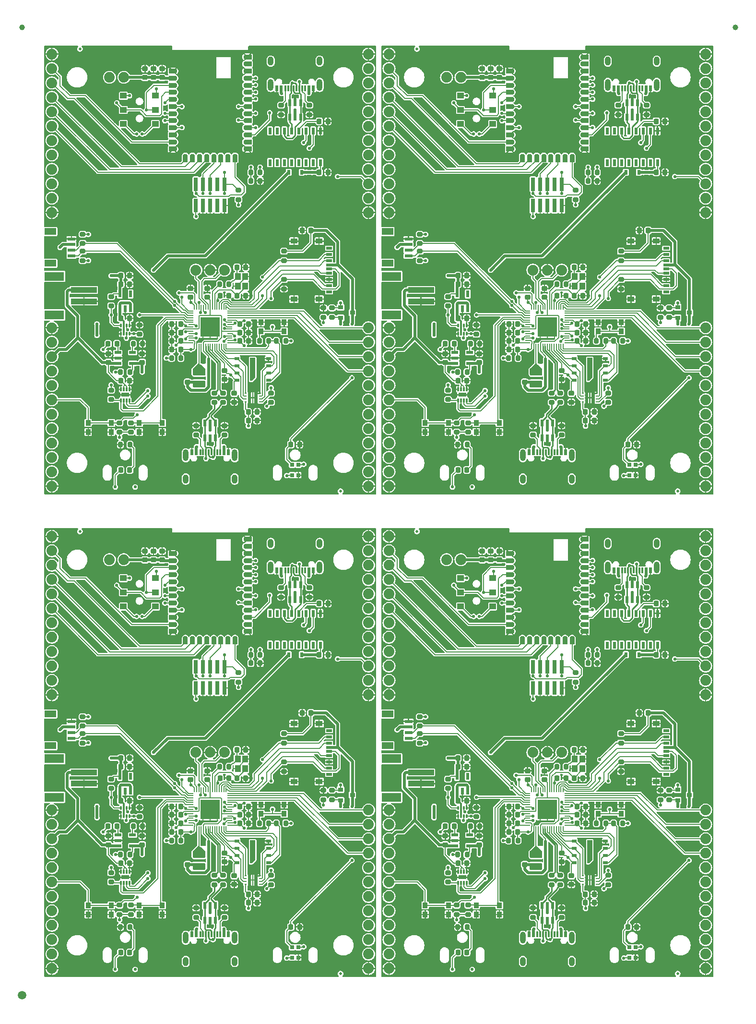
<source format=gtl>
%TF.GenerationSoftware,KiCad,Pcbnew,8.0.5*%
%TF.CreationDate,2024-11-04T11:07:49-07:00*%
%TF.ProjectId,SparkFun_IoT_Node_LoRaWAN_panelized,53706172-6b46-4756-9e5f-496f545f4e6f,v10*%
%TF.SameCoordinates,Original*%
%TF.FileFunction,Copper,L1,Top*%
%TF.FilePolarity,Positive*%
%FSLAX46Y46*%
G04 Gerber Fmt 4.6, Leading zero omitted, Abs format (unit mm)*
G04 Created by KiCad (PCBNEW 8.0.5) date 2024-11-04 11:07:49*
%MOMM*%
%LPD*%
G01*
G04 APERTURE LIST*
G04 Aperture macros list*
%AMRoundRect*
0 Rectangle with rounded corners*
0 $1 Rounding radius*
0 $2 $3 $4 $5 $6 $7 $8 $9 X,Y pos of 4 corners*
0 Add a 4 corners polygon primitive as box body*
4,1,4,$2,$3,$4,$5,$6,$7,$8,$9,$2,$3,0*
0 Add four circle primitives for the rounded corners*
1,1,$1+$1,$2,$3*
1,1,$1+$1,$4,$5*
1,1,$1+$1,$6,$7*
1,1,$1+$1,$8,$9*
0 Add four rect primitives between the rounded corners*
20,1,$1+$1,$2,$3,$4,$5,0*
20,1,$1+$1,$4,$5,$6,$7,0*
20,1,$1+$1,$6,$7,$8,$9,0*
20,1,$1+$1,$8,$9,$2,$3,0*%
%AMFreePoly0*
4,1,14,-0.725000,0.420000,0.305000,0.420000,0.434787,0.399444,0.551870,0.339787,0.644787,0.246870,0.704444,0.129787,0.725000,0.000000,0.704444,-0.129787,0.644787,-0.246870,0.551870,-0.339787,0.434787,-0.399444,0.305000,-0.420000,-0.725000,-0.420000,-0.725000,0.420000,-0.725000,0.420000,$1*%
G04 Aperture macros list end*
%TA.AperFunction,EtchedComponent*%
%ADD10C,0.000000*%
%TD*%
%TA.AperFunction,SMDPad,CuDef*%
%ADD11RoundRect,0.225000X0.225000X0.250000X-0.225000X0.250000X-0.225000X-0.250000X0.225000X-0.250000X0*%
%TD*%
%TA.AperFunction,SMDPad,CuDef*%
%ADD12RoundRect,0.040000X-0.397500X-0.060000X0.397500X-0.060000X0.397500X0.060000X-0.397500X0.060000X0*%
%TD*%
%TA.AperFunction,SMDPad,CuDef*%
%ADD13RoundRect,0.040000X0.397500X0.060000X-0.397500X0.060000X-0.397500X-0.060000X0.397500X-0.060000X0*%
%TD*%
%TA.AperFunction,SMDPad,CuDef*%
%ADD14RoundRect,0.040000X0.060000X-0.397500X0.060000X0.397500X-0.060000X0.397500X-0.060000X-0.397500X0*%
%TD*%
%TA.AperFunction,SMDPad,CuDef*%
%ADD15RoundRect,0.040000X-0.060000X0.397500X-0.060000X-0.397500X0.060000X-0.397500X0.060000X0.397500X0*%
%TD*%
%TA.AperFunction,SMDPad,CuDef*%
%ADD16R,3.500000X3.500000*%
%TD*%
%TA.AperFunction,SMDPad,CuDef*%
%ADD17C,1.000000*%
%TD*%
%TA.AperFunction,SMDPad,CuDef*%
%ADD18RoundRect,0.200000X-0.275000X0.200000X-0.275000X-0.200000X0.275000X-0.200000X0.275000X0.200000X0*%
%TD*%
%TA.AperFunction,SMDPad,CuDef*%
%ADD19RoundRect,0.225000X0.250000X-0.225000X0.250000X0.225000X-0.250000X0.225000X-0.250000X-0.225000X0*%
%TD*%
%TA.AperFunction,SMDPad,CuDef*%
%ADD20RoundRect,0.225000X-0.225000X-0.250000X0.225000X-0.250000X0.225000X0.250000X-0.225000X0.250000X0*%
%TD*%
%TA.AperFunction,SMDPad,CuDef*%
%ADD21R,1.200000X0.550000*%
%TD*%
%TA.AperFunction,SMDPad,CuDef*%
%ADD22RoundRect,0.050000X0.100000X-0.285000X0.100000X0.285000X-0.100000X0.285000X-0.100000X-0.285000X0*%
%TD*%
%TA.AperFunction,SMDPad,CuDef*%
%ADD23RoundRect,0.200000X-0.200000X-0.275000X0.200000X-0.275000X0.200000X0.275000X-0.200000X0.275000X0*%
%TD*%
%TA.AperFunction,SMDPad,CuDef*%
%ADD24R,0.550000X1.200000*%
%TD*%
%TA.AperFunction,SMDPad,CuDef*%
%ADD25RoundRect,0.225000X-0.250000X0.225000X-0.250000X-0.225000X0.250000X-0.225000X0.250000X0.225000X0*%
%TD*%
%TA.AperFunction,SMDPad,CuDef*%
%ADD26R,1.350000X0.600000*%
%TD*%
%TA.AperFunction,SMDPad,CuDef*%
%ADD27R,2.000000X1.200000*%
%TD*%
%TA.AperFunction,SMDPad,CuDef*%
%ADD28RoundRect,0.200000X0.275000X-0.200000X0.275000X0.200000X-0.275000X0.200000X-0.275000X-0.200000X0*%
%TD*%
%TA.AperFunction,SMDPad,CuDef*%
%ADD29R,0.900000X1.000000*%
%TD*%
%TA.AperFunction,SMDPad,CuDef*%
%ADD30RoundRect,0.200000X0.200000X0.275000X-0.200000X0.275000X-0.200000X-0.275000X0.200000X-0.275000X0*%
%TD*%
%TA.AperFunction,SMDPad,CuDef*%
%ADD31R,0.600000X1.200000*%
%TD*%
%TA.AperFunction,SMDPad,CuDef*%
%ADD32R,1.000000X0.500000*%
%TD*%
%TA.AperFunction,SMDPad,CuDef*%
%ADD33R,1.200000X0.950000*%
%TD*%
%TA.AperFunction,SMDPad,CuDef*%
%ADD34C,0.500000*%
%TD*%
%TA.AperFunction,SMDPad,CuDef*%
%ADD35RoundRect,0.218750X0.218750X0.256250X-0.218750X0.256250X-0.218750X-0.256250X0.218750X-0.256250X0*%
%TD*%
%TA.AperFunction,SMDPad,CuDef*%
%ADD36R,0.630000X0.830000*%
%TD*%
%TA.AperFunction,SMDPad,CuDef*%
%ADD37R,0.400000X0.250000*%
%TD*%
%TA.AperFunction,SMDPad,CuDef*%
%ADD38R,0.200000X1.600000*%
%TD*%
%TA.AperFunction,SMDPad,CuDef*%
%ADD39R,1.000000X1.200000*%
%TD*%
%TA.AperFunction,ComponentPad*%
%ADD40C,1.879600*%
%TD*%
%TA.AperFunction,SMDPad,CuDef*%
%ADD41R,0.300000X1.000000*%
%TD*%
%TA.AperFunction,SMDPad,CuDef*%
%ADD42R,0.600000X1.000000*%
%TD*%
%TA.AperFunction,ComponentPad*%
%ADD43O,1.000000X1.600000*%
%TD*%
%TA.AperFunction,ComponentPad*%
%ADD44O,1.000000X2.100000*%
%TD*%
%TA.AperFunction,SMDPad,CuDef*%
%ADD45R,0.700000X0.700000*%
%TD*%
%TA.AperFunction,SMDPad,CuDef*%
%ADD46R,4.600000X1.000000*%
%TD*%
%TA.AperFunction,SMDPad,CuDef*%
%ADD47R,3.400000X1.600000*%
%TD*%
%TA.AperFunction,SMDPad,CuDef*%
%ADD48C,1.500000*%
%TD*%
%TA.AperFunction,SMDPad,CuDef*%
%ADD49FreePoly0,0.000000*%
%TD*%
%TA.AperFunction,SMDPad,CuDef*%
%ADD50FreePoly0,90.000000*%
%TD*%
%TA.AperFunction,SMDPad,CuDef*%
%ADD51FreePoly0,180.000000*%
%TD*%
%TA.AperFunction,SMDPad,CuDef*%
%ADD52R,0.850000X0.500000*%
%TD*%
%TA.AperFunction,SMDPad,CuDef*%
%ADD53R,1.150000X1.000000*%
%TD*%
%TA.AperFunction,SMDPad,CuDef*%
%ADD54R,0.900000X0.800000*%
%TD*%
%TA.AperFunction,SMDPad,CuDef*%
%ADD55R,0.300000X0.700000*%
%TD*%
%TA.AperFunction,SMDPad,CuDef*%
%ADD56R,1.380000X0.800000*%
%TD*%
%TA.AperFunction,SMDPad,CuDef*%
%ADD57R,0.740000X2.380000*%
%TD*%
%TA.AperFunction,SMDPad,CuDef*%
%ADD58RoundRect,0.250000X0.850000X-0.375000X0.850000X0.375000X-0.850000X0.375000X-0.850000X-0.375000X0*%
%TD*%
%TA.AperFunction,ViaPad*%
%ADD59C,0.560000*%
%TD*%
%TA.AperFunction,Conductor*%
%ADD60C,0.232600*%
%TD*%
%TA.AperFunction,Conductor*%
%ADD61C,0.200000*%
%TD*%
%TA.AperFunction,Conductor*%
%ADD62C,0.500000*%
%TD*%
%TA.AperFunction,Conductor*%
%ADD63C,0.300000*%
%TD*%
G04 APERTURE END LIST*
D10*
%TA.AperFunction,EtchedComponent*%
%TO.C,U2*%
G36*
X67455000Y-18910355D02*
G01*
X66840355Y-19525000D01*
X66545000Y-19525000D01*
X66545000Y-15475000D01*
X67455000Y-15475000D01*
X67455000Y-18910355D01*
G37*
%TD.AperFunction*%
%TA.AperFunction,EtchedComponent*%
G36*
X7955000Y66169645D02*
G01*
X7340355Y65555000D01*
X7045000Y65555000D01*
X7045000Y69605000D01*
X7955000Y69605000D01*
X7955000Y66169645D01*
G37*
%TD.AperFunction*%
%TA.AperFunction,EtchedComponent*%
G36*
X67455000Y66169645D02*
G01*
X66840355Y65555000D01*
X66545000Y65555000D01*
X66545000Y69605000D01*
X67455000Y69605000D01*
X67455000Y66169645D01*
G37*
%TD.AperFunction*%
%TA.AperFunction,EtchedComponent*%
G36*
X7955000Y-18910355D02*
G01*
X7340355Y-19525000D01*
X7045000Y-19525000D01*
X7045000Y-15475000D01*
X7955000Y-15475000D01*
X7955000Y-18910355D01*
G37*
%TD.AperFunction*%
%TD*%
D11*
%TO.P,C2,1*%
%TO.N,GND*%
X65775000Y80580000D03*
%TO.P,C2,2*%
%TO.N,Net-(U1-XIN)*%
X64225000Y80580000D03*
%TD*%
%TO.P,C2,1*%
%TO.N,GND*%
X65775000Y-4500000D03*
%TO.P,C2,2*%
%TO.N,Net-(U1-XIN)*%
X64225000Y-4500000D03*
%TD*%
%TO.P,C2,1*%
%TO.N,GND*%
X6275000Y80580000D03*
%TO.P,C2,2*%
%TO.N,Net-(U1-XIN)*%
X4725000Y80580000D03*
%TD*%
%TO.P,C2,1*%
%TO.N,GND*%
X6275000Y-4500000D03*
%TO.P,C2,2*%
%TO.N,Net-(U1-XIN)*%
X4725000Y-4500000D03*
%TD*%
D12*
%TO.P,U1,1,IOVDD*%
%TO.N,3.3V*%
X62936500Y-12800000D03*
%TO.P,U1,2,GPIO0*%
%TO.N,PSRAM_~{CS}*%
X62936500Y-12400000D03*
%TO.P,U1,3,GPIO1*%
%TO.N,RP2350_IO1*%
X62936500Y-12000000D03*
%TO.P,U1,4,GPIO2*%
%TO.N,RP2350_IO2*%
X62936500Y-11600000D03*
%TO.P,U1,5,GPIO3*%
%TO.N,RP2350_IO3*%
X62936500Y-11200000D03*
%TO.P,U1,6,DVDD*%
%TO.N,1.1V*%
X62936500Y-10800000D03*
D13*
%TO.P,U1,7,GPIO4*%
%TO.N,RP2350_IO4*%
X62936500Y-10400000D03*
D12*
%TO.P,U1,8,GPIO5*%
%TO.N,RP2350_IO5*%
X62936500Y-10000000D03*
%TO.P,U1,9,GPIO6*%
%TO.N,RP2350_IO6*%
X62936500Y-9600000D03*
%TO.P,U1,10,GPIO7*%
%TO.N,RP2350_IO7*%
X62936500Y-9200000D03*
%TO.P,U1,11,IOVDD*%
%TO.N,3.3V*%
X62936500Y-8800000D03*
%TO.P,U1,12,GPIO8*%
%TO.N,RP2350_IO8*%
X62936500Y-8400000D03*
%TO.P,U1,13,GPIO9*%
%TO.N,RP2350_IO9*%
X62936500Y-8000000D03*
D13*
%TO.P,U1,14,GPIO10*%
%TO.N,RP2350_IO10*%
X62936500Y-7600000D03*
D12*
%TO.P,U1,15,GPIO11*%
%TO.N,RP2350_IO11*%
X62936500Y-7200000D03*
D14*
%TO.P,U1,16,GPIO12*%
%TO.N,SD_POCI*%
X62300000Y-6563500D03*
%TO.P,U1,17,GPIO13*%
%TO.N,SD_~{CS}*%
X61900000Y-6563500D03*
%TO.P,U1,18,GPIO14*%
%TO.N,SD_SCK*%
X61500000Y-6563500D03*
%TO.P,U1,19,GPIO15*%
%TO.N,SD_PICO*%
X61100000Y-6563500D03*
%TO.P,U1,20,IOVDD*%
%TO.N,3.3V*%
X60700000Y-6563500D03*
D15*
%TO.P,U1,21,XIN*%
%TO.N,Net-(U1-XIN)*%
X60300000Y-6563500D03*
D14*
%TO.P,U1,22,XOUT*%
%TO.N,Net-(U1-XOUT)*%
X59900000Y-6563500D03*
%TO.P,U1,23,DVDD*%
%TO.N,1.1V*%
X59500000Y-6563500D03*
%TO.P,U1,24,SWCLK*%
%TO.N,RP2350_SWCLK*%
X59100000Y-6563500D03*
%TO.P,U1,25,SWDIO*%
%TO.N,RP2350_SWDIO*%
X58700000Y-6563500D03*
%TO.P,U1,26,RUN*%
%TO.N,~{RESET}*%
X58300000Y-6563500D03*
%TO.P,U1,27,GPIO16*%
%TO.N,PERIPHERAL_POWER*%
X57900000Y-6563500D03*
D15*
%TO.P,U1,28,GPIO17*%
%TO.N,SD_DET*%
X57500000Y-6563500D03*
D14*
%TO.P,U1,29,GPIO18*%
%TO.N,RP2350_TX*%
X57100000Y-6563500D03*
%TO.P,U1,30,IOVDD*%
%TO.N,3.3V*%
X56700000Y-6563500D03*
D13*
%TO.P,U1,31,GPIO19*%
%TO.N,RP2350_RX*%
X56063500Y-7200000D03*
%TO.P,U1,32,GPIO20*%
%TO.N,SDA*%
X56063500Y-7600000D03*
%TO.P,U1,33,GPIO21*%
%TO.N,SCL*%
X56063500Y-8000000D03*
%TO.P,U1,34,GPIO22*%
%TO.N,BAT_POWER*%
X56063500Y-8400000D03*
D12*
%TO.P,U1,35,GPIO23*%
%TO.N,FUEL_GAUGE_~{ALRT}*%
X56063500Y-8800000D03*
D13*
%TO.P,U1,36,GPIO24*%
%TO.N,USER_BUTTON*%
X56063500Y-9200000D03*
%TO.P,U1,37,GPIO25*%
%TO.N,LED_IN*%
X56063500Y-9600000D03*
%TO.P,U1,38,IOVDD*%
%TO.N,3.3V*%
X56063500Y-10000000D03*
%TO.P,U1,39,DVDD*%
%TO.N,1.1V*%
X56063500Y-10400000D03*
%TO.P,U1,40,GPIO26/ADC0*%
%TO.N,RP2350_IO26*%
X56063500Y-10800000D03*
%TO.P,U1,41,GPIO27/ADC1*%
%TO.N,RP2350_IO27*%
X56063500Y-11200000D03*
D12*
%TO.P,U1,42,GPIO28/ADC2*%
%TO.N,RP2350_IO28*%
X56063500Y-11600000D03*
D13*
%TO.P,U1,43,GPIO29/ADC3*%
%TO.N,RP2350_IO29*%
X56063500Y-12000000D03*
%TO.P,U1,44,ADC_AVDD*%
%TO.N,VDDA*%
X56063500Y-12400000D03*
%TO.P,U1,45,IOVDD*%
%TO.N,3.3V*%
X56063500Y-12800000D03*
D15*
%TO.P,U1,46,VREG_AVDD*%
%TO.N,VDDA*%
X56700000Y-13436500D03*
%TO.P,U1,47,VREG_PGND*%
%TO.N,GND*%
X57100000Y-13436500D03*
%TO.P,U1,48,VREG_LX*%
%TO.N,Net-(U1-VREG_LX)*%
X57500000Y-13436500D03*
D14*
%TO.P,U1,49,VREG_VIN*%
%TO.N,3.3V*%
X57900000Y-13436500D03*
D15*
%TO.P,U1,50,VREG_FB*%
%TO.N,1.1V*%
X58300000Y-13436500D03*
%TO.P,U1,51,USB_D-*%
%TO.N,RP2350_USB_D-*%
X58700000Y-13436500D03*
%TO.P,U1,52,USB_D+*%
%TO.N,RP2350_USB_D+*%
X59100000Y-13436500D03*
%TO.P,U1,53,USB_OTP_VDD*%
%TO.N,3.3V*%
X59500000Y-13436500D03*
%TO.P,U1,54,QSPI_IOVDD*%
X59900000Y-13436500D03*
%TO.P,U1,55,QSPI_SD3*%
%TO.N,QSPI_D3*%
X60300000Y-13436500D03*
D14*
%TO.P,U1,56,QSPI_SCLK*%
%TO.N,QSPI_SCLK*%
X60700000Y-13436500D03*
%TO.P,U1,57,QSPI_SD0*%
%TO.N,QSPI_D0*%
X61100000Y-13436500D03*
%TO.P,U1,58,QSPI_SD2*%
%TO.N,QSPI_D2*%
X61500000Y-13436500D03*
%TO.P,U1,59,QSPI_SD1*%
%TO.N,QSPI_D1*%
X61900000Y-13436500D03*
%TO.P,U1,60,QSPI_~{CS}*%
%TO.N,QSPI_~{CS}*%
X62300000Y-13436500D03*
D16*
%TO.P,U1,EP,GND*%
%TO.N,GND*%
X59500000Y-10000000D03*
%TD*%
D12*
%TO.P,U1,1,IOVDD*%
%TO.N,3.3V*%
X3436500Y72280000D03*
%TO.P,U1,2,GPIO0*%
%TO.N,PSRAM_~{CS}*%
X3436500Y72680000D03*
%TO.P,U1,3,GPIO1*%
%TO.N,RP2350_IO1*%
X3436500Y73080000D03*
%TO.P,U1,4,GPIO2*%
%TO.N,RP2350_IO2*%
X3436500Y73480000D03*
%TO.P,U1,5,GPIO3*%
%TO.N,RP2350_IO3*%
X3436500Y73880000D03*
%TO.P,U1,6,DVDD*%
%TO.N,1.1V*%
X3436500Y74280000D03*
D13*
%TO.P,U1,7,GPIO4*%
%TO.N,RP2350_IO4*%
X3436500Y74680000D03*
D12*
%TO.P,U1,8,GPIO5*%
%TO.N,RP2350_IO5*%
X3436500Y75080000D03*
%TO.P,U1,9,GPIO6*%
%TO.N,RP2350_IO6*%
X3436500Y75480000D03*
%TO.P,U1,10,GPIO7*%
%TO.N,RP2350_IO7*%
X3436500Y75880000D03*
%TO.P,U1,11,IOVDD*%
%TO.N,3.3V*%
X3436500Y76280000D03*
%TO.P,U1,12,GPIO8*%
%TO.N,RP2350_IO8*%
X3436500Y76680000D03*
%TO.P,U1,13,GPIO9*%
%TO.N,RP2350_IO9*%
X3436500Y77080000D03*
D13*
%TO.P,U1,14,GPIO10*%
%TO.N,RP2350_IO10*%
X3436500Y77480000D03*
D12*
%TO.P,U1,15,GPIO11*%
%TO.N,RP2350_IO11*%
X3436500Y77880000D03*
D14*
%TO.P,U1,16,GPIO12*%
%TO.N,SD_POCI*%
X2800000Y78516500D03*
%TO.P,U1,17,GPIO13*%
%TO.N,SD_~{CS}*%
X2400000Y78516500D03*
%TO.P,U1,18,GPIO14*%
%TO.N,SD_SCK*%
X2000000Y78516500D03*
%TO.P,U1,19,GPIO15*%
%TO.N,SD_PICO*%
X1600000Y78516500D03*
%TO.P,U1,20,IOVDD*%
%TO.N,3.3V*%
X1200000Y78516500D03*
D15*
%TO.P,U1,21,XIN*%
%TO.N,Net-(U1-XIN)*%
X800000Y78516500D03*
D14*
%TO.P,U1,22,XOUT*%
%TO.N,Net-(U1-XOUT)*%
X400000Y78516500D03*
%TO.P,U1,23,DVDD*%
%TO.N,1.1V*%
X0Y78516500D03*
%TO.P,U1,24,SWCLK*%
%TO.N,RP2350_SWCLK*%
X-400000Y78516500D03*
%TO.P,U1,25,SWDIO*%
%TO.N,RP2350_SWDIO*%
X-800000Y78516500D03*
%TO.P,U1,26,RUN*%
%TO.N,~{RESET}*%
X-1200000Y78516500D03*
%TO.P,U1,27,GPIO16*%
%TO.N,PERIPHERAL_POWER*%
X-1600000Y78516500D03*
D15*
%TO.P,U1,28,GPIO17*%
%TO.N,SD_DET*%
X-2000000Y78516500D03*
D14*
%TO.P,U1,29,GPIO18*%
%TO.N,RP2350_TX*%
X-2400000Y78516500D03*
%TO.P,U1,30,IOVDD*%
%TO.N,3.3V*%
X-2800000Y78516500D03*
D13*
%TO.P,U1,31,GPIO19*%
%TO.N,RP2350_RX*%
X-3436500Y77880000D03*
%TO.P,U1,32,GPIO20*%
%TO.N,SDA*%
X-3436500Y77480000D03*
%TO.P,U1,33,GPIO21*%
%TO.N,SCL*%
X-3436500Y77080000D03*
%TO.P,U1,34,GPIO22*%
%TO.N,BAT_POWER*%
X-3436500Y76680000D03*
D12*
%TO.P,U1,35,GPIO23*%
%TO.N,FUEL_GAUGE_~{ALRT}*%
X-3436500Y76280000D03*
D13*
%TO.P,U1,36,GPIO24*%
%TO.N,USER_BUTTON*%
X-3436500Y75880000D03*
%TO.P,U1,37,GPIO25*%
%TO.N,LED_IN*%
X-3436500Y75480000D03*
%TO.P,U1,38,IOVDD*%
%TO.N,3.3V*%
X-3436500Y75080000D03*
%TO.P,U1,39,DVDD*%
%TO.N,1.1V*%
X-3436500Y74680000D03*
%TO.P,U1,40,GPIO26/ADC0*%
%TO.N,RP2350_IO26*%
X-3436500Y74280000D03*
%TO.P,U1,41,GPIO27/ADC1*%
%TO.N,RP2350_IO27*%
X-3436500Y73880000D03*
D12*
%TO.P,U1,42,GPIO28/ADC2*%
%TO.N,RP2350_IO28*%
X-3436500Y73480000D03*
D13*
%TO.P,U1,43,GPIO29/ADC3*%
%TO.N,RP2350_IO29*%
X-3436500Y73080000D03*
%TO.P,U1,44,ADC_AVDD*%
%TO.N,VDDA*%
X-3436500Y72680000D03*
%TO.P,U1,45,IOVDD*%
%TO.N,3.3V*%
X-3436500Y72280000D03*
D15*
%TO.P,U1,46,VREG_AVDD*%
%TO.N,VDDA*%
X-2800000Y71643500D03*
%TO.P,U1,47,VREG_PGND*%
%TO.N,GND*%
X-2400000Y71643500D03*
%TO.P,U1,48,VREG_LX*%
%TO.N,Net-(U1-VREG_LX)*%
X-2000000Y71643500D03*
D14*
%TO.P,U1,49,VREG_VIN*%
%TO.N,3.3V*%
X-1600000Y71643500D03*
D15*
%TO.P,U1,50,VREG_FB*%
%TO.N,1.1V*%
X-1200000Y71643500D03*
%TO.P,U1,51,USB_D-*%
%TO.N,RP2350_USB_D-*%
X-800000Y71643500D03*
%TO.P,U1,52,USB_D+*%
%TO.N,RP2350_USB_D+*%
X-400000Y71643500D03*
%TO.P,U1,53,USB_OTP_VDD*%
%TO.N,3.3V*%
X0Y71643500D03*
%TO.P,U1,54,QSPI_IOVDD*%
X400000Y71643500D03*
%TO.P,U1,55,QSPI_SD3*%
%TO.N,QSPI_D3*%
X800000Y71643500D03*
D14*
%TO.P,U1,56,QSPI_SCLK*%
%TO.N,QSPI_SCLK*%
X1200000Y71643500D03*
%TO.P,U1,57,QSPI_SD0*%
%TO.N,QSPI_D0*%
X1600000Y71643500D03*
%TO.P,U1,58,QSPI_SD2*%
%TO.N,QSPI_D2*%
X2000000Y71643500D03*
%TO.P,U1,59,QSPI_SD1*%
%TO.N,QSPI_D1*%
X2400000Y71643500D03*
%TO.P,U1,60,QSPI_~{CS}*%
%TO.N,QSPI_~{CS}*%
X2800000Y71643500D03*
D16*
%TO.P,U1,EP,GND*%
%TO.N,GND*%
X0Y75080000D03*
%TD*%
D12*
%TO.P,U1,1,IOVDD*%
%TO.N,3.3V*%
X62936500Y72280000D03*
%TO.P,U1,2,GPIO0*%
%TO.N,PSRAM_~{CS}*%
X62936500Y72680000D03*
%TO.P,U1,3,GPIO1*%
%TO.N,RP2350_IO1*%
X62936500Y73080000D03*
%TO.P,U1,4,GPIO2*%
%TO.N,RP2350_IO2*%
X62936500Y73480000D03*
%TO.P,U1,5,GPIO3*%
%TO.N,RP2350_IO3*%
X62936500Y73880000D03*
%TO.P,U1,6,DVDD*%
%TO.N,1.1V*%
X62936500Y74280000D03*
D13*
%TO.P,U1,7,GPIO4*%
%TO.N,RP2350_IO4*%
X62936500Y74680000D03*
D12*
%TO.P,U1,8,GPIO5*%
%TO.N,RP2350_IO5*%
X62936500Y75080000D03*
%TO.P,U1,9,GPIO6*%
%TO.N,RP2350_IO6*%
X62936500Y75480000D03*
%TO.P,U1,10,GPIO7*%
%TO.N,RP2350_IO7*%
X62936500Y75880000D03*
%TO.P,U1,11,IOVDD*%
%TO.N,3.3V*%
X62936500Y76280000D03*
%TO.P,U1,12,GPIO8*%
%TO.N,RP2350_IO8*%
X62936500Y76680000D03*
%TO.P,U1,13,GPIO9*%
%TO.N,RP2350_IO9*%
X62936500Y77080000D03*
D13*
%TO.P,U1,14,GPIO10*%
%TO.N,RP2350_IO10*%
X62936500Y77480000D03*
D12*
%TO.P,U1,15,GPIO11*%
%TO.N,RP2350_IO11*%
X62936500Y77880000D03*
D14*
%TO.P,U1,16,GPIO12*%
%TO.N,SD_POCI*%
X62300000Y78516500D03*
%TO.P,U1,17,GPIO13*%
%TO.N,SD_~{CS}*%
X61900000Y78516500D03*
%TO.P,U1,18,GPIO14*%
%TO.N,SD_SCK*%
X61500000Y78516500D03*
%TO.P,U1,19,GPIO15*%
%TO.N,SD_PICO*%
X61100000Y78516500D03*
%TO.P,U1,20,IOVDD*%
%TO.N,3.3V*%
X60700000Y78516500D03*
D15*
%TO.P,U1,21,XIN*%
%TO.N,Net-(U1-XIN)*%
X60300000Y78516500D03*
D14*
%TO.P,U1,22,XOUT*%
%TO.N,Net-(U1-XOUT)*%
X59900000Y78516500D03*
%TO.P,U1,23,DVDD*%
%TO.N,1.1V*%
X59500000Y78516500D03*
%TO.P,U1,24,SWCLK*%
%TO.N,RP2350_SWCLK*%
X59100000Y78516500D03*
%TO.P,U1,25,SWDIO*%
%TO.N,RP2350_SWDIO*%
X58700000Y78516500D03*
%TO.P,U1,26,RUN*%
%TO.N,~{RESET}*%
X58300000Y78516500D03*
%TO.P,U1,27,GPIO16*%
%TO.N,PERIPHERAL_POWER*%
X57900000Y78516500D03*
D15*
%TO.P,U1,28,GPIO17*%
%TO.N,SD_DET*%
X57500000Y78516500D03*
D14*
%TO.P,U1,29,GPIO18*%
%TO.N,RP2350_TX*%
X57100000Y78516500D03*
%TO.P,U1,30,IOVDD*%
%TO.N,3.3V*%
X56700000Y78516500D03*
D13*
%TO.P,U1,31,GPIO19*%
%TO.N,RP2350_RX*%
X56063500Y77880000D03*
%TO.P,U1,32,GPIO20*%
%TO.N,SDA*%
X56063500Y77480000D03*
%TO.P,U1,33,GPIO21*%
%TO.N,SCL*%
X56063500Y77080000D03*
%TO.P,U1,34,GPIO22*%
%TO.N,BAT_POWER*%
X56063500Y76680000D03*
D12*
%TO.P,U1,35,GPIO23*%
%TO.N,FUEL_GAUGE_~{ALRT}*%
X56063500Y76280000D03*
D13*
%TO.P,U1,36,GPIO24*%
%TO.N,USER_BUTTON*%
X56063500Y75880000D03*
%TO.P,U1,37,GPIO25*%
%TO.N,LED_IN*%
X56063500Y75480000D03*
%TO.P,U1,38,IOVDD*%
%TO.N,3.3V*%
X56063500Y75080000D03*
%TO.P,U1,39,DVDD*%
%TO.N,1.1V*%
X56063500Y74680000D03*
%TO.P,U1,40,GPIO26/ADC0*%
%TO.N,RP2350_IO26*%
X56063500Y74280000D03*
%TO.P,U1,41,GPIO27/ADC1*%
%TO.N,RP2350_IO27*%
X56063500Y73880000D03*
D12*
%TO.P,U1,42,GPIO28/ADC2*%
%TO.N,RP2350_IO28*%
X56063500Y73480000D03*
D13*
%TO.P,U1,43,GPIO29/ADC3*%
%TO.N,RP2350_IO29*%
X56063500Y73080000D03*
%TO.P,U1,44,ADC_AVDD*%
%TO.N,VDDA*%
X56063500Y72680000D03*
%TO.P,U1,45,IOVDD*%
%TO.N,3.3V*%
X56063500Y72280000D03*
D15*
%TO.P,U1,46,VREG_AVDD*%
%TO.N,VDDA*%
X56700000Y71643500D03*
%TO.P,U1,47,VREG_PGND*%
%TO.N,GND*%
X57100000Y71643500D03*
%TO.P,U1,48,VREG_LX*%
%TO.N,Net-(U1-VREG_LX)*%
X57500000Y71643500D03*
D14*
%TO.P,U1,49,VREG_VIN*%
%TO.N,3.3V*%
X57900000Y71643500D03*
D15*
%TO.P,U1,50,VREG_FB*%
%TO.N,1.1V*%
X58300000Y71643500D03*
%TO.P,U1,51,USB_D-*%
%TO.N,RP2350_USB_D-*%
X58700000Y71643500D03*
%TO.P,U1,52,USB_D+*%
%TO.N,RP2350_USB_D+*%
X59100000Y71643500D03*
%TO.P,U1,53,USB_OTP_VDD*%
%TO.N,3.3V*%
X59500000Y71643500D03*
%TO.P,U1,54,QSPI_IOVDD*%
X59900000Y71643500D03*
%TO.P,U1,55,QSPI_SD3*%
%TO.N,QSPI_D3*%
X60300000Y71643500D03*
D14*
%TO.P,U1,56,QSPI_SCLK*%
%TO.N,QSPI_SCLK*%
X60700000Y71643500D03*
%TO.P,U1,57,QSPI_SD0*%
%TO.N,QSPI_D0*%
X61100000Y71643500D03*
%TO.P,U1,58,QSPI_SD2*%
%TO.N,QSPI_D2*%
X61500000Y71643500D03*
%TO.P,U1,59,QSPI_SD1*%
%TO.N,QSPI_D1*%
X61900000Y71643500D03*
%TO.P,U1,60,QSPI_~{CS}*%
%TO.N,QSPI_~{CS}*%
X62300000Y71643500D03*
D16*
%TO.P,U1,EP,GND*%
%TO.N,GND*%
X59500000Y75080000D03*
%TD*%
D12*
%TO.P,U1,1,IOVDD*%
%TO.N,3.3V*%
X3436500Y-12800000D03*
%TO.P,U1,2,GPIO0*%
%TO.N,PSRAM_~{CS}*%
X3436500Y-12400000D03*
%TO.P,U1,3,GPIO1*%
%TO.N,RP2350_IO1*%
X3436500Y-12000000D03*
%TO.P,U1,4,GPIO2*%
%TO.N,RP2350_IO2*%
X3436500Y-11600000D03*
%TO.P,U1,5,GPIO3*%
%TO.N,RP2350_IO3*%
X3436500Y-11200000D03*
%TO.P,U1,6,DVDD*%
%TO.N,1.1V*%
X3436500Y-10800000D03*
D13*
%TO.P,U1,7,GPIO4*%
%TO.N,RP2350_IO4*%
X3436500Y-10400000D03*
D12*
%TO.P,U1,8,GPIO5*%
%TO.N,RP2350_IO5*%
X3436500Y-10000000D03*
%TO.P,U1,9,GPIO6*%
%TO.N,RP2350_IO6*%
X3436500Y-9600000D03*
%TO.P,U1,10,GPIO7*%
%TO.N,RP2350_IO7*%
X3436500Y-9200000D03*
%TO.P,U1,11,IOVDD*%
%TO.N,3.3V*%
X3436500Y-8800000D03*
%TO.P,U1,12,GPIO8*%
%TO.N,RP2350_IO8*%
X3436500Y-8400000D03*
%TO.P,U1,13,GPIO9*%
%TO.N,RP2350_IO9*%
X3436500Y-8000000D03*
D13*
%TO.P,U1,14,GPIO10*%
%TO.N,RP2350_IO10*%
X3436500Y-7600000D03*
D12*
%TO.P,U1,15,GPIO11*%
%TO.N,RP2350_IO11*%
X3436500Y-7200000D03*
D14*
%TO.P,U1,16,GPIO12*%
%TO.N,SD_POCI*%
X2800000Y-6563500D03*
%TO.P,U1,17,GPIO13*%
%TO.N,SD_~{CS}*%
X2400000Y-6563500D03*
%TO.P,U1,18,GPIO14*%
%TO.N,SD_SCK*%
X2000000Y-6563500D03*
%TO.P,U1,19,GPIO15*%
%TO.N,SD_PICO*%
X1600000Y-6563500D03*
%TO.P,U1,20,IOVDD*%
%TO.N,3.3V*%
X1200000Y-6563500D03*
D15*
%TO.P,U1,21,XIN*%
%TO.N,Net-(U1-XIN)*%
X800000Y-6563500D03*
D14*
%TO.P,U1,22,XOUT*%
%TO.N,Net-(U1-XOUT)*%
X400000Y-6563500D03*
%TO.P,U1,23,DVDD*%
%TO.N,1.1V*%
X0Y-6563500D03*
%TO.P,U1,24,SWCLK*%
%TO.N,RP2350_SWCLK*%
X-400000Y-6563500D03*
%TO.P,U1,25,SWDIO*%
%TO.N,RP2350_SWDIO*%
X-800000Y-6563500D03*
%TO.P,U1,26,RUN*%
%TO.N,~{RESET}*%
X-1200000Y-6563500D03*
%TO.P,U1,27,GPIO16*%
%TO.N,PERIPHERAL_POWER*%
X-1600000Y-6563500D03*
D15*
%TO.P,U1,28,GPIO17*%
%TO.N,SD_DET*%
X-2000000Y-6563500D03*
D14*
%TO.P,U1,29,GPIO18*%
%TO.N,RP2350_TX*%
X-2400000Y-6563500D03*
%TO.P,U1,30,IOVDD*%
%TO.N,3.3V*%
X-2800000Y-6563500D03*
D13*
%TO.P,U1,31,GPIO19*%
%TO.N,RP2350_RX*%
X-3436500Y-7200000D03*
%TO.P,U1,32,GPIO20*%
%TO.N,SDA*%
X-3436500Y-7600000D03*
%TO.P,U1,33,GPIO21*%
%TO.N,SCL*%
X-3436500Y-8000000D03*
%TO.P,U1,34,GPIO22*%
%TO.N,BAT_POWER*%
X-3436500Y-8400000D03*
D12*
%TO.P,U1,35,GPIO23*%
%TO.N,FUEL_GAUGE_~{ALRT}*%
X-3436500Y-8800000D03*
D13*
%TO.P,U1,36,GPIO24*%
%TO.N,USER_BUTTON*%
X-3436500Y-9200000D03*
%TO.P,U1,37,GPIO25*%
%TO.N,LED_IN*%
X-3436500Y-9600000D03*
%TO.P,U1,38,IOVDD*%
%TO.N,3.3V*%
X-3436500Y-10000000D03*
%TO.P,U1,39,DVDD*%
%TO.N,1.1V*%
X-3436500Y-10400000D03*
%TO.P,U1,40,GPIO26/ADC0*%
%TO.N,RP2350_IO26*%
X-3436500Y-10800000D03*
%TO.P,U1,41,GPIO27/ADC1*%
%TO.N,RP2350_IO27*%
X-3436500Y-11200000D03*
D12*
%TO.P,U1,42,GPIO28/ADC2*%
%TO.N,RP2350_IO28*%
X-3436500Y-11600000D03*
D13*
%TO.P,U1,43,GPIO29/ADC3*%
%TO.N,RP2350_IO29*%
X-3436500Y-12000000D03*
%TO.P,U1,44,ADC_AVDD*%
%TO.N,VDDA*%
X-3436500Y-12400000D03*
%TO.P,U1,45,IOVDD*%
%TO.N,3.3V*%
X-3436500Y-12800000D03*
D15*
%TO.P,U1,46,VREG_AVDD*%
%TO.N,VDDA*%
X-2800000Y-13436500D03*
%TO.P,U1,47,VREG_PGND*%
%TO.N,GND*%
X-2400000Y-13436500D03*
%TO.P,U1,48,VREG_LX*%
%TO.N,Net-(U1-VREG_LX)*%
X-2000000Y-13436500D03*
D14*
%TO.P,U1,49,VREG_VIN*%
%TO.N,3.3V*%
X-1600000Y-13436500D03*
D15*
%TO.P,U1,50,VREG_FB*%
%TO.N,1.1V*%
X-1200000Y-13436500D03*
%TO.P,U1,51,USB_D-*%
%TO.N,RP2350_USB_D-*%
X-800000Y-13436500D03*
%TO.P,U1,52,USB_D+*%
%TO.N,RP2350_USB_D+*%
X-400000Y-13436500D03*
%TO.P,U1,53,USB_OTP_VDD*%
%TO.N,3.3V*%
X0Y-13436500D03*
%TO.P,U1,54,QSPI_IOVDD*%
X400000Y-13436500D03*
%TO.P,U1,55,QSPI_SD3*%
%TO.N,QSPI_D3*%
X800000Y-13436500D03*
D14*
%TO.P,U1,56,QSPI_SCLK*%
%TO.N,QSPI_SCLK*%
X1200000Y-13436500D03*
%TO.P,U1,57,QSPI_SD0*%
%TO.N,QSPI_D0*%
X1600000Y-13436500D03*
%TO.P,U1,58,QSPI_SD2*%
%TO.N,QSPI_D2*%
X2000000Y-13436500D03*
%TO.P,U1,59,QSPI_SD1*%
%TO.N,QSPI_D1*%
X2400000Y-13436500D03*
%TO.P,U1,60,QSPI_~{CS}*%
%TO.N,QSPI_~{CS}*%
X2800000Y-13436500D03*
D16*
%TO.P,U1,EP,GND*%
%TO.N,GND*%
X0Y-10000000D03*
%TD*%
D17*
%TO.P,,*%
%TO.N,*%
X-33175000Y127910000D03*
%TD*%
D18*
%TO.P,R24,1*%
%TO.N,3.3V_P*%
X13000000Y88405000D03*
%TO.P,R24,2*%
%TO.N,SD_~{CS}*%
X13000000Y86755000D03*
%TD*%
%TO.P,R24,1*%
%TO.N,3.3V_P*%
X72500000Y3325000D03*
%TO.P,R24,2*%
%TO.N,SD_~{CS}*%
X72500000Y1675000D03*
%TD*%
%TO.P,R24,1*%
%TO.N,3.3V_P*%
X72500000Y88405000D03*
%TO.P,R24,2*%
%TO.N,SD_~{CS}*%
X72500000Y86755000D03*
%TD*%
%TO.P,R24,1*%
%TO.N,3.3V_P*%
X13000000Y3325000D03*
%TO.P,R24,2*%
%TO.N,SD_~{CS}*%
X13000000Y1675000D03*
%TD*%
D19*
%TO.P,C29,1*%
%TO.N,VBATT*%
X41500000Y68805000D03*
%TO.P,C29,2*%
%TO.N,GND*%
X41500000Y70355000D03*
%TD*%
%TO.P,C29,1*%
%TO.N,VBATT*%
X-18000000Y68805000D03*
%TO.P,C29,2*%
%TO.N,GND*%
X-18000000Y70355000D03*
%TD*%
%TO.P,C29,1*%
%TO.N,VBATT*%
X41500000Y-16275000D03*
%TO.P,C29,2*%
%TO.N,GND*%
X41500000Y-14725000D03*
%TD*%
%TO.P,C29,1*%
%TO.N,VBATT*%
X-18000000Y-16275000D03*
%TO.P,C29,2*%
%TO.N,GND*%
X-18000000Y-14725000D03*
%TD*%
D20*
%TO.P,C21,1*%
%TO.N,V3*%
X19225000Y111330000D03*
%TO.P,C21,2*%
%TO.N,GND*%
X20775000Y111330000D03*
%TD*%
%TO.P,C21,1*%
%TO.N,V3*%
X78725000Y26250000D03*
%TO.P,C21,2*%
%TO.N,GND*%
X80275000Y26250000D03*
%TD*%
%TO.P,C21,1*%
%TO.N,V3*%
X78725000Y111330000D03*
%TO.P,C21,2*%
%TO.N,GND*%
X80275000Y111330000D03*
%TD*%
%TO.P,C21,1*%
%TO.N,V3*%
X19225000Y26250000D03*
%TO.P,C21,2*%
%TO.N,GND*%
X20775000Y26250000D03*
%TD*%
D21*
%TO.P,U8,1,STAT*%
%TO.N,Net-(D6-K)*%
X43199900Y-14550000D03*
%TO.P,U8,2,GND*%
%TO.N,GND*%
X43199900Y-15500000D03*
%TO.P,U8,3,V_{BAT}*%
%TO.N,VBATT*%
X43199900Y-16450000D03*
%TO.P,U8,4,VIN*%
%TO.N,VUSB*%
X45800100Y-16450000D03*
%TO.P,U8,5,PROG*%
%TO.N,Net-(U8-PROG)*%
X45800100Y-14550000D03*
%TD*%
%TO.P,U8,1,STAT*%
%TO.N,Net-(D6-K)*%
X43199900Y70530000D03*
%TO.P,U8,2,GND*%
%TO.N,GND*%
X43199900Y69580000D03*
%TO.P,U8,3,V_{BAT}*%
%TO.N,VBATT*%
X43199900Y68630000D03*
%TO.P,U8,4,VIN*%
%TO.N,VUSB*%
X45800100Y68630000D03*
%TO.P,U8,5,PROG*%
%TO.N,Net-(U8-PROG)*%
X45800100Y70530000D03*
%TD*%
%TO.P,U8,1,STAT*%
%TO.N,Net-(D6-K)*%
X-16300100Y70530000D03*
%TO.P,U8,2,GND*%
%TO.N,GND*%
X-16300100Y69580000D03*
%TO.P,U8,3,V_{BAT}*%
%TO.N,VBATT*%
X-16300100Y68630000D03*
%TO.P,U8,4,VIN*%
%TO.N,VUSB*%
X-13699900Y68630000D03*
%TO.P,U8,5,PROG*%
%TO.N,Net-(U8-PROG)*%
X-13699900Y70530000D03*
%TD*%
%TO.P,U8,1,STAT*%
%TO.N,Net-(D6-K)*%
X-16300100Y-14550000D03*
%TO.P,U8,2,GND*%
%TO.N,GND*%
X-16300100Y-15500000D03*
%TO.P,U8,3,V_{BAT}*%
%TO.N,VBATT*%
X-16300100Y-16450000D03*
%TO.P,U8,4,VIN*%
%TO.N,VUSB*%
X-13699900Y-16450000D03*
%TO.P,U8,5,PROG*%
%TO.N,Net-(U8-PROG)*%
X-13699900Y-14550000D03*
%TD*%
D22*
%TO.P,U6,1,GND*%
%TO.N,GND*%
X-15750000Y73840000D03*
%TO.P,U6,2,VOUT*%
%TO.N,Net-(U7-EN)*%
X-15250000Y73840000D03*
%TO.P,U6,3,VIN1*%
%TO.N,VBATT*%
X-14750000Y73840000D03*
%TO.P,U6,4,~{ON}*%
%TO.N,~{ON}*%
X-14250000Y73840000D03*
%TO.P,U6,5,GND*%
%TO.N,GND*%
X-14250000Y75320000D03*
%TO.P,U6,6,VIN2*%
%TO.N,VUSB*%
X-14750000Y75320000D03*
%TO.P,U6,7,VOUT*%
%TO.N,Net-(U7-EN)*%
X-15250000Y75320000D03*
%TO.P,U6,8,ST*%
%TO.N,BAT_POWER*%
X-15750000Y75320000D03*
%TD*%
%TO.P,U6,1,GND*%
%TO.N,GND*%
X43750000Y73840000D03*
%TO.P,U6,2,VOUT*%
%TO.N,Net-(U7-EN)*%
X44250000Y73840000D03*
%TO.P,U6,3,VIN1*%
%TO.N,VBATT*%
X44750000Y73840000D03*
%TO.P,U6,4,~{ON}*%
%TO.N,~{ON}*%
X45250000Y73840000D03*
%TO.P,U6,5,GND*%
%TO.N,GND*%
X45250000Y75320000D03*
%TO.P,U6,6,VIN2*%
%TO.N,VUSB*%
X44750000Y75320000D03*
%TO.P,U6,7,VOUT*%
%TO.N,Net-(U7-EN)*%
X44250000Y75320000D03*
%TO.P,U6,8,ST*%
%TO.N,BAT_POWER*%
X43750000Y75320000D03*
%TD*%
%TO.P,U6,1,GND*%
%TO.N,GND*%
X43750000Y-11240000D03*
%TO.P,U6,2,VOUT*%
%TO.N,Net-(U7-EN)*%
X44250000Y-11240000D03*
%TO.P,U6,3,VIN1*%
%TO.N,VBATT*%
X44750000Y-11240000D03*
%TO.P,U6,4,~{ON}*%
%TO.N,~{ON}*%
X45250000Y-11240000D03*
%TO.P,U6,5,GND*%
%TO.N,GND*%
X45250000Y-9760000D03*
%TO.P,U6,6,VIN2*%
%TO.N,VUSB*%
X44750000Y-9760000D03*
%TO.P,U6,7,VOUT*%
%TO.N,Net-(U7-EN)*%
X44250000Y-9760000D03*
%TO.P,U6,8,ST*%
%TO.N,BAT_POWER*%
X43750000Y-9760000D03*
%TD*%
%TO.P,U6,1,GND*%
%TO.N,GND*%
X-15750000Y-11240000D03*
%TO.P,U6,2,VOUT*%
%TO.N,Net-(U7-EN)*%
X-15250000Y-11240000D03*
%TO.P,U6,3,VIN1*%
%TO.N,VBATT*%
X-14750000Y-11240000D03*
%TO.P,U6,4,~{ON}*%
%TO.N,~{ON}*%
X-14250000Y-11240000D03*
%TO.P,U6,5,GND*%
%TO.N,GND*%
X-14250000Y-9760000D03*
%TO.P,U6,6,VIN2*%
%TO.N,VUSB*%
X-14750000Y-9760000D03*
%TO.P,U6,7,VOUT*%
%TO.N,Net-(U7-EN)*%
X-15250000Y-9760000D03*
%TO.P,U6,8,ST*%
%TO.N,BAT_POWER*%
X-15750000Y-9760000D03*
%TD*%
D23*
%TO.P,R7,1*%
%TO.N,~{BOOT}*%
X68175000Y-12500000D03*
%TO.P,R7,2*%
%TO.N,QSPI_~{CS}*%
X69825000Y-12500000D03*
%TD*%
%TO.P,R7,1*%
%TO.N,~{BOOT}*%
X8675000Y72580000D03*
%TO.P,R7,2*%
%TO.N,QSPI_~{CS}*%
X10325000Y72580000D03*
%TD*%
%TO.P,R7,1*%
%TO.N,~{BOOT}*%
X68175000Y72580000D03*
%TO.P,R7,2*%
%TO.N,QSPI_~{CS}*%
X69825000Y72580000D03*
%TD*%
%TO.P,R7,1*%
%TO.N,~{BOOT}*%
X8675000Y-12500000D03*
%TO.P,R7,2*%
%TO.N,QSPI_~{CS}*%
X10325000Y-12500000D03*
%TD*%
D11*
%TO.P,C13,1*%
%TO.N,1.1V*%
X-5225000Y74080000D03*
%TO.P,C13,2*%
%TO.N,GND*%
X-6775000Y74080000D03*
%TD*%
%TO.P,C13,1*%
%TO.N,1.1V*%
X54275000Y-11000000D03*
%TO.P,C13,2*%
%TO.N,GND*%
X52725000Y-11000000D03*
%TD*%
%TO.P,C13,1*%
%TO.N,1.1V*%
X54275000Y74080000D03*
%TO.P,C13,2*%
%TO.N,GND*%
X52725000Y74080000D03*
%TD*%
%TO.P,C13,1*%
%TO.N,1.1V*%
X-5225000Y-11000000D03*
%TO.P,C13,2*%
%TO.N,GND*%
X-6775000Y-11000000D03*
%TD*%
%TO.P,C5,1*%
%TO.N,GND*%
X6275000Y85580000D03*
%TO.P,C5,2*%
%TO.N,Net-(C5-Pad2)*%
X4725000Y85580000D03*
%TD*%
%TO.P,C5,1*%
%TO.N,GND*%
X65775000Y85580000D03*
%TO.P,C5,2*%
%TO.N,Net-(C5-Pad2)*%
X64225000Y85580000D03*
%TD*%
%TO.P,C5,1*%
%TO.N,GND*%
X65775000Y500000D03*
%TO.P,C5,2*%
%TO.N,Net-(C5-Pad2)*%
X64225000Y500000D03*
%TD*%
%TO.P,C5,1*%
%TO.N,GND*%
X6275000Y500000D03*
%TO.P,C5,2*%
%TO.N,Net-(C5-Pad2)*%
X4725000Y500000D03*
%TD*%
D24*
%TO.P,D3,1,I/O1*%
%TO.N,XBLR_USB_D-*%
X75450000Y29550100D03*
%TO.P,D3,2,GND*%
%TO.N,GND*%
X74500000Y29550100D03*
%TO.P,D3,3,I/O2*%
%TO.N,XBLR_USB_D+*%
X73550000Y29550100D03*
%TO.P,D3,4,I/O3*%
X73550000Y26949900D03*
%TO.P,D3,5,VCC*%
%TO.N,VUSB_2*%
X74500000Y26950000D03*
%TO.P,D3,6,I/O4*%
%TO.N,XBLR_USB_D-*%
X75450000Y26949900D03*
%TD*%
%TO.P,D3,1,I/O1*%
%TO.N,XBLR_USB_D-*%
X15950000Y114630100D03*
%TO.P,D3,2,GND*%
%TO.N,GND*%
X15000000Y114630100D03*
%TO.P,D3,3,I/O2*%
%TO.N,XBLR_USB_D+*%
X14050000Y114630100D03*
%TO.P,D3,4,I/O3*%
X14050000Y112029900D03*
%TO.P,D3,5,VCC*%
%TO.N,VUSB_2*%
X15000000Y112030000D03*
%TO.P,D3,6,I/O4*%
%TO.N,XBLR_USB_D-*%
X15950000Y112029900D03*
%TD*%
%TO.P,D3,1,I/O1*%
%TO.N,XBLR_USB_D-*%
X75450000Y114630100D03*
%TO.P,D3,2,GND*%
%TO.N,GND*%
X74500000Y114630100D03*
%TO.P,D3,3,I/O2*%
%TO.N,XBLR_USB_D+*%
X73550000Y114630100D03*
%TO.P,D3,4,I/O3*%
X73550000Y112029900D03*
%TO.P,D3,5,VCC*%
%TO.N,VUSB_2*%
X74500000Y112030000D03*
%TO.P,D3,6,I/O4*%
%TO.N,XBLR_USB_D-*%
X75450000Y112029900D03*
%TD*%
%TO.P,D3,1,I/O1*%
%TO.N,XBLR_USB_D-*%
X15950000Y29550100D03*
%TO.P,D3,2,GND*%
%TO.N,GND*%
X15000000Y29550100D03*
%TO.P,D3,3,I/O2*%
%TO.N,XBLR_USB_D+*%
X14050000Y29550100D03*
%TO.P,D3,4,I/O3*%
X14050000Y26949900D03*
%TO.P,D3,5,VCC*%
%TO.N,VUSB_2*%
X15000000Y26950000D03*
%TO.P,D3,6,I/O4*%
%TO.N,XBLR_USB_D-*%
X15950000Y26949900D03*
%TD*%
D19*
%TO.P,C8,1*%
%TO.N,3.3V*%
X-3500000Y80305000D03*
%TO.P,C8,2*%
%TO.N,GND*%
X-3500000Y81855000D03*
%TD*%
%TO.P,C8,1*%
%TO.N,3.3V*%
X56000000Y-4775000D03*
%TO.P,C8,2*%
%TO.N,GND*%
X56000000Y-3225000D03*
%TD*%
%TO.P,C8,1*%
%TO.N,3.3V*%
X56000000Y80305000D03*
%TO.P,C8,2*%
%TO.N,GND*%
X56000000Y81855000D03*
%TD*%
%TO.P,C8,1*%
%TO.N,3.3V*%
X-3500000Y-4775000D03*
%TO.P,C8,2*%
%TO.N,GND*%
X-3500000Y-3225000D03*
%TD*%
D25*
%TO.P,C17,1*%
%TO.N,3.3V*%
X63750000Y-21725000D03*
%TO.P,C17,2*%
%TO.N,GND*%
X63750000Y-23275000D03*
%TD*%
%TO.P,C17,1*%
%TO.N,3.3V*%
X63750000Y63355000D03*
%TO.P,C17,2*%
%TO.N,GND*%
X63750000Y61805000D03*
%TD*%
%TO.P,C17,1*%
%TO.N,3.3V*%
X4250000Y63355000D03*
%TO.P,C17,2*%
%TO.N,GND*%
X4250000Y61805000D03*
%TD*%
%TO.P,C17,1*%
%TO.N,3.3V*%
X4250000Y-21725000D03*
%TO.P,C17,2*%
%TO.N,GND*%
X4250000Y-23275000D03*
%TD*%
D26*
%TO.P,J11,1,Pin_1*%
%TO.N,GND*%
X-24500000Y90580000D03*
%TO.P,J11,2,Pin_2*%
%TO.N,3.3V*%
X-24500000Y89580000D03*
%TO.P,J11,3,Pin_3*%
%TO.N,SDA*%
X-24500000Y88580000D03*
%TO.P,J11,4,Pin_4*%
%TO.N,SCL*%
X-24500000Y87580000D03*
D27*
%TO.P,J11,NC1,NC*%
%TO.N,unconnected-(J11-NC-PadNC1)*%
X-28175000Y86280000D03*
%TO.P,J11,NC2,NC*%
%TO.N,unconnected-(J11-NC-PadNC2)*%
X-28175000Y91880000D03*
%TD*%
D26*
%TO.P,J11,1,Pin_1*%
%TO.N,GND*%
X35000000Y90580000D03*
%TO.P,J11,2,Pin_2*%
%TO.N,3.3V*%
X35000000Y89580000D03*
%TO.P,J11,3,Pin_3*%
%TO.N,SDA*%
X35000000Y88580000D03*
%TO.P,J11,4,Pin_4*%
%TO.N,SCL*%
X35000000Y87580000D03*
D27*
%TO.P,J11,NC1,NC*%
%TO.N,unconnected-(J11-NC-PadNC1)*%
X31325000Y86280000D03*
%TO.P,J11,NC2,NC*%
%TO.N,unconnected-(J11-NC-PadNC2)*%
X31325000Y91880000D03*
%TD*%
D26*
%TO.P,J11,1,Pin_1*%
%TO.N,GND*%
X35000000Y5500000D03*
%TO.P,J11,2,Pin_2*%
%TO.N,3.3V*%
X35000000Y4500000D03*
%TO.P,J11,3,Pin_3*%
%TO.N,SDA*%
X35000000Y3500000D03*
%TO.P,J11,4,Pin_4*%
%TO.N,SCL*%
X35000000Y2500000D03*
D27*
%TO.P,J11,NC1,NC*%
%TO.N,unconnected-(J11-NC-PadNC1)*%
X31325000Y1200000D03*
%TO.P,J11,NC2,NC*%
%TO.N,unconnected-(J11-NC-PadNC2)*%
X31325000Y6800000D03*
%TD*%
D26*
%TO.P,J11,1,Pin_1*%
%TO.N,GND*%
X-24500000Y5500000D03*
%TO.P,J11,2,Pin_2*%
%TO.N,3.3V*%
X-24500000Y4500000D03*
%TO.P,J11,3,Pin_3*%
%TO.N,SDA*%
X-24500000Y3500000D03*
%TO.P,J11,4,Pin_4*%
%TO.N,SCL*%
X-24500000Y2500000D03*
D27*
%TO.P,J11,NC1,NC*%
%TO.N,unconnected-(J11-NC-PadNC1)*%
X-28175000Y1200000D03*
%TO.P,J11,NC2,NC*%
%TO.N,unconnected-(J11-NC-PadNC2)*%
X-28175000Y6800000D03*
%TD*%
D28*
%TO.P,R18,1*%
%TO.N,Net-(JP4-A)*%
X20000000Y76755000D03*
%TO.P,R18,2*%
%TO.N,GND*%
X20000000Y78405000D03*
%TD*%
%TO.P,R18,1*%
%TO.N,Net-(JP4-A)*%
X79500000Y-8325000D03*
%TO.P,R18,2*%
%TO.N,GND*%
X79500000Y-6675000D03*
%TD*%
%TO.P,R18,1*%
%TO.N,Net-(JP4-A)*%
X79500000Y76755000D03*
%TO.P,R18,2*%
%TO.N,GND*%
X79500000Y78405000D03*
%TD*%
%TO.P,R18,1*%
%TO.N,Net-(JP4-A)*%
X20000000Y-8325000D03*
%TO.P,R18,2*%
%TO.N,GND*%
X20000000Y-6675000D03*
%TD*%
D18*
%TO.P,R6,1*%
%TO.N,RP2350_USB_D-*%
X750000Y63405000D03*
%TO.P,R6,2*%
%TO.N,/USB_D-*%
X750000Y61755000D03*
%TD*%
%TO.P,R6,1*%
%TO.N,RP2350_USB_D-*%
X60250000Y63405000D03*
%TO.P,R6,2*%
%TO.N,/USB_D-*%
X60250000Y61755000D03*
%TD*%
%TO.P,R6,1*%
%TO.N,RP2350_USB_D-*%
X60250000Y-21675000D03*
%TO.P,R6,2*%
%TO.N,/USB_D-*%
X60250000Y-23325000D03*
%TD*%
%TO.P,R6,1*%
%TO.N,RP2350_USB_D-*%
X750000Y-21675000D03*
%TO.P,R6,2*%
%TO.N,/USB_D-*%
X750000Y-23325000D03*
%TD*%
D29*
%TO.P,SW2,1,1*%
%TO.N,GND*%
X51050000Y56530000D03*
X46950000Y56530000D03*
%TO.P,SW2,2,2*%
%TO.N,USER_BUTTON*%
X51050000Y58130000D03*
X46950000Y58130000D03*
%TD*%
%TO.P,SW2,1,1*%
%TO.N,GND*%
X51050000Y-28550000D03*
X46950000Y-28550000D03*
%TO.P,SW2,2,2*%
%TO.N,USER_BUTTON*%
X51050000Y-26950000D03*
X46950000Y-26950000D03*
%TD*%
%TO.P,SW2,1,1*%
%TO.N,GND*%
X-8450000Y56530000D03*
X-12550000Y56530000D03*
%TO.P,SW2,2,2*%
%TO.N,USER_BUTTON*%
X-8450000Y58130000D03*
X-12550000Y58130000D03*
%TD*%
%TO.P,SW2,1,1*%
%TO.N,GND*%
X-8450000Y-28550000D03*
X-12550000Y-28550000D03*
%TO.P,SW2,2,2*%
%TO.N,USER_BUTTON*%
X-8450000Y-26950000D03*
X-12550000Y-26950000D03*
%TD*%
D19*
%TO.P,C23,1*%
%TO.N,3.3V_XBLR*%
X51000000Y33975000D03*
%TO.P,C23,2*%
%TO.N,GND*%
X51000000Y35525000D03*
%TD*%
%TO.P,C23,1*%
%TO.N,3.3V_XBLR*%
X-8500000Y119055000D03*
%TO.P,C23,2*%
%TO.N,GND*%
X-8500000Y120605000D03*
%TD*%
%TO.P,C23,1*%
%TO.N,3.3V_XBLR*%
X51000000Y119055000D03*
%TO.P,C23,2*%
%TO.N,GND*%
X51000000Y120605000D03*
%TD*%
%TO.P,C23,1*%
%TO.N,3.3V_XBLR*%
X-8500000Y33975000D03*
%TO.P,C23,2*%
%TO.N,GND*%
X-8500000Y35525000D03*
%TD*%
D30*
%TO.P,R1,1*%
%TO.N,VDDA*%
X54325000Y-15500000D03*
%TO.P,R1,2*%
%TO.N,3.3V*%
X52675000Y-15500000D03*
%TD*%
%TO.P,R1,1*%
%TO.N,VDDA*%
X54325000Y69580000D03*
%TO.P,R1,2*%
%TO.N,3.3V*%
X52675000Y69580000D03*
%TD*%
%TO.P,R1,1*%
%TO.N,VDDA*%
X-5175000Y69580000D03*
%TO.P,R1,2*%
%TO.N,3.3V*%
X-6825000Y69580000D03*
%TD*%
%TO.P,R1,1*%
%TO.N,VDDA*%
X-5175000Y-15500000D03*
%TO.P,R1,2*%
%TO.N,3.3V*%
X-6825000Y-15500000D03*
%TD*%
D31*
%TO.P,U5,1,GND*%
%TO.N,GND*%
X78945000Y24550000D03*
%TO.P,U5,2,TXD*%
%TO.N,Net-(U5-TXD)*%
X77675000Y24550000D03*
%TO.P,U5,3,RXD*%
%TO.N,XBLR_USB_RX*%
X76405000Y24550000D03*
%TO.P,U5,4,V3*%
%TO.N,V3*%
X75135000Y24550000D03*
%TO.P,U5,5,UD+*%
%TO.N,XBLR_USB_D+*%
X73865000Y24550000D03*
%TO.P,U5,6,UD-*%
%TO.N,XBLR_USB_D-*%
X72595000Y24550000D03*
%TO.P,U5,7,NC*%
%TO.N,unconnected-(U5-NC-Pad7)*%
X71325000Y24550000D03*
%TO.P,U5,8,NC*%
%TO.N,unconnected-(U5-NC-Pad8)*%
X70055000Y24550000D03*
%TO.P,U5,9,~{CTS}*%
%TO.N,unconnected-(U5-~{CTS}-Pad9)*%
X70055000Y18950000D03*
%TO.P,U5,10,~{DSR}*%
%TO.N,unconnected-(U5-~{DSR}-Pad10)*%
X71325000Y18950000D03*
%TO.P,U5,11,~{RI}*%
%TO.N,unconnected-(U5-~{RI}-Pad11)*%
X72595000Y18950000D03*
%TO.P,U5,12,~{DCD}*%
%TO.N,unconnected-(U5-~{DCD}-Pad12)*%
X73865000Y18950000D03*
%TO.P,U5,13,~{DTR}*%
%TO.N,unconnected-(U5-~{DTR}-Pad13)*%
X75135000Y18950000D03*
%TO.P,U5,14,~{RTS}*%
%TO.N,unconnected-(U5-~{RTS}-Pad14)*%
X76405000Y18950000D03*
%TO.P,U5,15,R232*%
%TO.N,unconnected-(U5-R232-Pad15)*%
X77675000Y18950000D03*
%TO.P,U5,16,VCC*%
%TO.N,VUSB_2*%
X78945000Y18950000D03*
%TD*%
%TO.P,U5,1,GND*%
%TO.N,GND*%
X19445000Y109630000D03*
%TO.P,U5,2,TXD*%
%TO.N,Net-(U5-TXD)*%
X18175000Y109630000D03*
%TO.P,U5,3,RXD*%
%TO.N,XBLR_USB_RX*%
X16905000Y109630000D03*
%TO.P,U5,4,V3*%
%TO.N,V3*%
X15635000Y109630000D03*
%TO.P,U5,5,UD+*%
%TO.N,XBLR_USB_D+*%
X14365000Y109630000D03*
%TO.P,U5,6,UD-*%
%TO.N,XBLR_USB_D-*%
X13095000Y109630000D03*
%TO.P,U5,7,NC*%
%TO.N,unconnected-(U5-NC-Pad7)*%
X11825000Y109630000D03*
%TO.P,U5,8,NC*%
%TO.N,unconnected-(U5-NC-Pad8)*%
X10555000Y109630000D03*
%TO.P,U5,9,~{CTS}*%
%TO.N,unconnected-(U5-~{CTS}-Pad9)*%
X10555000Y104030000D03*
%TO.P,U5,10,~{DSR}*%
%TO.N,unconnected-(U5-~{DSR}-Pad10)*%
X11825000Y104030000D03*
%TO.P,U5,11,~{RI}*%
%TO.N,unconnected-(U5-~{RI}-Pad11)*%
X13095000Y104030000D03*
%TO.P,U5,12,~{DCD}*%
%TO.N,unconnected-(U5-~{DCD}-Pad12)*%
X14365000Y104030000D03*
%TO.P,U5,13,~{DTR}*%
%TO.N,unconnected-(U5-~{DTR}-Pad13)*%
X15635000Y104030000D03*
%TO.P,U5,14,~{RTS}*%
%TO.N,unconnected-(U5-~{RTS}-Pad14)*%
X16905000Y104030000D03*
%TO.P,U5,15,R232*%
%TO.N,unconnected-(U5-R232-Pad15)*%
X18175000Y104030000D03*
%TO.P,U5,16,VCC*%
%TO.N,VUSB_2*%
X19445000Y104030000D03*
%TD*%
%TO.P,U5,1,GND*%
%TO.N,GND*%
X78945000Y109630000D03*
%TO.P,U5,2,TXD*%
%TO.N,Net-(U5-TXD)*%
X77675000Y109630000D03*
%TO.P,U5,3,RXD*%
%TO.N,XBLR_USB_RX*%
X76405000Y109630000D03*
%TO.P,U5,4,V3*%
%TO.N,V3*%
X75135000Y109630000D03*
%TO.P,U5,5,UD+*%
%TO.N,XBLR_USB_D+*%
X73865000Y109630000D03*
%TO.P,U5,6,UD-*%
%TO.N,XBLR_USB_D-*%
X72595000Y109630000D03*
%TO.P,U5,7,NC*%
%TO.N,unconnected-(U5-NC-Pad7)*%
X71325000Y109630000D03*
%TO.P,U5,8,NC*%
%TO.N,unconnected-(U5-NC-Pad8)*%
X70055000Y109630000D03*
%TO.P,U5,9,~{CTS}*%
%TO.N,unconnected-(U5-~{CTS}-Pad9)*%
X70055000Y104030000D03*
%TO.P,U5,10,~{DSR}*%
%TO.N,unconnected-(U5-~{DSR}-Pad10)*%
X71325000Y104030000D03*
%TO.P,U5,11,~{RI}*%
%TO.N,unconnected-(U5-~{RI}-Pad11)*%
X72595000Y104030000D03*
%TO.P,U5,12,~{DCD}*%
%TO.N,unconnected-(U5-~{DCD}-Pad12)*%
X73865000Y104030000D03*
%TO.P,U5,13,~{DTR}*%
%TO.N,unconnected-(U5-~{DTR}-Pad13)*%
X75135000Y104030000D03*
%TO.P,U5,14,~{RTS}*%
%TO.N,unconnected-(U5-~{RTS}-Pad14)*%
X76405000Y104030000D03*
%TO.P,U5,15,R232*%
%TO.N,unconnected-(U5-R232-Pad15)*%
X77675000Y104030000D03*
%TO.P,U5,16,VCC*%
%TO.N,VUSB_2*%
X78945000Y104030000D03*
%TD*%
%TO.P,U5,1,GND*%
%TO.N,GND*%
X19445000Y24550000D03*
%TO.P,U5,2,TXD*%
%TO.N,Net-(U5-TXD)*%
X18175000Y24550000D03*
%TO.P,U5,3,RXD*%
%TO.N,XBLR_USB_RX*%
X16905000Y24550000D03*
%TO.P,U5,4,V3*%
%TO.N,V3*%
X15635000Y24550000D03*
%TO.P,U5,5,UD+*%
%TO.N,XBLR_USB_D+*%
X14365000Y24550000D03*
%TO.P,U5,6,UD-*%
%TO.N,XBLR_USB_D-*%
X13095000Y24550000D03*
%TO.P,U5,7,NC*%
%TO.N,unconnected-(U5-NC-Pad7)*%
X11825000Y24550000D03*
%TO.P,U5,8,NC*%
%TO.N,unconnected-(U5-NC-Pad8)*%
X10555000Y24550000D03*
%TO.P,U5,9,~{CTS}*%
%TO.N,unconnected-(U5-~{CTS}-Pad9)*%
X10555000Y18950000D03*
%TO.P,U5,10,~{DSR}*%
%TO.N,unconnected-(U5-~{DSR}-Pad10)*%
X11825000Y18950000D03*
%TO.P,U5,11,~{RI}*%
%TO.N,unconnected-(U5-~{RI}-Pad11)*%
X13095000Y18950000D03*
%TO.P,U5,12,~{DCD}*%
%TO.N,unconnected-(U5-~{DCD}-Pad12)*%
X14365000Y18950000D03*
%TO.P,U5,13,~{DTR}*%
%TO.N,unconnected-(U5-~{DTR}-Pad13)*%
X15635000Y18950000D03*
%TO.P,U5,14,~{RTS}*%
%TO.N,unconnected-(U5-~{RTS}-Pad14)*%
X16905000Y18950000D03*
%TO.P,U5,15,R232*%
%TO.N,unconnected-(U5-R232-Pad15)*%
X18175000Y18950000D03*
%TO.P,U5,16,VCC*%
%TO.N,VUSB_2*%
X19445000Y18950000D03*
%TD*%
D32*
%TO.P,J10,1,DAT2*%
%TO.N,unconnected-(J10-DAT2-Pad1)*%
X80475000Y3850000D03*
%TO.P,J10,2,DAT3/~{CS}*%
%TO.N,SD_~{CS}*%
X80475000Y2750000D03*
%TO.P,J10,3,CMD/SDI*%
%TO.N,SD_PICO*%
X80475000Y1650000D03*
%TO.P,J10,4,VDD*%
%TO.N,3.3V_P*%
X80475000Y900000D03*
%TO.P,J10,5,CLK/SCK*%
%TO.N,SD_SCK*%
X80475000Y-550000D03*
%TO.P,J10,6,VSS*%
%TO.N,GND*%
X80475000Y-1650000D03*
%TO.P,J10,7,DAT0/SDO*%
%TO.N,SD_POCI*%
X80475000Y-2750000D03*
%TO.P,J10,8,DAT1*%
%TO.N,unconnected-(J10-DAT1-Pad8)*%
X80475000Y-3850000D03*
%TO.P,J10,9,DET*%
%TO.N,SD_DET*%
X80475000Y200000D03*
D33*
%TO.P,J10,10,SHIELD*%
%TO.N,GND*%
X74275000Y-5100000D03*
X78725000Y-5100000D03*
X74275000Y5100000D03*
X78725000Y5100000D03*
%TD*%
D32*
%TO.P,J10,1,DAT2*%
%TO.N,unconnected-(J10-DAT2-Pad1)*%
X80475000Y88930000D03*
%TO.P,J10,2,DAT3/~{CS}*%
%TO.N,SD_~{CS}*%
X80475000Y87830000D03*
%TO.P,J10,3,CMD/SDI*%
%TO.N,SD_PICO*%
X80475000Y86730000D03*
%TO.P,J10,4,VDD*%
%TO.N,3.3V_P*%
X80475000Y85980000D03*
%TO.P,J10,5,CLK/SCK*%
%TO.N,SD_SCK*%
X80475000Y84530000D03*
%TO.P,J10,6,VSS*%
%TO.N,GND*%
X80475000Y83430000D03*
%TO.P,J10,7,DAT0/SDO*%
%TO.N,SD_POCI*%
X80475000Y82330000D03*
%TO.P,J10,8,DAT1*%
%TO.N,unconnected-(J10-DAT1-Pad8)*%
X80475000Y81230000D03*
%TO.P,J10,9,DET*%
%TO.N,SD_DET*%
X80475000Y85280000D03*
D33*
%TO.P,J10,10,SHIELD*%
%TO.N,GND*%
X74275000Y79980000D03*
X78725000Y79980000D03*
X74275000Y90180000D03*
X78725000Y90180000D03*
%TD*%
D32*
%TO.P,J10,1,DAT2*%
%TO.N,unconnected-(J10-DAT2-Pad1)*%
X20975000Y88930000D03*
%TO.P,J10,2,DAT3/~{CS}*%
%TO.N,SD_~{CS}*%
X20975000Y87830000D03*
%TO.P,J10,3,CMD/SDI*%
%TO.N,SD_PICO*%
X20975000Y86730000D03*
%TO.P,J10,4,VDD*%
%TO.N,3.3V_P*%
X20975000Y85980000D03*
%TO.P,J10,5,CLK/SCK*%
%TO.N,SD_SCK*%
X20975000Y84530000D03*
%TO.P,J10,6,VSS*%
%TO.N,GND*%
X20975000Y83430000D03*
%TO.P,J10,7,DAT0/SDO*%
%TO.N,SD_POCI*%
X20975000Y82330000D03*
%TO.P,J10,8,DAT1*%
%TO.N,unconnected-(J10-DAT1-Pad8)*%
X20975000Y81230000D03*
%TO.P,J10,9,DET*%
%TO.N,SD_DET*%
X20975000Y85280000D03*
D33*
%TO.P,J10,10,SHIELD*%
%TO.N,GND*%
X14775000Y79980000D03*
X19225000Y79980000D03*
X14775000Y90180000D03*
X19225000Y90180000D03*
%TD*%
D32*
%TO.P,J10,1,DAT2*%
%TO.N,unconnected-(J10-DAT2-Pad1)*%
X20975000Y3850000D03*
%TO.P,J10,2,DAT3/~{CS}*%
%TO.N,SD_~{CS}*%
X20975000Y2750000D03*
%TO.P,J10,3,CMD/SDI*%
%TO.N,SD_PICO*%
X20975000Y1650000D03*
%TO.P,J10,4,VDD*%
%TO.N,3.3V_P*%
X20975000Y900000D03*
%TO.P,J10,5,CLK/SCK*%
%TO.N,SD_SCK*%
X20975000Y-550000D03*
%TO.P,J10,6,VSS*%
%TO.N,GND*%
X20975000Y-1650000D03*
%TO.P,J10,7,DAT0/SDO*%
%TO.N,SD_POCI*%
X20975000Y-2750000D03*
%TO.P,J10,8,DAT1*%
%TO.N,unconnected-(J10-DAT1-Pad8)*%
X20975000Y-3850000D03*
%TO.P,J10,9,DET*%
%TO.N,SD_DET*%
X20975000Y200000D03*
D33*
%TO.P,J10,10,SHIELD*%
%TO.N,GND*%
X14775000Y-5100000D03*
X19225000Y-5100000D03*
X14775000Y5100000D03*
X19225000Y5100000D03*
%TD*%
D18*
%TO.P,R16,1*%
%TO.N,3.3V*%
X42000000Y80405000D03*
%TO.P,R16,2*%
%TO.N,BAT_POWER*%
X42000000Y78755000D03*
%TD*%
%TO.P,R16,1*%
%TO.N,3.3V*%
X42000000Y-4675000D03*
%TO.P,R16,2*%
%TO.N,BAT_POWER*%
X42000000Y-6325000D03*
%TD*%
%TO.P,R16,1*%
%TO.N,3.3V*%
X-17500000Y80405000D03*
%TO.P,R16,2*%
%TO.N,BAT_POWER*%
X-17500000Y78755000D03*
%TD*%
%TO.P,R16,1*%
%TO.N,3.3V*%
X-17500000Y-4675000D03*
%TO.P,R16,2*%
%TO.N,BAT_POWER*%
X-17500000Y-6325000D03*
%TD*%
D34*
%TO.P,FID4,*%
%TO.N,*%
X82500000Y-39000000D03*
%TD*%
%TO.P,FID4,*%
%TO.N,*%
X23000000Y46080000D03*
%TD*%
%TO.P,FID4,*%
%TO.N,*%
X82500000Y46080000D03*
%TD*%
%TO.P,FID4,*%
%TO.N,*%
X23000000Y-39000000D03*
%TD*%
D19*
%TO.P,C20,1*%
%TO.N,3.3V_XBLR*%
X48000000Y33975000D03*
%TO.P,C20,2*%
%TO.N,GND*%
X48000000Y35525000D03*
%TD*%
%TO.P,C20,1*%
%TO.N,3.3V_XBLR*%
X48000000Y119055000D03*
%TO.P,C20,2*%
%TO.N,GND*%
X48000000Y120605000D03*
%TD*%
%TO.P,C20,1*%
%TO.N,3.3V_XBLR*%
X-11500000Y119055000D03*
%TO.P,C20,2*%
%TO.N,GND*%
X-11500000Y120605000D03*
%TD*%
%TO.P,C20,1*%
%TO.N,3.3V_XBLR*%
X-11500000Y33975000D03*
%TO.P,C20,2*%
%TO.N,GND*%
X-11500000Y35525000D03*
%TD*%
D34*
%TO.P,FID1,*%
%TO.N,*%
X36500000Y39000000D03*
%TD*%
%TO.P,FID1,*%
%TO.N,*%
X-23000000Y124080000D03*
%TD*%
%TO.P,FID1,*%
%TO.N,*%
X36500000Y124080000D03*
%TD*%
%TO.P,FID1,*%
%TO.N,*%
X-23000000Y39000000D03*
%TD*%
D28*
%TO.P,R8,1*%
%TO.N,3.3V*%
X10750000Y61755000D03*
%TO.P,R8,2*%
%TO.N,PSRAM_~{CS}*%
X10750000Y63405000D03*
%TD*%
%TO.P,R8,1*%
%TO.N,3.3V*%
X70250000Y61755000D03*
%TO.P,R8,2*%
%TO.N,PSRAM_~{CS}*%
X70250000Y63405000D03*
%TD*%
%TO.P,R8,1*%
%TO.N,3.3V*%
X70250000Y-23325000D03*
%TO.P,R8,2*%
%TO.N,PSRAM_~{CS}*%
X70250000Y-21675000D03*
%TD*%
%TO.P,R8,1*%
%TO.N,3.3V*%
X10750000Y-23325000D03*
%TO.P,R8,2*%
%TO.N,PSRAM_~{CS}*%
X10750000Y-21675000D03*
%TD*%
D30*
%TO.P,R9,1*%
%TO.N,3.3V*%
X72825000Y-12500000D03*
%TO.P,R9,2*%
%TO.N,QSPI_~{CS}*%
X71175000Y-12500000D03*
%TD*%
%TO.P,R9,1*%
%TO.N,3.3V*%
X13325000Y72580000D03*
%TO.P,R9,2*%
%TO.N,QSPI_~{CS}*%
X11675000Y72580000D03*
%TD*%
%TO.P,R9,1*%
%TO.N,3.3V*%
X72825000Y72580000D03*
%TO.P,R9,2*%
%TO.N,QSPI_~{CS}*%
X71175000Y72580000D03*
%TD*%
%TO.P,R9,1*%
%TO.N,3.3V*%
X13325000Y-12500000D03*
%TO.P,R9,2*%
%TO.N,QSPI_~{CS}*%
X11675000Y-12500000D03*
%TD*%
D11*
%TO.P,C1,1*%
%TO.N,3.3V*%
X-5225000Y72580000D03*
%TO.P,C1,2*%
%TO.N,GND*%
X-6775000Y72580000D03*
%TD*%
%TO.P,C1,1*%
%TO.N,3.3V*%
X54275000Y-12500000D03*
%TO.P,C1,2*%
%TO.N,GND*%
X52725000Y-12500000D03*
%TD*%
%TO.P,C1,1*%
%TO.N,3.3V*%
X54275000Y72580000D03*
%TO.P,C1,2*%
%TO.N,GND*%
X52725000Y72580000D03*
%TD*%
%TO.P,C1,1*%
%TO.N,3.3V*%
X-5225000Y-12500000D03*
%TO.P,C1,2*%
%TO.N,GND*%
X-6775000Y-12500000D03*
%TD*%
D35*
%TO.P,D5,1,K*%
%TO.N,Net-(D5-K)*%
X45287500Y49830000D03*
%TO.P,D5,2,A*%
%TO.N,Net-(D5-A)*%
X43712500Y49830000D03*
%TD*%
%TO.P,D5,1,K*%
%TO.N,Net-(D5-K)*%
X-14212500Y49830000D03*
%TO.P,D5,2,A*%
%TO.N,Net-(D5-A)*%
X-15787500Y49830000D03*
%TD*%
%TO.P,D5,1,K*%
%TO.N,Net-(D5-K)*%
X45287500Y-35250000D03*
%TO.P,D5,2,A*%
%TO.N,Net-(D5-A)*%
X43712500Y-35250000D03*
%TD*%
%TO.P,D5,1,K*%
%TO.N,Net-(D5-K)*%
X-14212500Y-35250000D03*
%TO.P,D5,2,A*%
%TO.N,Net-(D5-A)*%
X-15787500Y-35250000D03*
%TD*%
D18*
%TO.P,R28,1*%
%TO.N,3.3V*%
X-17500000Y63905000D03*
%TO.P,R28,2*%
%TO.N,FUEL_GAUGE_~{ALRT}*%
X-17500000Y62255000D03*
%TD*%
%TO.P,R28,1*%
%TO.N,3.3V*%
X42000000Y-21175000D03*
%TO.P,R28,2*%
%TO.N,FUEL_GAUGE_~{ALRT}*%
X42000000Y-22825000D03*
%TD*%
%TO.P,R28,1*%
%TO.N,3.3V*%
X42000000Y63905000D03*
%TO.P,R28,2*%
%TO.N,FUEL_GAUGE_~{ALRT}*%
X42000000Y62255000D03*
%TD*%
%TO.P,R28,1*%
%TO.N,3.3V*%
X-17500000Y-21175000D03*
%TO.P,R28,2*%
%TO.N,FUEL_GAUGE_~{ALRT}*%
X-17500000Y-22825000D03*
%TD*%
D29*
%TO.P,SW4,1,1*%
%TO.N,GND*%
X8950000Y75880000D03*
X13050000Y75880000D03*
%TO.P,SW4,2,2*%
%TO.N,~{BOOT}*%
X8950000Y74280000D03*
X13050000Y74280000D03*
%TD*%
%TO.P,SW4,1,1*%
%TO.N,GND*%
X68450000Y-9200000D03*
X72550000Y-9200000D03*
%TO.P,SW4,2,2*%
%TO.N,~{BOOT}*%
X68450000Y-10800000D03*
X72550000Y-10800000D03*
%TD*%
%TO.P,SW4,1,1*%
%TO.N,GND*%
X68450000Y75880000D03*
X72550000Y75880000D03*
%TO.P,SW4,2,2*%
%TO.N,~{BOOT}*%
X68450000Y74280000D03*
X72550000Y74280000D03*
%TD*%
%TO.P,SW4,1,1*%
%TO.N,GND*%
X8950000Y-9200000D03*
X13050000Y-9200000D03*
%TO.P,SW4,2,2*%
%TO.N,~{BOOT}*%
X8950000Y-10800000D03*
X13050000Y-10800000D03*
%TD*%
D36*
%TO.P,D2,A,A*%
%TO.N,VUSB_2*%
X75650000Y102330000D03*
%TO.P,D2,C,C*%
%TO.N,VUSB*%
X73350000Y102330000D03*
%TD*%
%TO.P,D2,A,A*%
%TO.N,VUSB_2*%
X16150000Y102330000D03*
%TO.P,D2,C,C*%
%TO.N,VUSB*%
X13850000Y102330000D03*
%TD*%
%TO.P,D2,A,A*%
%TO.N,VUSB_2*%
X75650000Y17250000D03*
%TO.P,D2,C,C*%
%TO.N,VUSB*%
X73350000Y17250000D03*
%TD*%
%TO.P,D2,A,A*%
%TO.N,VUSB_2*%
X16150000Y17250000D03*
%TO.P,D2,C,C*%
%TO.N,VUSB*%
X13850000Y17250000D03*
%TD*%
D18*
%TO.P,R11,1*%
%TO.N,Net-(J3-CC2)*%
X12500000Y114155000D03*
%TO.P,R11,2*%
%TO.N,GND*%
X12500000Y112505000D03*
%TD*%
%TO.P,R11,1*%
%TO.N,Net-(J3-CC2)*%
X72000000Y29075000D03*
%TO.P,R11,2*%
%TO.N,GND*%
X72000000Y27425000D03*
%TD*%
%TO.P,R11,1*%
%TO.N,Net-(J3-CC2)*%
X72000000Y114155000D03*
%TO.P,R11,2*%
%TO.N,GND*%
X72000000Y112505000D03*
%TD*%
%TO.P,R11,1*%
%TO.N,Net-(J3-CC2)*%
X12500000Y29075000D03*
%TO.P,R11,2*%
%TO.N,GND*%
X12500000Y27425000D03*
%TD*%
D37*
%TO.P,U3,1,~{CS}*%
%TO.N,PSRAM_~{CS}*%
X68250000Y-23250000D03*
%TO.P,U3,2,D1/DO*%
%TO.N,QSPI_D1*%
X68250000Y-22750000D03*
%TO.P,U3,3,D2/~{WP}*%
%TO.N,QSPI_D2*%
X68250000Y-22250000D03*
%TO.P,U3,4,GND*%
%TO.N,GND*%
X68250000Y-21750000D03*
%TO.P,U3,5,D0/DI*%
%TO.N,QSPI_D0*%
X65750000Y-21750000D03*
%TO.P,U3,6,CLK*%
%TO.N,QSPI_SCLK*%
X65750000Y-22250000D03*
%TO.P,U3,7,D3/~{HOLD}*%
%TO.N,QSPI_D3*%
X65750000Y-22750000D03*
%TO.P,U3,8,VCC*%
%TO.N,3.3V*%
X65750000Y-23250000D03*
D38*
%TO.P,U3,9,GND*%
%TO.N,GND*%
X67000000Y-22500000D03*
%TD*%
D37*
%TO.P,U3,1,~{CS}*%
%TO.N,PSRAM_~{CS}*%
X8750000Y61830000D03*
%TO.P,U3,2,D1/DO*%
%TO.N,QSPI_D1*%
X8750000Y62330000D03*
%TO.P,U3,3,D2/~{WP}*%
%TO.N,QSPI_D2*%
X8750000Y62830000D03*
%TO.P,U3,4,GND*%
%TO.N,GND*%
X8750000Y63330000D03*
%TO.P,U3,5,D0/DI*%
%TO.N,QSPI_D0*%
X6250000Y63330000D03*
%TO.P,U3,6,CLK*%
%TO.N,QSPI_SCLK*%
X6250000Y62830000D03*
%TO.P,U3,7,D3/~{HOLD}*%
%TO.N,QSPI_D3*%
X6250000Y62330000D03*
%TO.P,U3,8,VCC*%
%TO.N,3.3V*%
X6250000Y61830000D03*
D38*
%TO.P,U3,9,GND*%
%TO.N,GND*%
X7500000Y62580000D03*
%TD*%
D37*
%TO.P,U3,1,~{CS}*%
%TO.N,PSRAM_~{CS}*%
X68250000Y61830000D03*
%TO.P,U3,2,D1/DO*%
%TO.N,QSPI_D1*%
X68250000Y62330000D03*
%TO.P,U3,3,D2/~{WP}*%
%TO.N,QSPI_D2*%
X68250000Y62830000D03*
%TO.P,U3,4,GND*%
%TO.N,GND*%
X68250000Y63330000D03*
%TO.P,U3,5,D0/DI*%
%TO.N,QSPI_D0*%
X65750000Y63330000D03*
%TO.P,U3,6,CLK*%
%TO.N,QSPI_SCLK*%
X65750000Y62830000D03*
%TO.P,U3,7,D3/~{HOLD}*%
%TO.N,QSPI_D3*%
X65750000Y62330000D03*
%TO.P,U3,8,VCC*%
%TO.N,3.3V*%
X65750000Y61830000D03*
D38*
%TO.P,U3,9,GND*%
%TO.N,GND*%
X67000000Y62580000D03*
%TD*%
D37*
%TO.P,U3,1,~{CS}*%
%TO.N,PSRAM_~{CS}*%
X8750000Y-23250000D03*
%TO.P,U3,2,D1/DO*%
%TO.N,QSPI_D1*%
X8750000Y-22750000D03*
%TO.P,U3,3,D2/~{WP}*%
%TO.N,QSPI_D2*%
X8750000Y-22250000D03*
%TO.P,U3,4,GND*%
%TO.N,GND*%
X8750000Y-21750000D03*
%TO.P,U3,5,D0/DI*%
%TO.N,QSPI_D0*%
X6250000Y-21750000D03*
%TO.P,U3,6,CLK*%
%TO.N,QSPI_SCLK*%
X6250000Y-22250000D03*
%TO.P,U3,7,D3/~{HOLD}*%
%TO.N,QSPI_D3*%
X6250000Y-22750000D03*
%TO.P,U3,8,VCC*%
%TO.N,3.3V*%
X6250000Y-23250000D03*
D38*
%TO.P,U3,9,GND*%
%TO.N,GND*%
X7500000Y-22500000D03*
%TD*%
D25*
%TO.P,C3,1*%
%TO.N,3.3V*%
X2500000Y67355000D03*
%TO.P,C3,2*%
%TO.N,GND*%
X2500000Y65805000D03*
%TD*%
%TO.P,C3,1*%
%TO.N,3.3V*%
X62000000Y-17725000D03*
%TO.P,C3,2*%
%TO.N,GND*%
X62000000Y-19275000D03*
%TD*%
%TO.P,C3,1*%
%TO.N,3.3V*%
X62000000Y67355000D03*
%TO.P,C3,2*%
%TO.N,GND*%
X62000000Y65805000D03*
%TD*%
%TO.P,C3,1*%
%TO.N,3.3V*%
X2500000Y-17725000D03*
%TO.P,C3,2*%
%TO.N,GND*%
X2500000Y-19275000D03*
%TD*%
D23*
%TO.P,R14,1*%
%TO.N,XBLR_USB_TX*%
X66675000Y100830000D03*
%TO.P,R14,2*%
%TO.N,GND*%
X68325000Y100830000D03*
%TD*%
%TO.P,R14,1*%
%TO.N,XBLR_USB_TX*%
X7175000Y100830000D03*
%TO.P,R14,2*%
%TO.N,GND*%
X8825000Y100830000D03*
%TD*%
%TO.P,R14,1*%
%TO.N,XBLR_USB_TX*%
X66675000Y15750000D03*
%TO.P,R14,2*%
%TO.N,GND*%
X68325000Y15750000D03*
%TD*%
%TO.P,R14,1*%
%TO.N,XBLR_USB_TX*%
X7175000Y15750000D03*
%TO.P,R14,2*%
%TO.N,GND*%
X8825000Y15750000D03*
%TD*%
D24*
%TO.P,U7,1,VIN*%
%TO.N,Net-(U7-EN)*%
X43550000Y-6800100D03*
%TO.P,U7,2,GND*%
%TO.N,GND*%
X44500000Y-6800100D03*
%TO.P,U7,3,EN*%
%TO.N,Net-(U7-EN)*%
X45450000Y-6800100D03*
%TO.P,U7,4,NC*%
%TO.N,unconnected-(U7-NC-Pad4)*%
X45450000Y-4199900D03*
%TO.P,U7,5,VOUT*%
%TO.N,3.3V*%
X43550000Y-4199900D03*
%TD*%
%TO.P,U7,1,VIN*%
%TO.N,Net-(U7-EN)*%
X43550000Y78279900D03*
%TO.P,U7,2,GND*%
%TO.N,GND*%
X44500000Y78279900D03*
%TO.P,U7,3,EN*%
%TO.N,Net-(U7-EN)*%
X45450000Y78279900D03*
%TO.P,U7,4,NC*%
%TO.N,unconnected-(U7-NC-Pad4)*%
X45450000Y80880100D03*
%TO.P,U7,5,VOUT*%
%TO.N,3.3V*%
X43550000Y80880100D03*
%TD*%
%TO.P,U7,1,VIN*%
%TO.N,Net-(U7-EN)*%
X-15950000Y78279900D03*
%TO.P,U7,2,GND*%
%TO.N,GND*%
X-15000000Y78279900D03*
%TO.P,U7,3,EN*%
%TO.N,Net-(U7-EN)*%
X-14050000Y78279900D03*
%TO.P,U7,4,NC*%
%TO.N,unconnected-(U7-NC-Pad4)*%
X-14050000Y80880100D03*
%TO.P,U7,5,VOUT*%
%TO.N,3.3V*%
X-15950000Y80880100D03*
%TD*%
%TO.P,U7,1,VIN*%
%TO.N,Net-(U7-EN)*%
X-15950000Y-6800100D03*
%TO.P,U7,2,GND*%
%TO.N,GND*%
X-15000000Y-6800100D03*
%TO.P,U7,3,EN*%
%TO.N,Net-(U7-EN)*%
X-14050000Y-6800100D03*
%TO.P,U7,4,NC*%
%TO.N,unconnected-(U7-NC-Pad4)*%
X-14050000Y-4199900D03*
%TO.P,U7,5,VOUT*%
%TO.N,3.3V*%
X-15950000Y-4199900D03*
%TD*%
%TO.P,D1,1,I/O1*%
%TO.N,/USB_D-*%
X58550000Y55529900D03*
%TO.P,D1,2,GND*%
%TO.N,GND*%
X59500000Y55529900D03*
%TO.P,D1,3,I/O2*%
%TO.N,/USB_D+*%
X60450000Y55529900D03*
%TO.P,D1,4,I/O3*%
X60450000Y58130100D03*
%TO.P,D1,5,VCC*%
%TO.N,VUSB*%
X59500000Y58130000D03*
%TO.P,D1,6,I/O4*%
%TO.N,/USB_D-*%
X58550000Y58130100D03*
%TD*%
%TO.P,D1,1,I/O1*%
%TO.N,/USB_D-*%
X-950000Y55529900D03*
%TO.P,D1,2,GND*%
%TO.N,GND*%
X0Y55529900D03*
%TO.P,D1,3,I/O2*%
%TO.N,/USB_D+*%
X950000Y55529900D03*
%TO.P,D1,4,I/O3*%
X950000Y58130100D03*
%TO.P,D1,5,VCC*%
%TO.N,VUSB*%
X0Y58130000D03*
%TO.P,D1,6,I/O4*%
%TO.N,/USB_D-*%
X-950000Y58130100D03*
%TD*%
%TO.P,D1,1,I/O1*%
%TO.N,/USB_D-*%
X58550000Y-29550100D03*
%TO.P,D1,2,GND*%
%TO.N,GND*%
X59500000Y-29550100D03*
%TO.P,D1,3,I/O2*%
%TO.N,/USB_D+*%
X60450000Y-29550100D03*
%TO.P,D1,4,I/O3*%
X60450000Y-26949900D03*
%TO.P,D1,5,VCC*%
%TO.N,VUSB*%
X59500000Y-26950000D03*
%TO.P,D1,6,I/O4*%
%TO.N,/USB_D-*%
X58550000Y-26949900D03*
%TD*%
%TO.P,D1,1,I/O1*%
%TO.N,/USB_D-*%
X-950000Y-29550100D03*
%TO.P,D1,2,GND*%
%TO.N,GND*%
X0Y-29550100D03*
%TO.P,D1,3,I/O2*%
%TO.N,/USB_D+*%
X950000Y-29550100D03*
%TO.P,D1,4,I/O3*%
X950000Y-26949900D03*
%TO.P,D1,5,VCC*%
%TO.N,VUSB*%
X0Y-26950000D03*
%TO.P,D1,6,I/O4*%
%TO.N,/USB_D-*%
X-950000Y-26949900D03*
%TD*%
D39*
%TO.P,Y1,1,1*%
%TO.N,Net-(C5-Pad2)*%
X4850000Y83930000D03*
%TO.P,Y1,2,2*%
%TO.N,GND*%
X4850000Y82230000D03*
%TO.P,Y1,3,3*%
%TO.N,Net-(U1-XIN)*%
X6150000Y82230000D03*
%TO.P,Y1,4,4*%
%TO.N,GND*%
X6150000Y83930000D03*
%TD*%
%TO.P,Y1,1,1*%
%TO.N,Net-(C5-Pad2)*%
X64350000Y-1150000D03*
%TO.P,Y1,2,2*%
%TO.N,GND*%
X64350000Y-2850000D03*
%TO.P,Y1,3,3*%
%TO.N,Net-(U1-XIN)*%
X65650000Y-2850000D03*
%TO.P,Y1,4,4*%
%TO.N,GND*%
X65650000Y-1150000D03*
%TD*%
%TO.P,Y1,1,1*%
%TO.N,Net-(C5-Pad2)*%
X64350000Y83930000D03*
%TO.P,Y1,2,2*%
%TO.N,GND*%
X64350000Y82230000D03*
%TO.P,Y1,3,3*%
%TO.N,Net-(U1-XIN)*%
X65650000Y82230000D03*
%TO.P,Y1,4,4*%
%TO.N,GND*%
X65650000Y83930000D03*
%TD*%
%TO.P,Y1,1,1*%
%TO.N,Net-(C5-Pad2)*%
X4850000Y-1150000D03*
%TO.P,Y1,2,2*%
%TO.N,GND*%
X4850000Y-2850000D03*
%TO.P,Y1,3,3*%
%TO.N,Net-(U1-XIN)*%
X6150000Y-2850000D03*
%TO.P,Y1,4,4*%
%TO.N,GND*%
X6150000Y-1150000D03*
%TD*%
D40*
%TO.P,J7,1,Pin_1*%
%TO.N,RP2350_IO11*%
X87440000Y-10160000D03*
%TO.P,J7,2,Pin_2*%
%TO.N,RP2350_IO10*%
X87440000Y-12700000D03*
%TO.P,J7,3,Pin_3*%
%TO.N,RP2350_IO9*%
X87440000Y-15240000D03*
%TO.P,J7,4,Pin_4*%
%TO.N,RP2350_IO8*%
X87440000Y-17780000D03*
%TO.P,J7,5,Pin_5*%
%TO.N,RP2350_IO7*%
X87440000Y-20320000D03*
%TO.P,J7,6,Pin_6*%
%TO.N,RP2350_IO6*%
X87440000Y-22860000D03*
%TO.P,J7,7,Pin_7*%
%TO.N,RP2350_IO5*%
X87440000Y-25400000D03*
%TO.P,J7,8,Pin_8*%
%TO.N,RP2350_IO4*%
X87440000Y-27940000D03*
%TO.P,J7,9,Pin_9*%
%TO.N,RP2350_IO3*%
X87440000Y-30480000D03*
%TO.P,J7,10,Pin_10*%
%TO.N,RP2350_IO2*%
X87440000Y-33020000D03*
%TO.P,J7,11,Pin_11*%
%TO.N,RP2350_IO1*%
X87440000Y-35560000D03*
%TO.P,J7,12,Pin_12*%
%TO.N,GND*%
X87440000Y-38100000D03*
%TD*%
%TO.P,J7,1,Pin_1*%
%TO.N,RP2350_IO11*%
X87440000Y74920000D03*
%TO.P,J7,2,Pin_2*%
%TO.N,RP2350_IO10*%
X87440000Y72380000D03*
%TO.P,J7,3,Pin_3*%
%TO.N,RP2350_IO9*%
X87440000Y69840000D03*
%TO.P,J7,4,Pin_4*%
%TO.N,RP2350_IO8*%
X87440000Y67300000D03*
%TO.P,J7,5,Pin_5*%
%TO.N,RP2350_IO7*%
X87440000Y64760000D03*
%TO.P,J7,6,Pin_6*%
%TO.N,RP2350_IO6*%
X87440000Y62220000D03*
%TO.P,J7,7,Pin_7*%
%TO.N,RP2350_IO5*%
X87440000Y59680000D03*
%TO.P,J7,8,Pin_8*%
%TO.N,RP2350_IO4*%
X87440000Y57140000D03*
%TO.P,J7,9,Pin_9*%
%TO.N,RP2350_IO3*%
X87440000Y54600000D03*
%TO.P,J7,10,Pin_10*%
%TO.N,RP2350_IO2*%
X87440000Y52060000D03*
%TO.P,J7,11,Pin_11*%
%TO.N,RP2350_IO1*%
X87440000Y49520000D03*
%TO.P,J7,12,Pin_12*%
%TO.N,GND*%
X87440000Y46980000D03*
%TD*%
%TO.P,J7,1,Pin_1*%
%TO.N,RP2350_IO11*%
X27940000Y74920000D03*
%TO.P,J7,2,Pin_2*%
%TO.N,RP2350_IO10*%
X27940000Y72380000D03*
%TO.P,J7,3,Pin_3*%
%TO.N,RP2350_IO9*%
X27940000Y69840000D03*
%TO.P,J7,4,Pin_4*%
%TO.N,RP2350_IO8*%
X27940000Y67300000D03*
%TO.P,J7,5,Pin_5*%
%TO.N,RP2350_IO7*%
X27940000Y64760000D03*
%TO.P,J7,6,Pin_6*%
%TO.N,RP2350_IO6*%
X27940000Y62220000D03*
%TO.P,J7,7,Pin_7*%
%TO.N,RP2350_IO5*%
X27940000Y59680000D03*
%TO.P,J7,8,Pin_8*%
%TO.N,RP2350_IO4*%
X27940000Y57140000D03*
%TO.P,J7,9,Pin_9*%
%TO.N,RP2350_IO3*%
X27940000Y54600000D03*
%TO.P,J7,10,Pin_10*%
%TO.N,RP2350_IO2*%
X27940000Y52060000D03*
%TO.P,J7,11,Pin_11*%
%TO.N,RP2350_IO1*%
X27940000Y49520000D03*
%TO.P,J7,12,Pin_12*%
%TO.N,GND*%
X27940000Y46980000D03*
%TD*%
%TO.P,J7,1,Pin_1*%
%TO.N,RP2350_IO11*%
X27940000Y-10160000D03*
%TO.P,J7,2,Pin_2*%
%TO.N,RP2350_IO10*%
X27940000Y-12700000D03*
%TO.P,J7,3,Pin_3*%
%TO.N,RP2350_IO9*%
X27940000Y-15240000D03*
%TO.P,J7,4,Pin_4*%
%TO.N,RP2350_IO8*%
X27940000Y-17780000D03*
%TO.P,J7,5,Pin_5*%
%TO.N,RP2350_IO7*%
X27940000Y-20320000D03*
%TO.P,J7,6,Pin_6*%
%TO.N,RP2350_IO6*%
X27940000Y-22860000D03*
%TO.P,J7,7,Pin_7*%
%TO.N,RP2350_IO5*%
X27940000Y-25400000D03*
%TO.P,J7,8,Pin_8*%
%TO.N,RP2350_IO4*%
X27940000Y-27940000D03*
%TO.P,J7,9,Pin_9*%
%TO.N,RP2350_IO3*%
X27940000Y-30480000D03*
%TO.P,J7,10,Pin_10*%
%TO.N,RP2350_IO2*%
X27940000Y-33020000D03*
%TO.P,J7,11,Pin_11*%
%TO.N,RP2350_IO1*%
X27940000Y-35560000D03*
%TO.P,J7,12,Pin_12*%
%TO.N,GND*%
X27940000Y-38100000D03*
%TD*%
D41*
%TO.P,J1,A5,CC1*%
%TO.N,Net-(J1-CC1)*%
X58250000Y-32090000D03*
%TO.P,J1,A6,D+*%
%TO.N,/USB_D+*%
X59250000Y-32090000D03*
%TO.P,J1,A7,D-*%
%TO.N,/USB_D-*%
X59750000Y-32090000D03*
%TO.P,J1,A8,NC*%
%TO.N,unconnected-(J1-NC-PadA8)*%
X60750000Y-32090000D03*
%TO.P,J1,B5,CC2*%
%TO.N,Net-(J1-CC2)*%
X61250000Y-32090000D03*
%TO.P,J1,B6,D+*%
%TO.N,/USB_D+*%
X60250000Y-32090000D03*
%TO.P,J1,B7,D-*%
%TO.N,/USB_D-*%
X58750000Y-32090000D03*
%TO.P,J1,B8,NC*%
%TO.N,unconnected-(J1-NC-PadB8)*%
X57750000Y-32090000D03*
D42*
%TO.P,J1,GND,GND*%
%TO.N,GND*%
X56275000Y-32090000D03*
X62725000Y-32090000D03*
D43*
%TO.P,J1,NC1,NC*%
%TO.N,unconnected-(J1-NC-PadNC1)*%
X55182000Y-36845000D03*
D44*
%TO.P,J1,NC2,NC*%
%TO.N,unconnected-(J1-NC-PadNC2)*%
X55182000Y-32665000D03*
%TO.P,J1,NC3,NC*%
%TO.N,unconnected-(J1-NC-PadNC3)*%
X63818000Y-32665000D03*
D43*
%TO.P,J1,S,SHIELD*%
%TO.N,Net-(J1-SHIELD)*%
X63818000Y-36845000D03*
D42*
%TO.P,J1,VBUS,VBUS*%
%TO.N,VUSB*%
X57050000Y-32090000D03*
X61950000Y-32090000D03*
%TD*%
D41*
%TO.P,J1,A5,CC1*%
%TO.N,Net-(J1-CC1)*%
X-1250000Y52990000D03*
%TO.P,J1,A6,D+*%
%TO.N,/USB_D+*%
X-250000Y52990000D03*
%TO.P,J1,A7,D-*%
%TO.N,/USB_D-*%
X250000Y52990000D03*
%TO.P,J1,A8,NC*%
%TO.N,unconnected-(J1-NC-PadA8)*%
X1250000Y52990000D03*
%TO.P,J1,B5,CC2*%
%TO.N,Net-(J1-CC2)*%
X1750000Y52990000D03*
%TO.P,J1,B6,D+*%
%TO.N,/USB_D+*%
X750000Y52990000D03*
%TO.P,J1,B7,D-*%
%TO.N,/USB_D-*%
X-750000Y52990000D03*
%TO.P,J1,B8,NC*%
%TO.N,unconnected-(J1-NC-PadB8)*%
X-1750000Y52990000D03*
D42*
%TO.P,J1,GND,GND*%
%TO.N,GND*%
X-3225000Y52990000D03*
X3225000Y52990000D03*
D43*
%TO.P,J1,NC1,NC*%
%TO.N,unconnected-(J1-NC-PadNC1)*%
X-4318000Y48235000D03*
D44*
%TO.P,J1,NC2,NC*%
%TO.N,unconnected-(J1-NC-PadNC2)*%
X-4318000Y52415000D03*
%TO.P,J1,NC3,NC*%
%TO.N,unconnected-(J1-NC-PadNC3)*%
X4318000Y52415000D03*
D43*
%TO.P,J1,S,SHIELD*%
%TO.N,Net-(J1-SHIELD)*%
X4318000Y48235000D03*
D42*
%TO.P,J1,VBUS,VBUS*%
%TO.N,VUSB*%
X-2450000Y52990000D03*
X2450000Y52990000D03*
%TD*%
D41*
%TO.P,J1,A5,CC1*%
%TO.N,Net-(J1-CC1)*%
X58250000Y52990000D03*
%TO.P,J1,A6,D+*%
%TO.N,/USB_D+*%
X59250000Y52990000D03*
%TO.P,J1,A7,D-*%
%TO.N,/USB_D-*%
X59750000Y52990000D03*
%TO.P,J1,A8,NC*%
%TO.N,unconnected-(J1-NC-PadA8)*%
X60750000Y52990000D03*
%TO.P,J1,B5,CC2*%
%TO.N,Net-(J1-CC2)*%
X61250000Y52990000D03*
%TO.P,J1,B6,D+*%
%TO.N,/USB_D+*%
X60250000Y52990000D03*
%TO.P,J1,B7,D-*%
%TO.N,/USB_D-*%
X58750000Y52990000D03*
%TO.P,J1,B8,NC*%
%TO.N,unconnected-(J1-NC-PadB8)*%
X57750000Y52990000D03*
D42*
%TO.P,J1,GND,GND*%
%TO.N,GND*%
X56275000Y52990000D03*
X62725000Y52990000D03*
D43*
%TO.P,J1,NC1,NC*%
%TO.N,unconnected-(J1-NC-PadNC1)*%
X55182000Y48235000D03*
D44*
%TO.P,J1,NC2,NC*%
%TO.N,unconnected-(J1-NC-PadNC2)*%
X55182000Y52415000D03*
%TO.P,J1,NC3,NC*%
%TO.N,unconnected-(J1-NC-PadNC3)*%
X63818000Y52415000D03*
D43*
%TO.P,J1,S,SHIELD*%
%TO.N,Net-(J1-SHIELD)*%
X63818000Y48235000D03*
D42*
%TO.P,J1,VBUS,VBUS*%
%TO.N,VUSB*%
X57050000Y52990000D03*
X61950000Y52990000D03*
%TD*%
D41*
%TO.P,J1,A5,CC1*%
%TO.N,Net-(J1-CC1)*%
X-1250000Y-32090000D03*
%TO.P,J1,A6,D+*%
%TO.N,/USB_D+*%
X-250000Y-32090000D03*
%TO.P,J1,A7,D-*%
%TO.N,/USB_D-*%
X250000Y-32090000D03*
%TO.P,J1,A8,NC*%
%TO.N,unconnected-(J1-NC-PadA8)*%
X1250000Y-32090000D03*
%TO.P,J1,B5,CC2*%
%TO.N,Net-(J1-CC2)*%
X1750000Y-32090000D03*
%TO.P,J1,B6,D+*%
%TO.N,/USB_D+*%
X750000Y-32090000D03*
%TO.P,J1,B7,D-*%
%TO.N,/USB_D-*%
X-750000Y-32090000D03*
%TO.P,J1,B8,NC*%
%TO.N,unconnected-(J1-NC-PadB8)*%
X-1750000Y-32090000D03*
D42*
%TO.P,J1,GND,GND*%
%TO.N,GND*%
X-3225000Y-32090000D03*
X3225000Y-32090000D03*
D43*
%TO.P,J1,NC1,NC*%
%TO.N,unconnected-(J1-NC-PadNC1)*%
X-4318000Y-36845000D03*
D44*
%TO.P,J1,NC2,NC*%
%TO.N,unconnected-(J1-NC-PadNC2)*%
X-4318000Y-32665000D03*
%TO.P,J1,NC3,NC*%
%TO.N,unconnected-(J1-NC-PadNC3)*%
X4318000Y-32665000D03*
D43*
%TO.P,J1,S,SHIELD*%
%TO.N,Net-(J1-SHIELD)*%
X4318000Y-36845000D03*
D42*
%TO.P,J1,VBUS,VBUS*%
%TO.N,VUSB*%
X-2450000Y-32090000D03*
X2450000Y-32090000D03*
%TD*%
D11*
%TO.P,C4,1*%
%TO.N,VDDA*%
X54275000Y-14000000D03*
%TO.P,C4,2*%
%TO.N,GND*%
X52725000Y-14000000D03*
%TD*%
%TO.P,C4,1*%
%TO.N,VDDA*%
X-5225000Y71080000D03*
%TO.P,C4,2*%
%TO.N,GND*%
X-6775000Y71080000D03*
%TD*%
%TO.P,C4,1*%
%TO.N,VDDA*%
X54275000Y71080000D03*
%TO.P,C4,2*%
%TO.N,GND*%
X52725000Y71080000D03*
%TD*%
%TO.P,C4,1*%
%TO.N,VDDA*%
X-5225000Y-14000000D03*
%TO.P,C4,2*%
%TO.N,GND*%
X-6775000Y-14000000D03*
%TD*%
%TO.P,C30,1*%
%TO.N,3.3V_P*%
X77275000Y92080000D03*
%TO.P,C30,2*%
%TO.N,GND*%
X75725000Y92080000D03*
%TD*%
%TO.P,C30,1*%
%TO.N,3.3V_P*%
X17775000Y92080000D03*
%TO.P,C30,2*%
%TO.N,GND*%
X16225000Y92080000D03*
%TD*%
%TO.P,C30,1*%
%TO.N,3.3V_P*%
X77275000Y7000000D03*
%TO.P,C30,2*%
%TO.N,GND*%
X75725000Y7000000D03*
%TD*%
%TO.P,C30,1*%
%TO.N,3.3V_P*%
X17775000Y7000000D03*
%TO.P,C30,2*%
%TO.N,GND*%
X16225000Y7000000D03*
%TD*%
D20*
%TO.P,C24,1*%
%TO.N,Net-(U7-EN)*%
X43725000Y76580000D03*
%TO.P,C24,2*%
%TO.N,GND*%
X45275000Y76580000D03*
%TD*%
%TO.P,C24,1*%
%TO.N,Net-(U7-EN)*%
X-15775000Y76580000D03*
%TO.P,C24,2*%
%TO.N,GND*%
X-14225000Y76580000D03*
%TD*%
%TO.P,C24,1*%
%TO.N,Net-(U7-EN)*%
X43725000Y-8500000D03*
%TO.P,C24,2*%
%TO.N,GND*%
X45275000Y-8500000D03*
%TD*%
%TO.P,C24,1*%
%TO.N,Net-(U7-EN)*%
X-15775000Y-8500000D03*
%TO.P,C24,2*%
%TO.N,GND*%
X-14225000Y-8500000D03*
%TD*%
D40*
%TO.P,J8,1,Pin_1*%
%TO.N,GND*%
X27940000Y123180000D03*
%TO.P,J8,2,Pin_2*%
%TO.N,XBLR_IO0*%
X27940000Y120640000D03*
%TO.P,J8,3,Pin_3*%
%TO.N,XBLR_IO1*%
X27940000Y118100000D03*
%TO.P,J8,4,Pin_4*%
%TO.N,XBLR_IO2*%
X27940000Y115560000D03*
%TO.P,J8,5,Pin_5*%
%TO.N,XBLR_IO3*%
X27940000Y113020000D03*
%TO.P,J8,6,Pin_6*%
%TO.N,XBLR_IO4*%
X27940000Y110480000D03*
%TO.P,J8,7,Pin_7*%
%TO.N,XBLR_IO5*%
X27940000Y107940000D03*
%TO.P,J8,8,Pin_8*%
%TO.N,XBLR_IO6*%
X27940000Y105400000D03*
%TO.P,J8,9,Pin_9*%
%TO.N,XBLR_IO7*%
X27940000Y102860000D03*
%TO.P,J8,10,Pin_10*%
%TO.N,XBLR_IO8*%
X27940000Y100320000D03*
%TO.P,J8,11,Pin_11*%
%TO.N,XBLR_IO9*%
X27940000Y97780000D03*
%TO.P,J8,12,Pin_12*%
%TO.N,GND*%
X27940000Y95240000D03*
%TD*%
%TO.P,J8,1,Pin_1*%
%TO.N,GND*%
X87440000Y38100000D03*
%TO.P,J8,2,Pin_2*%
%TO.N,XBLR_IO0*%
X87440000Y35560000D03*
%TO.P,J8,3,Pin_3*%
%TO.N,XBLR_IO1*%
X87440000Y33020000D03*
%TO.P,J8,4,Pin_4*%
%TO.N,XBLR_IO2*%
X87440000Y30480000D03*
%TO.P,J8,5,Pin_5*%
%TO.N,XBLR_IO3*%
X87440000Y27940000D03*
%TO.P,J8,6,Pin_6*%
%TO.N,XBLR_IO4*%
X87440000Y25400000D03*
%TO.P,J8,7,Pin_7*%
%TO.N,XBLR_IO5*%
X87440000Y22860000D03*
%TO.P,J8,8,Pin_8*%
%TO.N,XBLR_IO6*%
X87440000Y20320000D03*
%TO.P,J8,9,Pin_9*%
%TO.N,XBLR_IO7*%
X87440000Y17780000D03*
%TO.P,J8,10,Pin_10*%
%TO.N,XBLR_IO8*%
X87440000Y15240000D03*
%TO.P,J8,11,Pin_11*%
%TO.N,XBLR_IO9*%
X87440000Y12700000D03*
%TO.P,J8,12,Pin_12*%
%TO.N,GND*%
X87440000Y10160000D03*
%TD*%
%TO.P,J8,1,Pin_1*%
%TO.N,GND*%
X87440000Y123180000D03*
%TO.P,J8,2,Pin_2*%
%TO.N,XBLR_IO0*%
X87440000Y120640000D03*
%TO.P,J8,3,Pin_3*%
%TO.N,XBLR_IO1*%
X87440000Y118100000D03*
%TO.P,J8,4,Pin_4*%
%TO.N,XBLR_IO2*%
X87440000Y115560000D03*
%TO.P,J8,5,Pin_5*%
%TO.N,XBLR_IO3*%
X87440000Y113020000D03*
%TO.P,J8,6,Pin_6*%
%TO.N,XBLR_IO4*%
X87440000Y110480000D03*
%TO.P,J8,7,Pin_7*%
%TO.N,XBLR_IO5*%
X87440000Y107940000D03*
%TO.P,J8,8,Pin_8*%
%TO.N,XBLR_IO6*%
X87440000Y105400000D03*
%TO.P,J8,9,Pin_9*%
%TO.N,XBLR_IO7*%
X87440000Y102860000D03*
%TO.P,J8,10,Pin_10*%
%TO.N,XBLR_IO8*%
X87440000Y100320000D03*
%TO.P,J8,11,Pin_11*%
%TO.N,XBLR_IO9*%
X87440000Y97780000D03*
%TO.P,J8,12,Pin_12*%
%TO.N,GND*%
X87440000Y95240000D03*
%TD*%
%TO.P,J8,1,Pin_1*%
%TO.N,GND*%
X27940000Y38100000D03*
%TO.P,J8,2,Pin_2*%
%TO.N,XBLR_IO0*%
X27940000Y35560000D03*
%TO.P,J8,3,Pin_3*%
%TO.N,XBLR_IO1*%
X27940000Y33020000D03*
%TO.P,J8,4,Pin_4*%
%TO.N,XBLR_IO2*%
X27940000Y30480000D03*
%TO.P,J8,5,Pin_5*%
%TO.N,XBLR_IO3*%
X27940000Y27940000D03*
%TO.P,J8,6,Pin_6*%
%TO.N,XBLR_IO4*%
X27940000Y25400000D03*
%TO.P,J8,7,Pin_7*%
%TO.N,XBLR_IO5*%
X27940000Y22860000D03*
%TO.P,J8,8,Pin_8*%
%TO.N,XBLR_IO6*%
X27940000Y20320000D03*
%TO.P,J8,9,Pin_9*%
%TO.N,XBLR_IO7*%
X27940000Y17780000D03*
%TO.P,J8,10,Pin_10*%
%TO.N,XBLR_IO8*%
X27940000Y15240000D03*
%TO.P,J8,11,Pin_11*%
%TO.N,XBLR_IO9*%
X27940000Y12700000D03*
%TO.P,J8,12,Pin_12*%
%TO.N,GND*%
X27940000Y10160000D03*
%TD*%
D20*
%TO.P,C16,1*%
%TO.N,3.3V*%
X66225000Y-26500000D03*
%TO.P,C16,2*%
%TO.N,GND*%
X67775000Y-26500000D03*
%TD*%
%TO.P,C16,1*%
%TO.N,3.3V*%
X66225000Y58580000D03*
%TO.P,C16,2*%
%TO.N,GND*%
X67775000Y58580000D03*
%TD*%
%TO.P,C16,1*%
%TO.N,3.3V*%
X6725000Y58580000D03*
%TO.P,C16,2*%
%TO.N,GND*%
X8275000Y58580000D03*
%TD*%
%TO.P,C16,1*%
%TO.N,3.3V*%
X6725000Y-26500000D03*
%TO.P,C16,2*%
%TO.N,GND*%
X8275000Y-26500000D03*
%TD*%
D28*
%TO.P,R17,1*%
%TO.N,3.3V*%
X81000000Y-8325000D03*
%TO.P,R17,2*%
%TO.N,PERIPHERAL_POWER*%
X81000000Y-6675000D03*
%TD*%
%TO.P,R17,1*%
%TO.N,3.3V*%
X21500000Y76755000D03*
%TO.P,R17,2*%
%TO.N,PERIPHERAL_POWER*%
X21500000Y78405000D03*
%TD*%
%TO.P,R17,1*%
%TO.N,3.3V*%
X81000000Y76755000D03*
%TO.P,R17,2*%
%TO.N,PERIPHERAL_POWER*%
X81000000Y78405000D03*
%TD*%
%TO.P,R17,1*%
%TO.N,3.3V*%
X21500000Y-8325000D03*
%TO.P,R17,2*%
%TO.N,PERIPHERAL_POWER*%
X21500000Y-6675000D03*
%TD*%
D45*
%TO.P,D4,1,DOUT*%
%TO.N,Net-(D4-DOUT)*%
X14450000Y48915000D03*
%TO.P,D4,2,VSS*%
%TO.N,GND*%
X15550000Y48915000D03*
%TO.P,D4,3,DIN*%
%TO.N,LED_IN*%
X15550000Y50745000D03*
%TO.P,D4,4,VDD*%
%TO.N,3.3V_P*%
X14450000Y50745000D03*
%TD*%
%TO.P,D4,1,DOUT*%
%TO.N,Net-(D4-DOUT)*%
X73950000Y48915000D03*
%TO.P,D4,2,VSS*%
%TO.N,GND*%
X75050000Y48915000D03*
%TO.P,D4,3,DIN*%
%TO.N,LED_IN*%
X75050000Y50745000D03*
%TO.P,D4,4,VDD*%
%TO.N,3.3V_P*%
X73950000Y50745000D03*
%TD*%
%TO.P,D4,1,DOUT*%
%TO.N,Net-(D4-DOUT)*%
X73950000Y-36165000D03*
%TO.P,D4,2,VSS*%
%TO.N,GND*%
X75050000Y-36165000D03*
%TO.P,D4,3,DIN*%
%TO.N,LED_IN*%
X75050000Y-34335000D03*
%TO.P,D4,4,VDD*%
%TO.N,3.3V_P*%
X73950000Y-34335000D03*
%TD*%
%TO.P,D4,1,DOUT*%
%TO.N,Net-(D4-DOUT)*%
X14450000Y-36165000D03*
%TO.P,D4,2,VSS*%
%TO.N,GND*%
X15550000Y-36165000D03*
%TO.P,D4,3,DIN*%
%TO.N,LED_IN*%
X15550000Y-34335000D03*
%TO.P,D4,4,VDD*%
%TO.N,3.3V_P*%
X14450000Y-34335000D03*
%TD*%
D20*
%TO.P,C11,1*%
%TO.N,1.1V*%
X64725000Y74080000D03*
%TO.P,C11,2*%
%TO.N,GND*%
X66275000Y74080000D03*
%TD*%
%TO.P,C11,1*%
%TO.N,1.1V*%
X5225000Y74080000D03*
%TO.P,C11,2*%
%TO.N,GND*%
X6775000Y74080000D03*
%TD*%
%TO.P,C11,1*%
%TO.N,1.1V*%
X64725000Y-11000000D03*
%TO.P,C11,2*%
%TO.N,GND*%
X66275000Y-11000000D03*
%TD*%
%TO.P,C11,1*%
%TO.N,1.1V*%
X5225000Y-11000000D03*
%TO.P,C11,2*%
%TO.N,GND*%
X6775000Y-11000000D03*
%TD*%
D19*
%TO.P,C28,1*%
%TO.N,VUSB*%
X-12000000Y68805000D03*
%TO.P,C28,2*%
%TO.N,GND*%
X-12000000Y70355000D03*
%TD*%
%TO.P,C28,1*%
%TO.N,VUSB*%
X47500000Y68805000D03*
%TO.P,C28,2*%
%TO.N,GND*%
X47500000Y70355000D03*
%TD*%
%TO.P,C28,1*%
%TO.N,VUSB*%
X47500000Y-16275000D03*
%TO.P,C28,2*%
%TO.N,GND*%
X47500000Y-14725000D03*
%TD*%
%TO.P,C28,1*%
%TO.N,VUSB*%
X-12000000Y-16275000D03*
%TO.P,C28,2*%
%TO.N,GND*%
X-12000000Y-14725000D03*
%TD*%
D18*
%TO.P,R12,1*%
%TO.N,Net-(J3-CC1)*%
X77000000Y29075000D03*
%TO.P,R12,2*%
%TO.N,GND*%
X77000000Y27425000D03*
%TD*%
%TO.P,R12,1*%
%TO.N,Net-(J3-CC1)*%
X77000000Y114155000D03*
%TO.P,R12,2*%
%TO.N,GND*%
X77000000Y112505000D03*
%TD*%
%TO.P,R12,1*%
%TO.N,Net-(J3-CC1)*%
X17500000Y114155000D03*
%TO.P,R12,2*%
%TO.N,GND*%
X17500000Y112505000D03*
%TD*%
%TO.P,R12,1*%
%TO.N,Net-(J3-CC1)*%
X17500000Y29075000D03*
%TO.P,R12,2*%
%TO.N,GND*%
X17500000Y27425000D03*
%TD*%
D40*
%TO.P,J2,1,Pin_1*%
%TO.N,RP2350_SWCLK*%
X62040000Y0D03*
%TO.P,J2,2,Pin_2*%
%TO.N,GND*%
X59500000Y0D03*
%TO.P,J2,3,Pin_3*%
%TO.N,RP2350_SWDIO*%
X56960000Y0D03*
%TD*%
%TO.P,J2,1,Pin_1*%
%TO.N,RP2350_SWCLK*%
X62040000Y85080000D03*
%TO.P,J2,2,Pin_2*%
%TO.N,GND*%
X59500000Y85080000D03*
%TO.P,J2,3,Pin_3*%
%TO.N,RP2350_SWDIO*%
X56960000Y85080000D03*
%TD*%
%TO.P,J2,1,Pin_1*%
%TO.N,RP2350_SWCLK*%
X2540000Y85080000D03*
%TO.P,J2,2,Pin_2*%
%TO.N,GND*%
X0Y85080000D03*
%TO.P,J2,3,Pin_3*%
%TO.N,RP2350_SWDIO*%
X-2540000Y85080000D03*
%TD*%
%TO.P,J2,1,Pin_1*%
%TO.N,RP2350_SWCLK*%
X2540000Y0D03*
%TO.P,J2,2,Pin_2*%
%TO.N,GND*%
X0Y0D03*
%TO.P,J2,3,Pin_3*%
%TO.N,RP2350_SWDIO*%
X-2540000Y0D03*
%TD*%
D35*
%TO.P,D6,1,K*%
%TO.N,Net-(D6-K)*%
X43037500Y-13000000D03*
%TO.P,D6,2,A*%
%TO.N,Net-(D6-A)*%
X41462500Y-13000000D03*
%TD*%
%TO.P,D6,1,K*%
%TO.N,Net-(D6-K)*%
X43037500Y72080000D03*
%TO.P,D6,2,A*%
%TO.N,Net-(D6-A)*%
X41462500Y72080000D03*
%TD*%
%TO.P,D6,1,K*%
%TO.N,Net-(D6-K)*%
X-16462500Y72080000D03*
%TO.P,D6,2,A*%
%TO.N,Net-(D6-A)*%
X-18037500Y72080000D03*
%TD*%
%TO.P,D6,1,K*%
%TO.N,Net-(D6-K)*%
X-16462500Y-13000000D03*
%TO.P,D6,2,A*%
%TO.N,Net-(D6-A)*%
X-18037500Y-13000000D03*
%TD*%
D28*
%TO.P,R22,1*%
%TO.N,3.3V*%
X45500000Y-28575000D03*
%TO.P,R22,2*%
%TO.N,USER_BUTTON*%
X45500000Y-26925000D03*
%TD*%
%TO.P,R22,1*%
%TO.N,3.3V*%
X-14000000Y56505000D03*
%TO.P,R22,2*%
%TO.N,USER_BUTTON*%
X-14000000Y58155000D03*
%TD*%
%TO.P,R22,1*%
%TO.N,3.3V*%
X45500000Y56505000D03*
%TO.P,R22,2*%
%TO.N,USER_BUTTON*%
X45500000Y58155000D03*
%TD*%
%TO.P,R22,1*%
%TO.N,3.3V*%
X-14000000Y-28575000D03*
%TO.P,R22,2*%
%TO.N,USER_BUTTON*%
X-14000000Y-26925000D03*
%TD*%
%TO.P,R10,1*%
%TO.N,3.3V*%
X5000000Y97505000D03*
%TO.P,R10,2*%
%TO.N,XBLR_~{RESET}*%
X5000000Y99155000D03*
%TD*%
%TO.P,R10,1*%
%TO.N,3.3V*%
X64500000Y12425000D03*
%TO.P,R10,2*%
%TO.N,XBLR_~{RESET}*%
X64500000Y14075000D03*
%TD*%
%TO.P,R10,1*%
%TO.N,3.3V*%
X64500000Y97505000D03*
%TO.P,R10,2*%
%TO.N,XBLR_~{RESET}*%
X64500000Y99155000D03*
%TD*%
%TO.P,R10,1*%
%TO.N,3.3V*%
X5000000Y12425000D03*
%TO.P,R10,2*%
%TO.N,XBLR_~{RESET}*%
X5000000Y14075000D03*
%TD*%
D29*
%TO.P,SW3,1,1*%
%TO.N,GND*%
X42050000Y-28550000D03*
X37950000Y-28550000D03*
%TO.P,SW3,2,2*%
%TO.N,~{RESET}*%
X42050000Y-26950000D03*
X37950000Y-26950000D03*
%TD*%
%TO.P,SW3,1,1*%
%TO.N,GND*%
X-17450000Y56530000D03*
X-21550000Y56530000D03*
%TO.P,SW3,2,2*%
%TO.N,~{RESET}*%
X-17450000Y58130000D03*
X-21550000Y58130000D03*
%TD*%
%TO.P,SW3,1,1*%
%TO.N,GND*%
X42050000Y56530000D03*
X37950000Y56530000D03*
%TO.P,SW3,2,2*%
%TO.N,~{RESET}*%
X42050000Y58130000D03*
X37950000Y58130000D03*
%TD*%
%TO.P,SW3,1,1*%
%TO.N,GND*%
X-17450000Y-28550000D03*
X-21550000Y-28550000D03*
%TO.P,SW3,2,2*%
%TO.N,~{RESET}*%
X-17450000Y-26950000D03*
X-21550000Y-26950000D03*
%TD*%
D30*
%TO.P,R13,1*%
%TO.N,Net-(U5-TXD)*%
X68325000Y102330000D03*
%TO.P,R13,2*%
%TO.N,XBLR_USB_TX*%
X66675000Y102330000D03*
%TD*%
%TO.P,R13,1*%
%TO.N,Net-(U5-TXD)*%
X8825000Y102330000D03*
%TO.P,R13,2*%
%TO.N,XBLR_USB_TX*%
X7175000Y102330000D03*
%TD*%
%TO.P,R13,1*%
%TO.N,Net-(U5-TXD)*%
X68325000Y17250000D03*
%TO.P,R13,2*%
%TO.N,XBLR_USB_TX*%
X66675000Y17250000D03*
%TD*%
%TO.P,R13,1*%
%TO.N,Net-(U5-TXD)*%
X8825000Y17250000D03*
%TO.P,R13,2*%
%TO.N,XBLR_USB_TX*%
X7175000Y17250000D03*
%TD*%
D23*
%TO.P,R21,1*%
%TO.N,Net-(U8-PROG)*%
X45925000Y-13000000D03*
%TO.P,R21,2*%
%TO.N,GND*%
X47575000Y-13000000D03*
%TD*%
%TO.P,R21,1*%
%TO.N,Net-(U8-PROG)*%
X-13575000Y72080000D03*
%TO.P,R21,2*%
%TO.N,GND*%
X-11925000Y72080000D03*
%TD*%
%TO.P,R21,1*%
%TO.N,Net-(U8-PROG)*%
X45925000Y72080000D03*
%TO.P,R21,2*%
%TO.N,GND*%
X47575000Y72080000D03*
%TD*%
%TO.P,R21,1*%
%TO.N,Net-(U8-PROG)*%
X-13575000Y-13000000D03*
%TO.P,R21,2*%
%TO.N,GND*%
X-11925000Y-13000000D03*
%TD*%
D46*
%TO.P,J9,1,-*%
%TO.N,GND*%
X37200000Y-5500000D03*
%TO.P,J9,2,+*%
%TO.N,VBATT*%
X37200000Y-3500000D03*
D47*
%TO.P,J9,NC1,NC1*%
%TO.N,unconnected-(J9-PadNC1)*%
X32000000Y-7900000D03*
%TO.P,J9,NC2,NC2*%
%TO.N,unconnected-(J9-PadNC2)*%
X32000000Y-1100000D03*
%TD*%
D46*
%TO.P,J9,1,-*%
%TO.N,GND*%
X-22300000Y79580000D03*
%TO.P,J9,2,+*%
%TO.N,VBATT*%
X-22300000Y81580000D03*
D47*
%TO.P,J9,NC1,NC1*%
%TO.N,unconnected-(J9-PadNC1)*%
X-27500000Y77180000D03*
%TO.P,J9,NC2,NC2*%
%TO.N,unconnected-(J9-PadNC2)*%
X-27500000Y83980000D03*
%TD*%
D46*
%TO.P,J9,1,-*%
%TO.N,GND*%
X37200000Y79580000D03*
%TO.P,J9,2,+*%
%TO.N,VBATT*%
X37200000Y81580000D03*
D47*
%TO.P,J9,NC1,NC1*%
%TO.N,unconnected-(J9-PadNC1)*%
X32000000Y77180000D03*
%TO.P,J9,NC2,NC2*%
%TO.N,unconnected-(J9-PadNC2)*%
X32000000Y83980000D03*
%TD*%
D46*
%TO.P,J9,1,-*%
%TO.N,GND*%
X-22300000Y-5500000D03*
%TO.P,J9,2,+*%
%TO.N,VBATT*%
X-22300000Y-3500000D03*
D47*
%TO.P,J9,NC1,NC1*%
%TO.N,unconnected-(J9-PadNC1)*%
X-27500000Y-7900000D03*
%TO.P,J9,NC2,NC2*%
%TO.N,unconnected-(J9-PadNC2)*%
X-27500000Y-1100000D03*
%TD*%
D28*
%TO.P,R3,1*%
%TO.N,Net-(J1-CC2)*%
X2500000Y56005000D03*
%TO.P,R3,2*%
%TO.N,GND*%
X2500000Y57655000D03*
%TD*%
%TO.P,R3,1*%
%TO.N,Net-(J1-CC2)*%
X62000000Y-29075000D03*
%TO.P,R3,2*%
%TO.N,GND*%
X62000000Y-27425000D03*
%TD*%
%TO.P,R3,1*%
%TO.N,Net-(J1-CC2)*%
X62000000Y56005000D03*
%TO.P,R3,2*%
%TO.N,GND*%
X62000000Y57655000D03*
%TD*%
%TO.P,R3,1*%
%TO.N,Net-(J1-CC2)*%
X2500000Y-29075000D03*
%TO.P,R3,2*%
%TO.N,GND*%
X2500000Y-27425000D03*
%TD*%
D48*
%TO.P,,*%
%TO.N,*%
X-33175000Y-42830000D03*
%TD*%
D20*
%TO.P,C18,1*%
%TO.N,3.3V*%
X66225000Y-25000000D03*
%TO.P,C18,2*%
%TO.N,GND*%
X67775000Y-25000000D03*
%TD*%
%TO.P,C18,1*%
%TO.N,3.3V*%
X6725000Y60080000D03*
%TO.P,C18,2*%
%TO.N,GND*%
X8275000Y60080000D03*
%TD*%
%TO.P,C18,1*%
%TO.N,3.3V*%
X66225000Y60080000D03*
%TO.P,C18,2*%
%TO.N,GND*%
X67775000Y60080000D03*
%TD*%
%TO.P,C18,1*%
%TO.N,3.3V*%
X6725000Y-25000000D03*
%TO.P,C18,2*%
%TO.N,GND*%
X8275000Y-25000000D03*
%TD*%
%TO.P,C27,1*%
%TO.N,3.3V_P*%
X14225000Y54330000D03*
%TO.P,C27,2*%
%TO.N,GND*%
X15775000Y54330000D03*
%TD*%
%TO.P,C27,1*%
%TO.N,3.3V_P*%
X73725000Y-30750000D03*
%TO.P,C27,2*%
%TO.N,GND*%
X75275000Y-30750000D03*
%TD*%
%TO.P,C27,1*%
%TO.N,3.3V_P*%
X73725000Y54330000D03*
%TO.P,C27,2*%
%TO.N,GND*%
X75275000Y54330000D03*
%TD*%
%TO.P,C27,1*%
%TO.N,3.3V_P*%
X14225000Y-30750000D03*
%TO.P,C27,2*%
%TO.N,GND*%
X15775000Y-30750000D03*
%TD*%
D19*
%TO.P,C15,1*%
%TO.N,1.1V*%
X55500000Y-19775000D03*
%TO.P,C15,2*%
%TO.N,GND*%
X55500000Y-18225000D03*
%TD*%
%TO.P,C15,1*%
%TO.N,1.1V*%
X55500000Y65305000D03*
%TO.P,C15,2*%
%TO.N,GND*%
X55500000Y66855000D03*
%TD*%
%TO.P,C15,1*%
%TO.N,1.1V*%
X-4000000Y65305000D03*
%TO.P,C15,2*%
%TO.N,GND*%
X-4000000Y66855000D03*
%TD*%
%TO.P,C15,1*%
%TO.N,1.1V*%
X-4000000Y-19775000D03*
%TO.P,C15,2*%
%TO.N,GND*%
X-4000000Y-18225000D03*
%TD*%
D49*
%TO.P,U4,1,GND*%
%TO.N,GND*%
X52950000Y35100000D03*
%TO.P,U4,2,VCC*%
%TO.N,3.3V_XBLR*%
X52950000Y33850000D03*
%TO.P,U4,3,DOUT/DIO13*%
%TO.N,XBLR_TX{slash}IO13*%
X52950000Y32600000D03*
%TO.P,U4,4,DIN/~{CONFIG}/DIO14*%
%TO.N,XBLR_RX{slash}IO14*%
X52950000Y31350000D03*
%TO.P,U4,5,DIO12*%
%TO.N,XBLR_IO12*%
X52950000Y30100000D03*
%TO.P,U4,6,~{RESET}*%
%TO.N,XBLR_~{RESET}*%
X52950000Y28850000D03*
%TO.P,U4,7,PWM0/RSSI/DIO10*%
%TO.N,XBLR_IO10*%
X52950000Y27600000D03*
%TO.P,U4,8,PWM1/DIO11*%
%TO.N,XBLR_IO11*%
X52950000Y26350000D03*
%TO.P,U4,9,~{DTR}/DIO8*%
%TO.N,XBLR_IO8*%
X52950000Y25100000D03*
%TO.P,U4,10,GND*%
%TO.N,GND*%
X52950000Y23850000D03*
%TO.P,U4,11,~{ATTN}/DIO19*%
%TO.N,XBLR_IO19*%
X52950000Y22600000D03*
%TO.P,U4,12,GND*%
%TO.N,GND*%
X52950000Y21350000D03*
D50*
%TO.P,U4,13,SPI_SCLK/DIO18*%
%TO.N,XBLR_IO18*%
X55120000Y19820000D03*
%TO.P,U4,14,SPI_~{SSEL}/DIO17*%
%TO.N,XBLR_IO17*%
X56370000Y19820000D03*
%TO.P,U4,15,SPI_MOSI/DIO16*%
%TO.N,XBLR_IO16*%
X57620000Y19820000D03*
%TO.P,U4,16,SPI_MISO/DIO15*%
%TO.N,XBLR_IO15*%
X58870000Y19820000D03*
%TO.P,U4,17,JTCK/SWCLK_0*%
%TO.N,XBLR_SWCLK*%
X60120000Y19820000D03*
%TO.P,U4,18,JTDO/SWO_0*%
%TO.N,XBLR_SWO*%
X61370000Y19820000D03*
%TO.P,U4,19,JTDI/SWDIO_1*%
%TO.N,unconnected-(U4-JTDI{slash}SWDIO_1-Pad19)*%
X62620000Y19820000D03*
%TO.P,U4,20,JTMS/SWDIO_0*%
%TO.N,XBLR_SWDIO*%
X63870000Y19820000D03*
D51*
%TO.P,U4,21,GND*%
%TO.N,GND*%
X66050000Y21350000D03*
%TO.P,U4,22,SWCLK_1*%
%TO.N,unconnected-(U4-SWCLK_1-Pad22)*%
X66050000Y22600000D03*
%TO.P,U4,23,DIO4*%
%TO.N,XBLR_IO4*%
X66050000Y23850000D03*
%TO.P,U4,24,~{CTS}/DIO7*%
%TO.N,XBLR_IO7*%
X66050000Y25100000D03*
%TO.P,U4,25,ON/~{SLP}/DIO9*%
%TO.N,XBLR_IO9*%
X66050000Y26350000D03*
%TO.P,U4,26,ASSOC/DIO5*%
%TO.N,XBLR_IO5*%
X66050000Y27600000D03*
%TO.P,U4,27,~{RTS}/DIO6*%
%TO.N,XBLR_IO6*%
X66050000Y28850000D03*
%TO.P,U4,28,AD3/DIO3*%
%TO.N,XBLR_IO3*%
X66050000Y30100000D03*
%TO.P,U4,29,AD2/DIO2*%
%TO.N,XBLR_IO2*%
X66050000Y31350000D03*
%TO.P,U4,30,AD1/DIO1*%
%TO.N,XBLR_IO1*%
X66050000Y32600000D03*
%TO.P,U4,31,COMM/AD0/DIO0*%
%TO.N,XBLR_IO0*%
X66050000Y33850000D03*
%TO.P,U4,32,GND*%
%TO.N,GND*%
X66050000Y35100000D03*
%TO.P,U4,33,RF*%
%TO.N,unconnected-(U4-RF-Pad33)*%
X66050000Y36350000D03*
%TO.P,U4,34,GND*%
%TO.N,GND*%
X66050000Y37600000D03*
%TD*%
D49*
%TO.P,U4,1,GND*%
%TO.N,GND*%
X-6550000Y120180000D03*
%TO.P,U4,2,VCC*%
%TO.N,3.3V_XBLR*%
X-6550000Y118930000D03*
%TO.P,U4,3,DOUT/DIO13*%
%TO.N,XBLR_TX{slash}IO13*%
X-6550000Y117680000D03*
%TO.P,U4,4,DIN/~{CONFIG}/DIO14*%
%TO.N,XBLR_RX{slash}IO14*%
X-6550000Y116430000D03*
%TO.P,U4,5,DIO12*%
%TO.N,XBLR_IO12*%
X-6550000Y115180000D03*
%TO.P,U4,6,~{RESET}*%
%TO.N,XBLR_~{RESET}*%
X-6550000Y113930000D03*
%TO.P,U4,7,PWM0/RSSI/DIO10*%
%TO.N,XBLR_IO10*%
X-6550000Y112680000D03*
%TO.P,U4,8,PWM1/DIO11*%
%TO.N,XBLR_IO11*%
X-6550000Y111430000D03*
%TO.P,U4,9,~{DTR}/DIO8*%
%TO.N,XBLR_IO8*%
X-6550000Y110180000D03*
%TO.P,U4,10,GND*%
%TO.N,GND*%
X-6550000Y108930000D03*
%TO.P,U4,11,~{ATTN}/DIO19*%
%TO.N,XBLR_IO19*%
X-6550000Y107680000D03*
%TO.P,U4,12,GND*%
%TO.N,GND*%
X-6550000Y106430000D03*
D50*
%TO.P,U4,13,SPI_SCLK/DIO18*%
%TO.N,XBLR_IO18*%
X-4380000Y104900000D03*
%TO.P,U4,14,SPI_~{SSEL}/DIO17*%
%TO.N,XBLR_IO17*%
X-3130000Y104900000D03*
%TO.P,U4,15,SPI_MOSI/DIO16*%
%TO.N,XBLR_IO16*%
X-1880000Y104900000D03*
%TO.P,U4,16,SPI_MISO/DIO15*%
%TO.N,XBLR_IO15*%
X-630000Y104900000D03*
%TO.P,U4,17,JTCK/SWCLK_0*%
%TO.N,XBLR_SWCLK*%
X620000Y104900000D03*
%TO.P,U4,18,JTDO/SWO_0*%
%TO.N,XBLR_SWO*%
X1870000Y104900000D03*
%TO.P,U4,19,JTDI/SWDIO_1*%
%TO.N,unconnected-(U4-JTDI{slash}SWDIO_1-Pad19)*%
X3120000Y104900000D03*
%TO.P,U4,20,JTMS/SWDIO_0*%
%TO.N,XBLR_SWDIO*%
X4370000Y104900000D03*
D51*
%TO.P,U4,21,GND*%
%TO.N,GND*%
X6550000Y106430000D03*
%TO.P,U4,22,SWCLK_1*%
%TO.N,unconnected-(U4-SWCLK_1-Pad22)*%
X6550000Y107680000D03*
%TO.P,U4,23,DIO4*%
%TO.N,XBLR_IO4*%
X6550000Y108930000D03*
%TO.P,U4,24,~{CTS}/DIO7*%
%TO.N,XBLR_IO7*%
X6550000Y110180000D03*
%TO.P,U4,25,ON/~{SLP}/DIO9*%
%TO.N,XBLR_IO9*%
X6550000Y111430000D03*
%TO.P,U4,26,ASSOC/DIO5*%
%TO.N,XBLR_IO5*%
X6550000Y112680000D03*
%TO.P,U4,27,~{RTS}/DIO6*%
%TO.N,XBLR_IO6*%
X6550000Y113930000D03*
%TO.P,U4,28,AD3/DIO3*%
%TO.N,XBLR_IO3*%
X6550000Y115180000D03*
%TO.P,U4,29,AD2/DIO2*%
%TO.N,XBLR_IO2*%
X6550000Y116430000D03*
%TO.P,U4,30,AD1/DIO1*%
%TO.N,XBLR_IO1*%
X6550000Y117680000D03*
%TO.P,U4,31,COMM/AD0/DIO0*%
%TO.N,XBLR_IO0*%
X6550000Y118930000D03*
%TO.P,U4,32,GND*%
%TO.N,GND*%
X6550000Y120180000D03*
%TO.P,U4,33,RF*%
%TO.N,unconnected-(U4-RF-Pad33)*%
X6550000Y121430000D03*
%TO.P,U4,34,GND*%
%TO.N,GND*%
X6550000Y122680000D03*
%TD*%
D49*
%TO.P,U4,1,GND*%
%TO.N,GND*%
X52950000Y120180000D03*
%TO.P,U4,2,VCC*%
%TO.N,3.3V_XBLR*%
X52950000Y118930000D03*
%TO.P,U4,3,DOUT/DIO13*%
%TO.N,XBLR_TX{slash}IO13*%
X52950000Y117680000D03*
%TO.P,U4,4,DIN/~{CONFIG}/DIO14*%
%TO.N,XBLR_RX{slash}IO14*%
X52950000Y116430000D03*
%TO.P,U4,5,DIO12*%
%TO.N,XBLR_IO12*%
X52950000Y115180000D03*
%TO.P,U4,6,~{RESET}*%
%TO.N,XBLR_~{RESET}*%
X52950000Y113930000D03*
%TO.P,U4,7,PWM0/RSSI/DIO10*%
%TO.N,XBLR_IO10*%
X52950000Y112680000D03*
%TO.P,U4,8,PWM1/DIO11*%
%TO.N,XBLR_IO11*%
X52950000Y111430000D03*
%TO.P,U4,9,~{DTR}/DIO8*%
%TO.N,XBLR_IO8*%
X52950000Y110180000D03*
%TO.P,U4,10,GND*%
%TO.N,GND*%
X52950000Y108930000D03*
%TO.P,U4,11,~{ATTN}/DIO19*%
%TO.N,XBLR_IO19*%
X52950000Y107680000D03*
%TO.P,U4,12,GND*%
%TO.N,GND*%
X52950000Y106430000D03*
D50*
%TO.P,U4,13,SPI_SCLK/DIO18*%
%TO.N,XBLR_IO18*%
X55120000Y104900000D03*
%TO.P,U4,14,SPI_~{SSEL}/DIO17*%
%TO.N,XBLR_IO17*%
X56370000Y104900000D03*
%TO.P,U4,15,SPI_MOSI/DIO16*%
%TO.N,XBLR_IO16*%
X57620000Y104900000D03*
%TO.P,U4,16,SPI_MISO/DIO15*%
%TO.N,XBLR_IO15*%
X58870000Y104900000D03*
%TO.P,U4,17,JTCK/SWCLK_0*%
%TO.N,XBLR_SWCLK*%
X60120000Y104900000D03*
%TO.P,U4,18,JTDO/SWO_0*%
%TO.N,XBLR_SWO*%
X61370000Y104900000D03*
%TO.P,U4,19,JTDI/SWDIO_1*%
%TO.N,unconnected-(U4-JTDI{slash}SWDIO_1-Pad19)*%
X62620000Y104900000D03*
%TO.P,U4,20,JTMS/SWDIO_0*%
%TO.N,XBLR_SWDIO*%
X63870000Y104900000D03*
D51*
%TO.P,U4,21,GND*%
%TO.N,GND*%
X66050000Y106430000D03*
%TO.P,U4,22,SWCLK_1*%
%TO.N,unconnected-(U4-SWCLK_1-Pad22)*%
X66050000Y107680000D03*
%TO.P,U4,23,DIO4*%
%TO.N,XBLR_IO4*%
X66050000Y108930000D03*
%TO.P,U4,24,~{CTS}/DIO7*%
%TO.N,XBLR_IO7*%
X66050000Y110180000D03*
%TO.P,U4,25,ON/~{SLP}/DIO9*%
%TO.N,XBLR_IO9*%
X66050000Y111430000D03*
%TO.P,U4,26,ASSOC/DIO5*%
%TO.N,XBLR_IO5*%
X66050000Y112680000D03*
%TO.P,U4,27,~{RTS}/DIO6*%
%TO.N,XBLR_IO6*%
X66050000Y113930000D03*
%TO.P,U4,28,AD3/DIO3*%
%TO.N,XBLR_IO3*%
X66050000Y115180000D03*
%TO.P,U4,29,AD2/DIO2*%
%TO.N,XBLR_IO2*%
X66050000Y116430000D03*
%TO.P,U4,30,AD1/DIO1*%
%TO.N,XBLR_IO1*%
X66050000Y117680000D03*
%TO.P,U4,31,COMM/AD0/DIO0*%
%TO.N,XBLR_IO0*%
X66050000Y118930000D03*
%TO.P,U4,32,GND*%
%TO.N,GND*%
X66050000Y120180000D03*
%TO.P,U4,33,RF*%
%TO.N,unconnected-(U4-RF-Pad33)*%
X66050000Y121430000D03*
%TO.P,U4,34,GND*%
%TO.N,GND*%
X66050000Y122680000D03*
%TD*%
D49*
%TO.P,U4,1,GND*%
%TO.N,GND*%
X-6550000Y35100000D03*
%TO.P,U4,2,VCC*%
%TO.N,3.3V_XBLR*%
X-6550000Y33850000D03*
%TO.P,U4,3,DOUT/DIO13*%
%TO.N,XBLR_TX{slash}IO13*%
X-6550000Y32600000D03*
%TO.P,U4,4,DIN/~{CONFIG}/DIO14*%
%TO.N,XBLR_RX{slash}IO14*%
X-6550000Y31350000D03*
%TO.P,U4,5,DIO12*%
%TO.N,XBLR_IO12*%
X-6550000Y30100000D03*
%TO.P,U4,6,~{RESET}*%
%TO.N,XBLR_~{RESET}*%
X-6550000Y28850000D03*
%TO.P,U4,7,PWM0/RSSI/DIO10*%
%TO.N,XBLR_IO10*%
X-6550000Y27600000D03*
%TO.P,U4,8,PWM1/DIO11*%
%TO.N,XBLR_IO11*%
X-6550000Y26350000D03*
%TO.P,U4,9,~{DTR}/DIO8*%
%TO.N,XBLR_IO8*%
X-6550000Y25100000D03*
%TO.P,U4,10,GND*%
%TO.N,GND*%
X-6550000Y23850000D03*
%TO.P,U4,11,~{ATTN}/DIO19*%
%TO.N,XBLR_IO19*%
X-6550000Y22600000D03*
%TO.P,U4,12,GND*%
%TO.N,GND*%
X-6550000Y21350000D03*
D50*
%TO.P,U4,13,SPI_SCLK/DIO18*%
%TO.N,XBLR_IO18*%
X-4380000Y19820000D03*
%TO.P,U4,14,SPI_~{SSEL}/DIO17*%
%TO.N,XBLR_IO17*%
X-3130000Y19820000D03*
%TO.P,U4,15,SPI_MOSI/DIO16*%
%TO.N,XBLR_IO16*%
X-1880000Y19820000D03*
%TO.P,U4,16,SPI_MISO/DIO15*%
%TO.N,XBLR_IO15*%
X-630000Y19820000D03*
%TO.P,U4,17,JTCK/SWCLK_0*%
%TO.N,XBLR_SWCLK*%
X620000Y19820000D03*
%TO.P,U4,18,JTDO/SWO_0*%
%TO.N,XBLR_SWO*%
X1870000Y19820000D03*
%TO.P,U4,19,JTDI/SWDIO_1*%
%TO.N,unconnected-(U4-JTDI{slash}SWDIO_1-Pad19)*%
X3120000Y19820000D03*
%TO.P,U4,20,JTMS/SWDIO_0*%
%TO.N,XBLR_SWDIO*%
X4370000Y19820000D03*
D51*
%TO.P,U4,21,GND*%
%TO.N,GND*%
X6550000Y21350000D03*
%TO.P,U4,22,SWCLK_1*%
%TO.N,unconnected-(U4-SWCLK_1-Pad22)*%
X6550000Y22600000D03*
%TO.P,U4,23,DIO4*%
%TO.N,XBLR_IO4*%
X6550000Y23850000D03*
%TO.P,U4,24,~{CTS}/DIO7*%
%TO.N,XBLR_IO7*%
X6550000Y25100000D03*
%TO.P,U4,25,ON/~{SLP}/DIO9*%
%TO.N,XBLR_IO9*%
X6550000Y26350000D03*
%TO.P,U4,26,ASSOC/DIO5*%
%TO.N,XBLR_IO5*%
X6550000Y27600000D03*
%TO.P,U4,27,~{RTS}/DIO6*%
%TO.N,XBLR_IO6*%
X6550000Y28850000D03*
%TO.P,U4,28,AD3/DIO3*%
%TO.N,XBLR_IO3*%
X6550000Y30100000D03*
%TO.P,U4,29,AD2/DIO2*%
%TO.N,XBLR_IO2*%
X6550000Y31350000D03*
%TO.P,U4,30,AD1/DIO1*%
%TO.N,XBLR_IO1*%
X6550000Y32600000D03*
%TO.P,U4,31,COMM/AD0/DIO0*%
%TO.N,XBLR_IO0*%
X6550000Y33850000D03*
%TO.P,U4,32,GND*%
%TO.N,GND*%
X6550000Y35100000D03*
%TO.P,U4,33,RF*%
%TO.N,unconnected-(U4-RF-Pad33)*%
X6550000Y36350000D03*
%TO.P,U4,34,GND*%
%TO.N,GND*%
X6550000Y37600000D03*
%TD*%
D28*
%TO.P,R27,1*%
%TO.N,Net-(JP7-A)*%
X37000000Y1675000D03*
%TO.P,R27,2*%
%TO.N,SCL*%
X37000000Y3325000D03*
%TD*%
%TO.P,R27,1*%
%TO.N,Net-(JP7-A)*%
X-22500000Y86755000D03*
%TO.P,R27,2*%
%TO.N,SCL*%
X-22500000Y88405000D03*
%TD*%
%TO.P,R27,1*%
%TO.N,Net-(JP7-A)*%
X37000000Y86755000D03*
%TO.P,R27,2*%
%TO.N,SCL*%
X37000000Y88405000D03*
%TD*%
%TO.P,R27,1*%
%TO.N,Net-(JP7-A)*%
X-22500000Y1675000D03*
%TO.P,R27,2*%
%TO.N,SCL*%
X-22500000Y3325000D03*
%TD*%
D52*
%TO.P,U2,1,~{CS}*%
%TO.N,QSPI_~{CS}*%
X69775000Y-19405000D03*
%TO.P,U2,2,D1/DO*%
%TO.N,QSPI_D1*%
X69775000Y-18135000D03*
%TO.P,U2,3,D2/~{WP}*%
%TO.N,QSPI_D2*%
X69775000Y-16865000D03*
%TO.P,U2,4,GND*%
%TO.N,GND*%
X69775000Y-15595000D03*
%TO.P,U2,5,D0/DI*%
%TO.N,QSPI_D0*%
X64225000Y-15595000D03*
%TO.P,U2,6,CLK*%
%TO.N,QSPI_SCLK*%
X64225000Y-16865000D03*
%TO.P,U2,7,D3/~{HOLD}*%
%TO.N,QSPI_D3*%
X64225000Y-18135000D03*
%TO.P,U2,8,VCC*%
%TO.N,3.3V*%
X64225000Y-19405000D03*
%TD*%
%TO.P,U2,1,~{CS}*%
%TO.N,QSPI_~{CS}*%
X10275000Y65675000D03*
%TO.P,U2,2,D1/DO*%
%TO.N,QSPI_D1*%
X10275000Y66945000D03*
%TO.P,U2,3,D2/~{WP}*%
%TO.N,QSPI_D2*%
X10275000Y68215000D03*
%TO.P,U2,4,GND*%
%TO.N,GND*%
X10275000Y69485000D03*
%TO.P,U2,5,D0/DI*%
%TO.N,QSPI_D0*%
X4725000Y69485000D03*
%TO.P,U2,6,CLK*%
%TO.N,QSPI_SCLK*%
X4725000Y68215000D03*
%TO.P,U2,7,D3/~{HOLD}*%
%TO.N,QSPI_D3*%
X4725000Y66945000D03*
%TO.P,U2,8,VCC*%
%TO.N,3.3V*%
X4725000Y65675000D03*
%TD*%
%TO.P,U2,1,~{CS}*%
%TO.N,QSPI_~{CS}*%
X69775000Y65675000D03*
%TO.P,U2,2,D1/DO*%
%TO.N,QSPI_D1*%
X69775000Y66945000D03*
%TO.P,U2,3,D2/~{WP}*%
%TO.N,QSPI_D2*%
X69775000Y68215000D03*
%TO.P,U2,4,GND*%
%TO.N,GND*%
X69775000Y69485000D03*
%TO.P,U2,5,D0/DI*%
%TO.N,QSPI_D0*%
X64225000Y69485000D03*
%TO.P,U2,6,CLK*%
%TO.N,QSPI_SCLK*%
X64225000Y68215000D03*
%TO.P,U2,7,D3/~{HOLD}*%
%TO.N,QSPI_D3*%
X64225000Y66945000D03*
%TO.P,U2,8,VCC*%
%TO.N,3.3V*%
X64225000Y65675000D03*
%TD*%
%TO.P,U2,1,~{CS}*%
%TO.N,QSPI_~{CS}*%
X10275000Y-19405000D03*
%TO.P,U2,2,D1/DO*%
%TO.N,QSPI_D1*%
X10275000Y-18135000D03*
%TO.P,U2,3,D2/~{WP}*%
%TO.N,QSPI_D2*%
X10275000Y-16865000D03*
%TO.P,U2,4,GND*%
%TO.N,GND*%
X10275000Y-15595000D03*
%TO.P,U2,5,D0/DI*%
%TO.N,QSPI_D0*%
X4725000Y-15595000D03*
%TO.P,U2,6,CLK*%
%TO.N,QSPI_SCLK*%
X4725000Y-16865000D03*
%TO.P,U2,7,D3/~{HOLD}*%
%TO.N,QSPI_D3*%
X4725000Y-18135000D03*
%TO.P,U2,8,VCC*%
%TO.N,3.3V*%
X4725000Y-19405000D03*
%TD*%
D53*
%TO.P,SW1,1,A*%
%TO.N,RP2350_TX*%
X44175000Y25750000D03*
%TO.P,SW1,2,B*%
%TO.N,XBLR_RX{slash}IO14*%
X44175000Y28250000D03*
%TO.P,SW1,3,C*%
%TO.N,XBLR_USB_TX*%
X44175000Y30750000D03*
%TO.P,SW1,4,A*%
%TO.N,RP2350_RX*%
X49825000Y25750000D03*
%TO.P,SW1,5,B*%
%TO.N,XBLR_TX{slash}IO13*%
X49825000Y28250000D03*
%TO.P,SW1,6,C*%
%TO.N,XBLR_USB_RX*%
X49825000Y30750000D03*
%TD*%
%TO.P,SW1,1,A*%
%TO.N,RP2350_TX*%
X44175000Y110830000D03*
%TO.P,SW1,2,B*%
%TO.N,XBLR_RX{slash}IO14*%
X44175000Y113330000D03*
%TO.P,SW1,3,C*%
%TO.N,XBLR_USB_TX*%
X44175000Y115830000D03*
%TO.P,SW1,4,A*%
%TO.N,RP2350_RX*%
X49825000Y110830000D03*
%TO.P,SW1,5,B*%
%TO.N,XBLR_TX{slash}IO13*%
X49825000Y113330000D03*
%TO.P,SW1,6,C*%
%TO.N,XBLR_USB_RX*%
X49825000Y115830000D03*
%TD*%
%TO.P,SW1,1,A*%
%TO.N,RP2350_TX*%
X-15325000Y110830000D03*
%TO.P,SW1,2,B*%
%TO.N,XBLR_RX{slash}IO14*%
X-15325000Y113330000D03*
%TO.P,SW1,3,C*%
%TO.N,XBLR_USB_TX*%
X-15325000Y115830000D03*
%TO.P,SW1,4,A*%
%TO.N,RP2350_RX*%
X-9675000Y110830000D03*
%TO.P,SW1,5,B*%
%TO.N,XBLR_TX{slash}IO13*%
X-9675000Y113330000D03*
%TO.P,SW1,6,C*%
%TO.N,XBLR_USB_RX*%
X-9675000Y115830000D03*
%TD*%
%TO.P,SW1,1,A*%
%TO.N,RP2350_TX*%
X-15325000Y25750000D03*
%TO.P,SW1,2,B*%
%TO.N,XBLR_RX{slash}IO14*%
X-15325000Y28250000D03*
%TO.P,SW1,3,C*%
%TO.N,XBLR_USB_TX*%
X-15325000Y30750000D03*
%TO.P,SW1,4,A*%
%TO.N,RP2350_RX*%
X-9675000Y25750000D03*
%TO.P,SW1,5,B*%
%TO.N,XBLR_TX{slash}IO13*%
X-9675000Y28250000D03*
%TO.P,SW1,6,C*%
%TO.N,XBLR_USB_RX*%
X-9675000Y30750000D03*
%TD*%
D20*
%TO.P,C26,1*%
%TO.N,3.3V*%
X43725000Y84080000D03*
%TO.P,C26,2*%
%TO.N,GND*%
X45275000Y84080000D03*
%TD*%
%TO.P,C26,1*%
%TO.N,3.3V*%
X-15775000Y84080000D03*
%TO.P,C26,2*%
%TO.N,GND*%
X-14225000Y84080000D03*
%TD*%
%TO.P,C26,1*%
%TO.N,3.3V*%
X43725000Y-1000000D03*
%TO.P,C26,2*%
%TO.N,GND*%
X45275000Y-1000000D03*
%TD*%
%TO.P,C26,1*%
%TO.N,3.3V*%
X-15775000Y-1000000D03*
%TO.P,C26,2*%
%TO.N,GND*%
X-14225000Y-1000000D03*
%TD*%
D54*
%TO.P,Q1,1,G*%
%TO.N,PERIPHERAL_POWER*%
X82500000Y-6550000D03*
%TO.P,Q1,2,S*%
%TO.N,3.3V*%
X82500000Y-8450000D03*
%TO.P,Q1,3,D*%
%TO.N,3.3V_P*%
X84600000Y-7500000D03*
%TD*%
%TO.P,Q1,1,G*%
%TO.N,PERIPHERAL_POWER*%
X82500000Y78530000D03*
%TO.P,Q1,2,S*%
%TO.N,3.3V*%
X82500000Y76630000D03*
%TO.P,Q1,3,D*%
%TO.N,3.3V_P*%
X84600000Y77580000D03*
%TD*%
%TO.P,Q1,1,G*%
%TO.N,PERIPHERAL_POWER*%
X23000000Y78530000D03*
%TO.P,Q1,2,S*%
%TO.N,3.3V*%
X23000000Y76630000D03*
%TO.P,Q1,3,D*%
%TO.N,3.3V_P*%
X25100000Y77580000D03*
%TD*%
%TO.P,Q1,1,G*%
%TO.N,PERIPHERAL_POWER*%
X23000000Y-6550000D03*
%TO.P,Q1,2,S*%
%TO.N,3.3V*%
X23000000Y-8450000D03*
%TO.P,Q1,3,D*%
%TO.N,3.3V_P*%
X25100000Y-7500000D03*
%TD*%
D18*
%TO.P,R26,1*%
%TO.N,Net-(JP7-B)*%
X37000000Y6325000D03*
%TO.P,R26,2*%
%TO.N,SDA*%
X37000000Y4675000D03*
%TD*%
%TO.P,R26,1*%
%TO.N,Net-(JP7-B)*%
X37000000Y91405000D03*
%TO.P,R26,2*%
%TO.N,SDA*%
X37000000Y89755000D03*
%TD*%
%TO.P,R26,1*%
%TO.N,Net-(JP7-B)*%
X-22500000Y91405000D03*
%TO.P,R26,2*%
%TO.N,SDA*%
X-22500000Y89755000D03*
%TD*%
%TO.P,R26,1*%
%TO.N,Net-(JP7-B)*%
X-22500000Y6325000D03*
%TO.P,R26,2*%
%TO.N,SDA*%
X-22500000Y4675000D03*
%TD*%
D19*
%TO.P,C9,1*%
%TO.N,1.1V*%
X59000000Y-4775000D03*
%TO.P,C9,2*%
%TO.N,GND*%
X59000000Y-3225000D03*
%TD*%
%TO.P,C9,1*%
%TO.N,1.1V*%
X59000000Y80305000D03*
%TO.P,C9,2*%
%TO.N,GND*%
X59000000Y81855000D03*
%TD*%
%TO.P,C9,1*%
%TO.N,1.1V*%
X-500000Y80305000D03*
%TO.P,C9,2*%
%TO.N,GND*%
X-500000Y81855000D03*
%TD*%
%TO.P,C9,1*%
%TO.N,1.1V*%
X-500000Y-4775000D03*
%TO.P,C9,2*%
%TO.N,GND*%
X-500000Y-3225000D03*
%TD*%
D23*
%TO.P,R2,1*%
%TO.N,Net-(U1-XOUT)*%
X1675000Y82580000D03*
%TO.P,R2,2*%
%TO.N,Net-(C5-Pad2)*%
X3325000Y82580000D03*
%TD*%
%TO.P,R2,1*%
%TO.N,Net-(U1-XOUT)*%
X61175000Y-2500000D03*
%TO.P,R2,2*%
%TO.N,Net-(C5-Pad2)*%
X62825000Y-2500000D03*
%TD*%
%TO.P,R2,1*%
%TO.N,Net-(U1-XOUT)*%
X61175000Y82580000D03*
%TO.P,R2,2*%
%TO.N,Net-(C5-Pad2)*%
X62825000Y82580000D03*
%TD*%
%TO.P,R2,1*%
%TO.N,Net-(U1-XOUT)*%
X1675000Y-2500000D03*
%TO.P,R2,2*%
%TO.N,Net-(C5-Pad2)*%
X3325000Y-2500000D03*
%TD*%
D17*
%TO.P,,*%
%TO.N,*%
X92675000Y127910000D03*
%TD*%
D41*
%TO.P,J3,A5,CC1*%
%TO.N,Net-(J3-CC1)*%
X75750000Y32090000D03*
%TO.P,J3,A6,D+*%
%TO.N,XBLR_USB_D+*%
X74750000Y32090000D03*
%TO.P,J3,A7,D-*%
%TO.N,XBLR_USB_D-*%
X74250000Y32090000D03*
%TO.P,J3,A8,NC*%
%TO.N,unconnected-(J3-NC-PadA8)*%
X73250000Y32090000D03*
%TO.P,J3,B5,CC2*%
%TO.N,Net-(J3-CC2)*%
X72750000Y32090000D03*
%TO.P,J3,B6,D+*%
%TO.N,XBLR_USB_D+*%
X73750000Y32090000D03*
%TO.P,J3,B7,D-*%
%TO.N,XBLR_USB_D-*%
X75250000Y32090000D03*
%TO.P,J3,B8,NC*%
%TO.N,unconnected-(J3-NC-PadB8)*%
X76250000Y32090000D03*
D42*
%TO.P,J3,GND,GND*%
%TO.N,GND*%
X77725000Y32090000D03*
X71275000Y32090000D03*
D43*
%TO.P,J3,NC1,NC*%
%TO.N,unconnected-(J3-NC-PadNC1)*%
X78818000Y36845000D03*
D44*
%TO.P,J3,NC2,NC*%
%TO.N,unconnected-(J3-NC-PadNC2)*%
X78818000Y32665000D03*
%TO.P,J3,NC3,NC*%
%TO.N,unconnected-(J3-NC-PadNC3)*%
X70182000Y32665000D03*
D43*
%TO.P,J3,S,SHIELD*%
%TO.N,Net-(J3-SHIELD)*%
X70182000Y36845000D03*
D42*
%TO.P,J3,VBUS,VBUS*%
%TO.N,VUSB_2*%
X76950000Y32090000D03*
X72050000Y32090000D03*
%TD*%
D41*
%TO.P,J3,A5,CC1*%
%TO.N,Net-(J3-CC1)*%
X16250000Y117170000D03*
%TO.P,J3,A6,D+*%
%TO.N,XBLR_USB_D+*%
X15250000Y117170000D03*
%TO.P,J3,A7,D-*%
%TO.N,XBLR_USB_D-*%
X14750000Y117170000D03*
%TO.P,J3,A8,NC*%
%TO.N,unconnected-(J3-NC-PadA8)*%
X13750000Y117170000D03*
%TO.P,J3,B5,CC2*%
%TO.N,Net-(J3-CC2)*%
X13250000Y117170000D03*
%TO.P,J3,B6,D+*%
%TO.N,XBLR_USB_D+*%
X14250000Y117170000D03*
%TO.P,J3,B7,D-*%
%TO.N,XBLR_USB_D-*%
X15750000Y117170000D03*
%TO.P,J3,B8,NC*%
%TO.N,unconnected-(J3-NC-PadB8)*%
X16750000Y117170000D03*
D42*
%TO.P,J3,GND,GND*%
%TO.N,GND*%
X18225000Y117170000D03*
X11775000Y117170000D03*
D43*
%TO.P,J3,NC1,NC*%
%TO.N,unconnected-(J3-NC-PadNC1)*%
X19318000Y121925000D03*
D44*
%TO.P,J3,NC2,NC*%
%TO.N,unconnected-(J3-NC-PadNC2)*%
X19318000Y117745000D03*
%TO.P,J3,NC3,NC*%
%TO.N,unconnected-(J3-NC-PadNC3)*%
X10682000Y117745000D03*
D43*
%TO.P,J3,S,SHIELD*%
%TO.N,Net-(J3-SHIELD)*%
X10682000Y121925000D03*
D42*
%TO.P,J3,VBUS,VBUS*%
%TO.N,VUSB_2*%
X17450000Y117170000D03*
X12550000Y117170000D03*
%TD*%
D41*
%TO.P,J3,A5,CC1*%
%TO.N,Net-(J3-CC1)*%
X75750000Y117170000D03*
%TO.P,J3,A6,D+*%
%TO.N,XBLR_USB_D+*%
X74750000Y117170000D03*
%TO.P,J3,A7,D-*%
%TO.N,XBLR_USB_D-*%
X74250000Y117170000D03*
%TO.P,J3,A8,NC*%
%TO.N,unconnected-(J3-NC-PadA8)*%
X73250000Y117170000D03*
%TO.P,J3,B5,CC2*%
%TO.N,Net-(J3-CC2)*%
X72750000Y117170000D03*
%TO.P,J3,B6,D+*%
%TO.N,XBLR_USB_D+*%
X73750000Y117170000D03*
%TO.P,J3,B7,D-*%
%TO.N,XBLR_USB_D-*%
X75250000Y117170000D03*
%TO.P,J3,B8,NC*%
%TO.N,unconnected-(J3-NC-PadB8)*%
X76250000Y117170000D03*
D42*
%TO.P,J3,GND,GND*%
%TO.N,GND*%
X77725000Y117170000D03*
X71275000Y117170000D03*
D43*
%TO.P,J3,NC1,NC*%
%TO.N,unconnected-(J3-NC-PadNC1)*%
X78818000Y121925000D03*
D44*
%TO.P,J3,NC2,NC*%
%TO.N,unconnected-(J3-NC-PadNC2)*%
X78818000Y117745000D03*
%TO.P,J3,NC3,NC*%
%TO.N,unconnected-(J3-NC-PadNC3)*%
X70182000Y117745000D03*
D43*
%TO.P,J3,S,SHIELD*%
%TO.N,Net-(J3-SHIELD)*%
X70182000Y121925000D03*
D42*
%TO.P,J3,VBUS,VBUS*%
%TO.N,VUSB_2*%
X76950000Y117170000D03*
X72050000Y117170000D03*
%TD*%
D41*
%TO.P,J3,A5,CC1*%
%TO.N,Net-(J3-CC1)*%
X16250000Y32090000D03*
%TO.P,J3,A6,D+*%
%TO.N,XBLR_USB_D+*%
X15250000Y32090000D03*
%TO.P,J3,A7,D-*%
%TO.N,XBLR_USB_D-*%
X14750000Y32090000D03*
%TO.P,J3,A8,NC*%
%TO.N,unconnected-(J3-NC-PadA8)*%
X13750000Y32090000D03*
%TO.P,J3,B5,CC2*%
%TO.N,Net-(J3-CC2)*%
X13250000Y32090000D03*
%TO.P,J3,B6,D+*%
%TO.N,XBLR_USB_D+*%
X14250000Y32090000D03*
%TO.P,J3,B7,D-*%
%TO.N,XBLR_USB_D-*%
X15750000Y32090000D03*
%TO.P,J3,B8,NC*%
%TO.N,unconnected-(J3-NC-PadB8)*%
X16750000Y32090000D03*
D42*
%TO.P,J3,GND,GND*%
%TO.N,GND*%
X18225000Y32090000D03*
X11775000Y32090000D03*
D43*
%TO.P,J3,NC1,NC*%
%TO.N,unconnected-(J3-NC-PadNC1)*%
X19318000Y36845000D03*
D44*
%TO.P,J3,NC2,NC*%
%TO.N,unconnected-(J3-NC-PadNC2)*%
X19318000Y32665000D03*
%TO.P,J3,NC3,NC*%
%TO.N,unconnected-(J3-NC-PadNC3)*%
X10682000Y32665000D03*
D43*
%TO.P,J3,S,SHIELD*%
%TO.N,Net-(J3-SHIELD)*%
X10682000Y36845000D03*
D42*
%TO.P,J3,VBUS,VBUS*%
%TO.N,VUSB_2*%
X17450000Y32090000D03*
X12550000Y32090000D03*
%TD*%
D11*
%TO.P,C14,1*%
%TO.N,3.3V*%
X58275000Y-16000000D03*
%TO.P,C14,2*%
%TO.N,GND*%
X56725000Y-16000000D03*
%TD*%
%TO.P,C14,1*%
%TO.N,3.3V*%
X-1225000Y69080000D03*
%TO.P,C14,2*%
%TO.N,GND*%
X-2775000Y69080000D03*
%TD*%
%TO.P,C14,1*%
%TO.N,3.3V*%
X58275000Y69080000D03*
%TO.P,C14,2*%
%TO.N,GND*%
X56725000Y69080000D03*
%TD*%
%TO.P,C14,1*%
%TO.N,3.3V*%
X-1225000Y-16000000D03*
%TO.P,C14,2*%
%TO.N,GND*%
X-2775000Y-16000000D03*
%TD*%
%TO.P,C6,1*%
%TO.N,3.3V*%
X54275000Y75580000D03*
%TO.P,C6,2*%
%TO.N,GND*%
X52725000Y75580000D03*
%TD*%
%TO.P,C6,1*%
%TO.N,3.3V*%
X-5225000Y75580000D03*
%TO.P,C6,2*%
%TO.N,GND*%
X-6775000Y75580000D03*
%TD*%
%TO.P,C6,1*%
%TO.N,3.3V*%
X54275000Y-9500000D03*
%TO.P,C6,2*%
%TO.N,GND*%
X52725000Y-9500000D03*
%TD*%
%TO.P,C6,1*%
%TO.N,3.3V*%
X-5225000Y-9500000D03*
%TO.P,C6,2*%
%TO.N,GND*%
X-6775000Y-9500000D03*
%TD*%
D20*
%TO.P,C19,1*%
%TO.N,VUSB_2*%
X19225000Y102330000D03*
%TO.P,C19,2*%
%TO.N,GND*%
X20775000Y102330000D03*
%TD*%
%TO.P,C19,1*%
%TO.N,VUSB_2*%
X78725000Y17250000D03*
%TO.P,C19,2*%
%TO.N,GND*%
X80275000Y17250000D03*
%TD*%
%TO.P,C19,1*%
%TO.N,VUSB_2*%
X78725000Y102330000D03*
%TO.P,C19,2*%
%TO.N,GND*%
X80275000Y102330000D03*
%TD*%
%TO.P,C19,1*%
%TO.N,VUSB_2*%
X19225000Y17250000D03*
%TO.P,C19,2*%
%TO.N,GND*%
X20775000Y17250000D03*
%TD*%
D55*
%TO.P,U9,1,CTG*%
%TO.N,GND*%
X-14250000Y64070000D03*
%TO.P,U9,2,CELL*%
%TO.N,VBATT*%
X-14750000Y64070000D03*
%TO.P,U9,3,VDD*%
X-15250000Y64070000D03*
%TO.P,U9,4,GND*%
%TO.N,GND*%
X-15750000Y64070000D03*
%TO.P,U9,5,~{ALRT}*%
%TO.N,FUEL_GAUGE_~{ALRT}*%
X-15750000Y62090000D03*
%TO.P,U9,6,QSTRT*%
%TO.N,GND*%
X-15250000Y62090000D03*
%TO.P,U9,7,SCL*%
%TO.N,SCL*%
X-14750000Y62090000D03*
%TO.P,U9,8,SDA*%
%TO.N,SDA*%
X-14250000Y62090000D03*
D56*
%TO.P,U9,9,GND*%
%TO.N,GND*%
X-15000000Y63080000D03*
%TD*%
D55*
%TO.P,U9,1,CTG*%
%TO.N,GND*%
X45250000Y64070000D03*
%TO.P,U9,2,CELL*%
%TO.N,VBATT*%
X44750000Y64070000D03*
%TO.P,U9,3,VDD*%
X44250000Y64070000D03*
%TO.P,U9,4,GND*%
%TO.N,GND*%
X43750000Y64070000D03*
%TO.P,U9,5,~{ALRT}*%
%TO.N,FUEL_GAUGE_~{ALRT}*%
X43750000Y62090000D03*
%TO.P,U9,6,QSTRT*%
%TO.N,GND*%
X44250000Y62090000D03*
%TO.P,U9,7,SCL*%
%TO.N,SCL*%
X44750000Y62090000D03*
%TO.P,U9,8,SDA*%
%TO.N,SDA*%
X45250000Y62090000D03*
D56*
%TO.P,U9,9,GND*%
%TO.N,GND*%
X44500000Y63080000D03*
%TD*%
D55*
%TO.P,U9,1,CTG*%
%TO.N,GND*%
X45250000Y-21010000D03*
%TO.P,U9,2,CELL*%
%TO.N,VBATT*%
X44750000Y-21010000D03*
%TO.P,U9,3,VDD*%
X44250000Y-21010000D03*
%TO.P,U9,4,GND*%
%TO.N,GND*%
X43750000Y-21010000D03*
%TO.P,U9,5,~{ALRT}*%
%TO.N,FUEL_GAUGE_~{ALRT}*%
X43750000Y-22990000D03*
%TO.P,U9,6,QSTRT*%
%TO.N,GND*%
X44250000Y-22990000D03*
%TO.P,U9,7,SCL*%
%TO.N,SCL*%
X44750000Y-22990000D03*
%TO.P,U9,8,SDA*%
%TO.N,SDA*%
X45250000Y-22990000D03*
D56*
%TO.P,U9,9,GND*%
%TO.N,GND*%
X44500000Y-22000000D03*
%TD*%
D55*
%TO.P,U9,1,CTG*%
%TO.N,GND*%
X-14250000Y-21010000D03*
%TO.P,U9,2,CELL*%
%TO.N,VBATT*%
X-14750000Y-21010000D03*
%TO.P,U9,3,VDD*%
X-15250000Y-21010000D03*
%TO.P,U9,4,GND*%
%TO.N,GND*%
X-15750000Y-21010000D03*
%TO.P,U9,5,~{ALRT}*%
%TO.N,FUEL_GAUGE_~{ALRT}*%
X-15750000Y-22990000D03*
%TO.P,U9,6,QSTRT*%
%TO.N,GND*%
X-15250000Y-22990000D03*
%TO.P,U9,7,SCL*%
%TO.N,SCL*%
X-14750000Y-22990000D03*
%TO.P,U9,8,SDA*%
%TO.N,SDA*%
X-14250000Y-22990000D03*
D56*
%TO.P,U9,9,GND*%
%TO.N,GND*%
X-15000000Y-22000000D03*
%TD*%
D30*
%TO.P,R19,1*%
%TO.N,VUSB*%
X45325000Y67080000D03*
%TO.P,R19,2*%
%TO.N,Net-(JP5-A)*%
X43675000Y67080000D03*
%TD*%
%TO.P,R19,1*%
%TO.N,VUSB*%
X-14175000Y67080000D03*
%TO.P,R19,2*%
%TO.N,Net-(JP5-A)*%
X-15825000Y67080000D03*
%TD*%
%TO.P,R19,1*%
%TO.N,VUSB*%
X45325000Y-18000000D03*
%TO.P,R19,2*%
%TO.N,Net-(JP5-A)*%
X43675000Y-18000000D03*
%TD*%
%TO.P,R19,1*%
%TO.N,VUSB*%
X-14175000Y-18000000D03*
%TO.P,R19,2*%
%TO.N,Net-(JP5-A)*%
X-15825000Y-18000000D03*
%TD*%
%TO.P,R20,1*%
%TO.N,Net-(D5-K)*%
X45325000Y-30750000D03*
%TO.P,R20,2*%
%TO.N,GND*%
X43675000Y-30750000D03*
%TD*%
%TO.P,R20,1*%
%TO.N,Net-(D5-K)*%
X45325000Y54330000D03*
%TO.P,R20,2*%
%TO.N,GND*%
X43675000Y54330000D03*
%TD*%
%TO.P,R20,1*%
%TO.N,Net-(D5-K)*%
X-14175000Y54330000D03*
%TO.P,R20,2*%
%TO.N,GND*%
X-15825000Y54330000D03*
%TD*%
%TO.P,R20,1*%
%TO.N,Net-(D5-K)*%
X-14175000Y-30750000D03*
%TO.P,R20,2*%
%TO.N,GND*%
X-15825000Y-30750000D03*
%TD*%
D20*
%TO.P,C25,1*%
%TO.N,3.3V*%
X-15775000Y82580000D03*
%TO.P,C25,2*%
%TO.N,GND*%
X-14225000Y82580000D03*
%TD*%
%TO.P,C25,1*%
%TO.N,3.3V*%
X43725000Y82580000D03*
%TO.P,C25,2*%
%TO.N,GND*%
X45275000Y82580000D03*
%TD*%
%TO.P,C25,1*%
%TO.N,3.3V*%
X43725000Y-2500000D03*
%TO.P,C25,2*%
%TO.N,GND*%
X45275000Y-2500000D03*
%TD*%
%TO.P,C25,1*%
%TO.N,3.3V*%
X-15775000Y-2500000D03*
%TO.P,C25,2*%
%TO.N,GND*%
X-14225000Y-2500000D03*
%TD*%
D18*
%TO.P,R5,1*%
%TO.N,RP2350_USB_D+*%
X2250000Y63405000D03*
%TO.P,R5,2*%
%TO.N,/USB_D+*%
X2250000Y61755000D03*
%TD*%
%TO.P,R5,1*%
%TO.N,RP2350_USB_D+*%
X61750000Y-21675000D03*
%TO.P,R5,2*%
%TO.N,/USB_D+*%
X61750000Y-23325000D03*
%TD*%
%TO.P,R5,1*%
%TO.N,RP2350_USB_D+*%
X61750000Y63405000D03*
%TO.P,R5,2*%
%TO.N,/USB_D+*%
X61750000Y61755000D03*
%TD*%
%TO.P,R5,1*%
%TO.N,RP2350_USB_D+*%
X2250000Y-21675000D03*
%TO.P,R5,2*%
%TO.N,/USB_D+*%
X2250000Y-23325000D03*
%TD*%
D57*
%TO.P,J4,1,VCC*%
%TO.N,3.3V*%
X56960000Y96450000D03*
%TO.P,J4,2,SWDIO*%
%TO.N,XBLR_SWDIO*%
X56960000Y100210000D03*
%TO.P,J4,3,GND*%
%TO.N,GND*%
X58230000Y96450000D03*
%TO.P,J4,4,SWDCLK*%
%TO.N,XBLR_SWCLK*%
X58230000Y100210000D03*
%TO.P,J4,5,GND*%
%TO.N,GND*%
X59500000Y96450000D03*
%TO.P,J4,6,SWO*%
%TO.N,XBLR_SWO*%
X59500000Y100210000D03*
%TO.P,J4,7*%
%TO.N,N/C*%
X60770000Y96450000D03*
%TO.P,J4,8*%
X60770000Y100210000D03*
%TO.P,J4,9,GND*%
%TO.N,GND*%
X62040000Y96450000D03*
%TO.P,J4,10,~{RESET}*%
%TO.N,XBLR_~{RESET}*%
X62040000Y100210000D03*
%TD*%
%TO.P,J4,1,VCC*%
%TO.N,3.3V*%
X-2540000Y96450000D03*
%TO.P,J4,2,SWDIO*%
%TO.N,XBLR_SWDIO*%
X-2540000Y100210000D03*
%TO.P,J4,3,GND*%
%TO.N,GND*%
X-1270000Y96450000D03*
%TO.P,J4,4,SWDCLK*%
%TO.N,XBLR_SWCLK*%
X-1270000Y100210000D03*
%TO.P,J4,5,GND*%
%TO.N,GND*%
X0Y96450000D03*
%TO.P,J4,6,SWO*%
%TO.N,XBLR_SWO*%
X0Y100210000D03*
%TO.P,J4,7*%
%TO.N,N/C*%
X1270000Y96450000D03*
%TO.P,J4,8*%
X1270000Y100210000D03*
%TO.P,J4,9,GND*%
%TO.N,GND*%
X2540000Y96450000D03*
%TO.P,J4,10,~{RESET}*%
%TO.N,XBLR_~{RESET}*%
X2540000Y100210000D03*
%TD*%
%TO.P,J4,1,VCC*%
%TO.N,3.3V*%
X56960000Y11370000D03*
%TO.P,J4,2,SWDIO*%
%TO.N,XBLR_SWDIO*%
X56960000Y15130000D03*
%TO.P,J4,3,GND*%
%TO.N,GND*%
X58230000Y11370000D03*
%TO.P,J4,4,SWDCLK*%
%TO.N,XBLR_SWCLK*%
X58230000Y15130000D03*
%TO.P,J4,5,GND*%
%TO.N,GND*%
X59500000Y11370000D03*
%TO.P,J4,6,SWO*%
%TO.N,XBLR_SWO*%
X59500000Y15130000D03*
%TO.P,J4,7*%
%TO.N,N/C*%
X60770000Y11370000D03*
%TO.P,J4,8*%
X60770000Y15130000D03*
%TO.P,J4,9,GND*%
%TO.N,GND*%
X62040000Y11370000D03*
%TO.P,J4,10,~{RESET}*%
%TO.N,XBLR_~{RESET}*%
X62040000Y15130000D03*
%TD*%
%TO.P,J4,1,VCC*%
%TO.N,3.3V*%
X-2540000Y11370000D03*
%TO.P,J4,2,SWDIO*%
%TO.N,XBLR_SWDIO*%
X-2540000Y15130000D03*
%TO.P,J4,3,GND*%
%TO.N,GND*%
X-1270000Y11370000D03*
%TO.P,J4,4,SWDCLK*%
%TO.N,XBLR_SWCLK*%
X-1270000Y15130000D03*
%TO.P,J4,5,GND*%
%TO.N,GND*%
X0Y11370000D03*
%TO.P,J4,6,SWO*%
%TO.N,XBLR_SWO*%
X0Y15130000D03*
%TO.P,J4,7*%
%TO.N,N/C*%
X1270000Y11370000D03*
%TO.P,J4,8*%
X1270000Y15130000D03*
%TO.P,J4,9,GND*%
%TO.N,GND*%
X2540000Y11370000D03*
%TO.P,J4,10,~{RESET}*%
%TO.N,XBLR_~{RESET}*%
X2540000Y15130000D03*
%TD*%
D19*
%TO.P,C22,1*%
%TO.N,3.3V_XBLR*%
X49500000Y119055000D03*
%TO.P,C22,2*%
%TO.N,GND*%
X49500000Y120605000D03*
%TD*%
%TO.P,C22,1*%
%TO.N,3.3V_XBLR*%
X-10000000Y119055000D03*
%TO.P,C22,2*%
%TO.N,GND*%
X-10000000Y120605000D03*
%TD*%
%TO.P,C22,1*%
%TO.N,3.3V_XBLR*%
X49500000Y33975000D03*
%TO.P,C22,2*%
%TO.N,GND*%
X49500000Y35525000D03*
%TD*%
%TO.P,C22,1*%
%TO.N,3.3V_XBLR*%
X-10000000Y33975000D03*
%TO.P,C22,2*%
%TO.N,GND*%
X-10000000Y35525000D03*
%TD*%
D58*
%TO.P,L1,1,1*%
%TO.N,1.1V*%
X57500000Y65005000D03*
%TO.P,L1,2,2*%
%TO.N,Net-(U1-VREG_LX)*%
X57500000Y67155000D03*
%TD*%
%TO.P,L1,1,1*%
%TO.N,1.1V*%
X57500000Y-20075000D03*
%TO.P,L1,2,2*%
%TO.N,Net-(U1-VREG_LX)*%
X57500000Y-17925000D03*
%TD*%
%TO.P,L1,1,1*%
%TO.N,1.1V*%
X-2000000Y65005000D03*
%TO.P,L1,2,2*%
%TO.N,Net-(U1-VREG_LX)*%
X-2000000Y67155000D03*
%TD*%
%TO.P,L1,1,1*%
%TO.N,1.1V*%
X-2000000Y-20075000D03*
%TO.P,L1,2,2*%
%TO.N,Net-(U1-VREG_LX)*%
X-2000000Y-17925000D03*
%TD*%
D28*
%TO.P,R4,1*%
%TO.N,Net-(J1-CC1)*%
X-2500000Y56005000D03*
%TO.P,R4,2*%
%TO.N,GND*%
X-2500000Y57655000D03*
%TD*%
%TO.P,R4,1*%
%TO.N,Net-(J1-CC1)*%
X57000000Y-29075000D03*
%TO.P,R4,2*%
%TO.N,GND*%
X57000000Y-27425000D03*
%TD*%
%TO.P,R4,1*%
%TO.N,Net-(J1-CC1)*%
X57000000Y56005000D03*
%TO.P,R4,2*%
%TO.N,GND*%
X57000000Y57655000D03*
%TD*%
%TO.P,R4,1*%
%TO.N,Net-(J1-CC1)*%
X-2500000Y-29075000D03*
%TO.P,R4,2*%
%TO.N,GND*%
X-2500000Y-27425000D03*
%TD*%
%TO.P,R15,1*%
%TO.N,~{ON}*%
X47000000Y-11325000D03*
%TO.P,R15,2*%
%TO.N,GND*%
X47000000Y-9675000D03*
%TD*%
%TO.P,R15,1*%
%TO.N,~{ON}*%
X-12500000Y73755000D03*
%TO.P,R15,2*%
%TO.N,GND*%
X-12500000Y75405000D03*
%TD*%
%TO.P,R15,1*%
%TO.N,~{ON}*%
X47000000Y73755000D03*
%TO.P,R15,2*%
%TO.N,GND*%
X47000000Y75405000D03*
%TD*%
%TO.P,R15,1*%
%TO.N,~{ON}*%
X-12500000Y-11325000D03*
%TO.P,R15,2*%
%TO.N,GND*%
X-12500000Y-9675000D03*
%TD*%
D20*
%TO.P,C12,1*%
%TO.N,3.3V*%
X1725000Y80580000D03*
%TO.P,C12,2*%
%TO.N,GND*%
X3275000Y80580000D03*
%TD*%
%TO.P,C12,1*%
%TO.N,3.3V*%
X61225000Y-4500000D03*
%TO.P,C12,2*%
%TO.N,GND*%
X62775000Y-4500000D03*
%TD*%
%TO.P,C12,1*%
%TO.N,3.3V*%
X61225000Y80580000D03*
%TO.P,C12,2*%
%TO.N,GND*%
X62775000Y80580000D03*
%TD*%
%TO.P,C12,1*%
%TO.N,3.3V*%
X1725000Y-4500000D03*
%TO.P,C12,2*%
%TO.N,GND*%
X3275000Y-4500000D03*
%TD*%
%TO.P,C7,1*%
%TO.N,3.3V*%
X5225000Y75580000D03*
%TO.P,C7,2*%
%TO.N,GND*%
X6775000Y75580000D03*
%TD*%
%TO.P,C7,1*%
%TO.N,3.3V*%
X64725000Y-9500000D03*
%TO.P,C7,2*%
%TO.N,GND*%
X66275000Y-9500000D03*
%TD*%
%TO.P,C7,1*%
%TO.N,3.3V*%
X64725000Y75580000D03*
%TO.P,C7,2*%
%TO.N,GND*%
X66275000Y75580000D03*
%TD*%
%TO.P,C7,1*%
%TO.N,3.3V*%
X5225000Y-9500000D03*
%TO.P,C7,2*%
%TO.N,GND*%
X6775000Y-9500000D03*
%TD*%
%TO.P,C10,1*%
%TO.N,3.3V*%
X64725000Y-12500000D03*
%TO.P,C10,2*%
%TO.N,GND*%
X66275000Y-12500000D03*
%TD*%
%TO.P,C10,1*%
%TO.N,3.3V*%
X64725000Y72580000D03*
%TO.P,C10,2*%
%TO.N,GND*%
X66275000Y72580000D03*
%TD*%
%TO.P,C10,1*%
%TO.N,3.3V*%
X5225000Y72580000D03*
%TO.P,C10,2*%
%TO.N,GND*%
X6775000Y72580000D03*
%TD*%
%TO.P,C10,1*%
%TO.N,3.3V*%
X5225000Y-12500000D03*
%TO.P,C10,2*%
%TO.N,GND*%
X6775000Y-12500000D03*
%TD*%
D40*
%TO.P,J6,1,Pin_1*%
%TO.N,GND*%
X31560000Y123180000D03*
%TO.P,J6,2,Pin_2*%
%TO.N,XBLR_IO19*%
X31560000Y120640000D03*
%TO.P,J6,3,Pin_3*%
%TO.N,XBLR_IO18*%
X31560000Y118100000D03*
%TO.P,J6,4,Pin_4*%
%TO.N,XBLR_IO17*%
X31560000Y115560000D03*
%TO.P,J6,5,Pin_5*%
%TO.N,XBLR_IO16*%
X31560000Y113020000D03*
%TO.P,J6,6,Pin_6*%
%TO.N,XBLR_IO15*%
X31560000Y110480000D03*
%TO.P,J6,7,Pin_7*%
%TO.N,XBLR_RX{slash}IO14*%
X31560000Y107940000D03*
%TO.P,J6,8,Pin_8*%
%TO.N,XBLR_TX{slash}IO13*%
X31560000Y105400000D03*
%TO.P,J6,9,Pin_9*%
%TO.N,XBLR_IO12*%
X31560000Y102860000D03*
%TO.P,J6,10,Pin_10*%
%TO.N,XBLR_IO11*%
X31560000Y100320000D03*
%TO.P,J6,11,Pin_11*%
%TO.N,XBLR_IO10*%
X31560000Y97780000D03*
%TO.P,J6,12,Pin_12*%
%TO.N,GND*%
X31560000Y95240000D03*
%TD*%
%TO.P,J6,1,Pin_1*%
%TO.N,GND*%
X-27940000Y123180000D03*
%TO.P,J6,2,Pin_2*%
%TO.N,XBLR_IO19*%
X-27940000Y120640000D03*
%TO.P,J6,3,Pin_3*%
%TO.N,XBLR_IO18*%
X-27940000Y118100000D03*
%TO.P,J6,4,Pin_4*%
%TO.N,XBLR_IO17*%
X-27940000Y115560000D03*
%TO.P,J6,5,Pin_5*%
%TO.N,XBLR_IO16*%
X-27940000Y113020000D03*
%TO.P,J6,6,Pin_6*%
%TO.N,XBLR_IO15*%
X-27940000Y110480000D03*
%TO.P,J6,7,Pin_7*%
%TO.N,XBLR_RX{slash}IO14*%
X-27940000Y107940000D03*
%TO.P,J6,8,Pin_8*%
%TO.N,XBLR_TX{slash}IO13*%
X-27940000Y105400000D03*
%TO.P,J6,9,Pin_9*%
%TO.N,XBLR_IO12*%
X-27940000Y102860000D03*
%TO.P,J6,10,Pin_10*%
%TO.N,XBLR_IO11*%
X-27940000Y100320000D03*
%TO.P,J6,11,Pin_11*%
%TO.N,XBLR_IO10*%
X-27940000Y97780000D03*
%TO.P,J6,12,Pin_12*%
%TO.N,GND*%
X-27940000Y95240000D03*
%TD*%
%TO.P,J6,1,Pin_1*%
%TO.N,GND*%
X31560000Y38100000D03*
%TO.P,J6,2,Pin_2*%
%TO.N,XBLR_IO19*%
X31560000Y35560000D03*
%TO.P,J6,3,Pin_3*%
%TO.N,XBLR_IO18*%
X31560000Y33020000D03*
%TO.P,J6,4,Pin_4*%
%TO.N,XBLR_IO17*%
X31560000Y30480000D03*
%TO.P,J6,5,Pin_5*%
%TO.N,XBLR_IO16*%
X31560000Y27940000D03*
%TO.P,J6,6,Pin_6*%
%TO.N,XBLR_IO15*%
X31560000Y25400000D03*
%TO.P,J6,7,Pin_7*%
%TO.N,XBLR_RX{slash}IO14*%
X31560000Y22860000D03*
%TO.P,J6,8,Pin_8*%
%TO.N,XBLR_TX{slash}IO13*%
X31560000Y20320000D03*
%TO.P,J6,9,Pin_9*%
%TO.N,XBLR_IO12*%
X31560000Y17780000D03*
%TO.P,J6,10,Pin_10*%
%TO.N,XBLR_IO11*%
X31560000Y15240000D03*
%TO.P,J6,11,Pin_11*%
%TO.N,XBLR_IO10*%
X31560000Y12700000D03*
%TO.P,J6,12,Pin_12*%
%TO.N,GND*%
X31560000Y10160000D03*
%TD*%
%TO.P,J6,1,Pin_1*%
%TO.N,GND*%
X-27940000Y38100000D03*
%TO.P,J6,2,Pin_2*%
%TO.N,XBLR_IO19*%
X-27940000Y35560000D03*
%TO.P,J6,3,Pin_3*%
%TO.N,XBLR_IO18*%
X-27940000Y33020000D03*
%TO.P,J6,4,Pin_4*%
%TO.N,XBLR_IO17*%
X-27940000Y30480000D03*
%TO.P,J6,5,Pin_5*%
%TO.N,XBLR_IO16*%
X-27940000Y27940000D03*
%TO.P,J6,6,Pin_6*%
%TO.N,XBLR_IO15*%
X-27940000Y25400000D03*
%TO.P,J6,7,Pin_7*%
%TO.N,XBLR_RX{slash}IO14*%
X-27940000Y22860000D03*
%TO.P,J6,8,Pin_8*%
%TO.N,XBLR_TX{slash}IO13*%
X-27940000Y20320000D03*
%TO.P,J6,9,Pin_9*%
%TO.N,XBLR_IO12*%
X-27940000Y17780000D03*
%TO.P,J6,10,Pin_10*%
%TO.N,XBLR_IO11*%
X-27940000Y15240000D03*
%TO.P,J6,11,Pin_11*%
%TO.N,XBLR_IO10*%
X-27940000Y12700000D03*
%TO.P,J6,12,Pin_12*%
%TO.N,GND*%
X-27940000Y10160000D03*
%TD*%
%TO.P,J5,1,Pin_1*%
%TO.N,GND*%
X-27940000Y74920000D03*
%TO.P,J5,2,Pin_2*%
%TO.N,VUSB*%
X-27940000Y72380000D03*
%TO.P,J5,3,Pin_3*%
%TO.N,VBATT*%
X-27940000Y69840000D03*
%TO.P,J5,4,Pin_4*%
%TO.N,3.3V*%
X-27940000Y67300000D03*
%TO.P,J5,5,Pin_5*%
%TO.N,~{ON}*%
X-27940000Y64760000D03*
%TO.P,J5,6,Pin_6*%
%TO.N,~{RESET}*%
X-27940000Y62220000D03*
%TO.P,J5,7,Pin_7*%
%TO.N,RP2350_IO26*%
X-27940000Y59680000D03*
%TO.P,J5,8,Pin_8*%
%TO.N,RP2350_IO27*%
X-27940000Y57140000D03*
%TO.P,J5,9,Pin_9*%
%TO.N,RP2350_IO28*%
X-27940000Y54600000D03*
%TO.P,J5,10,Pin_10*%
%TO.N,RP2350_IO29*%
X-27940000Y52060000D03*
%TO.P,J5,11,Pin_11*%
%TO.N,VDDA*%
X-27940000Y49520000D03*
%TO.P,J5,12,Pin_12*%
%TO.N,GND*%
X-27940000Y46980000D03*
%TD*%
%TO.P,J5,1,Pin_1*%
%TO.N,GND*%
X31560000Y-10160000D03*
%TO.P,J5,2,Pin_2*%
%TO.N,VUSB*%
X31560000Y-12700000D03*
%TO.P,J5,3,Pin_3*%
%TO.N,VBATT*%
X31560000Y-15240000D03*
%TO.P,J5,4,Pin_4*%
%TO.N,3.3V*%
X31560000Y-17780000D03*
%TO.P,J5,5,Pin_5*%
%TO.N,~{ON}*%
X31560000Y-20320000D03*
%TO.P,J5,6,Pin_6*%
%TO.N,~{RESET}*%
X31560000Y-22860000D03*
%TO.P,J5,7,Pin_7*%
%TO.N,RP2350_IO26*%
X31560000Y-25400000D03*
%TO.P,J5,8,Pin_8*%
%TO.N,RP2350_IO27*%
X31560000Y-27940000D03*
%TO.P,J5,9,Pin_9*%
%TO.N,RP2350_IO28*%
X31560000Y-30480000D03*
%TO.P,J5,10,Pin_10*%
%TO.N,RP2350_IO29*%
X31560000Y-33020000D03*
%TO.P,J5,11,Pin_11*%
%TO.N,VDDA*%
X31560000Y-35560000D03*
%TO.P,J5,12,Pin_12*%
%TO.N,GND*%
X31560000Y-38100000D03*
%TD*%
%TO.P,J5,1,Pin_1*%
%TO.N,GND*%
X31560000Y74920000D03*
%TO.P,J5,2,Pin_2*%
%TO.N,VUSB*%
X31560000Y72380000D03*
%TO.P,J5,3,Pin_3*%
%TO.N,VBATT*%
X31560000Y69840000D03*
%TO.P,J5,4,Pin_4*%
%TO.N,3.3V*%
X31560000Y67300000D03*
%TO.P,J5,5,Pin_5*%
%TO.N,~{ON}*%
X31560000Y64760000D03*
%TO.P,J5,6,Pin_6*%
%TO.N,~{RESET}*%
X31560000Y62220000D03*
%TO.P,J5,7,Pin_7*%
%TO.N,RP2350_IO26*%
X31560000Y59680000D03*
%TO.P,J5,8,Pin_8*%
%TO.N,RP2350_IO27*%
X31560000Y57140000D03*
%TO.P,J5,9,Pin_9*%
%TO.N,RP2350_IO28*%
X31560000Y54600000D03*
%TO.P,J5,10,Pin_10*%
%TO.N,RP2350_IO29*%
X31560000Y52060000D03*
%TO.P,J5,11,Pin_11*%
%TO.N,VDDA*%
X31560000Y49520000D03*
%TO.P,J5,12,Pin_12*%
%TO.N,GND*%
X31560000Y46980000D03*
%TD*%
%TO.P,J5,1,Pin_1*%
%TO.N,GND*%
X-27940000Y-10160000D03*
%TO.P,J5,2,Pin_2*%
%TO.N,VUSB*%
X-27940000Y-12700000D03*
%TO.P,J5,3,Pin_3*%
%TO.N,VBATT*%
X-27940000Y-15240000D03*
%TO.P,J5,4,Pin_4*%
%TO.N,3.3V*%
X-27940000Y-17780000D03*
%TO.P,J5,5,Pin_5*%
%TO.N,~{ON}*%
X-27940000Y-20320000D03*
%TO.P,J5,6,Pin_6*%
%TO.N,~{RESET}*%
X-27940000Y-22860000D03*
%TO.P,J5,7,Pin_7*%
%TO.N,RP2350_IO26*%
X-27940000Y-25400000D03*
%TO.P,J5,8,Pin_8*%
%TO.N,RP2350_IO27*%
X-27940000Y-27940000D03*
%TO.P,J5,9,Pin_9*%
%TO.N,RP2350_IO28*%
X-27940000Y-30480000D03*
%TO.P,J5,10,Pin_10*%
%TO.N,RP2350_IO29*%
X-27940000Y-33020000D03*
%TO.P,J5,11,Pin_11*%
%TO.N,VDDA*%
X-27940000Y-35560000D03*
%TO.P,J5,12,Pin_12*%
%TO.N,GND*%
X-27940000Y-38100000D03*
%TD*%
D18*
%TO.P,R23,1*%
%TO.N,SD_DET*%
X13000000Y83405000D03*
%TO.P,R23,2*%
%TO.N,GND*%
X13000000Y81755000D03*
%TD*%
%TO.P,R23,1*%
%TO.N,SD_DET*%
X72500000Y-1675000D03*
%TO.P,R23,2*%
%TO.N,GND*%
X72500000Y-3325000D03*
%TD*%
%TO.P,R23,1*%
%TO.N,SD_DET*%
X72500000Y83405000D03*
%TO.P,R23,2*%
%TO.N,GND*%
X72500000Y81755000D03*
%TD*%
%TO.P,R23,1*%
%TO.N,SD_DET*%
X13000000Y-1675000D03*
%TO.P,R23,2*%
%TO.N,GND*%
X13000000Y-3325000D03*
%TD*%
D20*
%TO.P,C31,1*%
%TO.N,VBATT*%
X43725000Y-19500000D03*
%TO.P,C31,2*%
%TO.N,GND*%
X45275000Y-19500000D03*
%TD*%
%TO.P,C31,1*%
%TO.N,VBATT*%
X-15775000Y65580000D03*
%TO.P,C31,2*%
%TO.N,GND*%
X-14225000Y65580000D03*
%TD*%
%TO.P,C31,1*%
%TO.N,VBATT*%
X43725000Y65580000D03*
%TO.P,C31,2*%
%TO.N,GND*%
X45275000Y65580000D03*
%TD*%
%TO.P,C31,1*%
%TO.N,VBATT*%
X-15775000Y-19500000D03*
%TO.P,C31,2*%
%TO.N,GND*%
X-14225000Y-19500000D03*
%TD*%
D28*
%TO.P,R25,1*%
%TO.N,3.3V*%
X-16000000Y56505000D03*
%TO.P,R25,2*%
%TO.N,~{RESET}*%
X-16000000Y58155000D03*
%TD*%
%TO.P,R25,1*%
%TO.N,3.3V*%
X43500000Y56505000D03*
%TO.P,R25,2*%
%TO.N,~{RESET}*%
X43500000Y58155000D03*
%TD*%
%TO.P,R25,1*%
%TO.N,3.3V*%
X43500000Y-28575000D03*
%TO.P,R25,2*%
%TO.N,~{RESET}*%
X43500000Y-26925000D03*
%TD*%
%TO.P,R25,1*%
%TO.N,3.3V*%
X-16000000Y-28575000D03*
%TO.P,R25,2*%
%TO.N,~{RESET}*%
X-16000000Y-26925000D03*
%TD*%
D40*
%TO.P,JP2,1,A*%
%TO.N,3.3V*%
X-17780000Y119080000D03*
%TO.P,JP2,2,B*%
%TO.N,3.3V_XBLR*%
X-15240000Y119080000D03*
%TD*%
%TO.P,JP2,1,A*%
%TO.N,3.3V*%
X41720000Y119080000D03*
%TO.P,JP2,2,B*%
%TO.N,3.3V_XBLR*%
X44260000Y119080000D03*
%TD*%
%TO.P,JP2,1,A*%
%TO.N,3.3V*%
X41720000Y34000000D03*
%TO.P,JP2,2,B*%
%TO.N,3.3V_XBLR*%
X44260000Y34000000D03*
%TD*%
%TO.P,JP2,1,A*%
%TO.N,3.3V*%
X-17780000Y34000000D03*
%TO.P,JP2,2,B*%
%TO.N,3.3V_XBLR*%
X-15240000Y34000000D03*
%TD*%
D59*
%TO.N,XBLR_USB_D-*%
X75250000Y118330000D03*
X15750000Y33250000D03*
X75250000Y33250000D03*
X15750000Y118330000D03*
%TO.N,GND*%
X-17250000Y84830000D03*
X-21000000Y101830000D03*
X-500000Y-2300000D03*
X71000000Y28500000D03*
X66750000Y80580000D03*
X-16750000Y77830000D03*
X67500000Y103580000D03*
X49000000Y55830000D03*
X38500000Y101830000D03*
X16500000Y49830000D03*
X-7750000Y75580000D03*
X-26500000Y87080000D03*
X28750000Y76580000D03*
X51750000Y-11000000D03*
X38500000Y30750000D03*
X7250000Y-4500000D03*
X63000000Y50830000D03*
X81090000Y73650000D03*
X-17250000Y-17250000D03*
X80000000Y5000000D03*
X48000000Y121580000D03*
X23250000Y71110000D03*
X-16750000Y111330000D03*
X-11000000Y104830000D03*
X53250000Y-7250000D03*
X12000000Y-3500000D03*
X81250000Y25250000D03*
X44500000Y71080000D03*
X51750000Y71080000D03*
X6500000Y20250000D03*
X-6250000Y77830000D03*
X-3750000Y13250000D03*
X17750000Y-31000000D03*
X-1250000Y75080000D03*
X33000000Y6000000D03*
X79750000Y-31500000D03*
X64750000Y38000000D03*
X34250000Y56080000D03*
X-13750000Y105830000D03*
X77250000Y54080000D03*
X41500000Y81580000D03*
X55250000Y106830000D03*
X38750000Y73580000D03*
X-5250000Y113080000D03*
X44000000Y19000000D03*
X66000000Y20250000D03*
X38750000Y75580000D03*
X45750000Y-25500000D03*
X-19000000Y70080000D03*
X59500000Y-11250000D03*
X21750000Y102330000D03*
X7250000Y80580000D03*
X-15100000Y-24200000D03*
X67000000Y99830000D03*
X78500000Y57830000D03*
X4000000Y11500000D03*
X74000000Y75830000D03*
X17500000Y15750000D03*
X54600000Y-18200000D03*
X45750000Y108330000D03*
X55250000Y21750000D03*
X7000000Y-21000000D03*
X-13250000Y76330000D03*
X51750000Y22000000D03*
X45750000Y115080000D03*
X30750000Y-4500000D03*
X43000000Y-22000000D03*
X40750000Y114073000D03*
X56900000Y-15100000D03*
X40500000Y-15000000D03*
X44500000Y0D03*
X64750000Y123080000D03*
X35000000Y86580000D03*
X-12750000Y-12250000D03*
X3250000Y-31000000D03*
X7250000Y85580000D03*
X500000Y-16400000D03*
X60750000Y-11250000D03*
X5250000Y22000000D03*
X23100000Y111430000D03*
X40000000Y18000000D03*
X35000000Y91580000D03*
X-8000000Y113580000D03*
X-2600000Y69980000D03*
X53000000Y105330000D03*
X59500000Y-8750000D03*
X18500000Y119330000D03*
X7500000Y14750000D03*
X-20750000Y-11500000D03*
X48000000Y-10500000D03*
X-6250000Y-7250000D03*
X16000000Y80330000D03*
X60750000Y-10000000D03*
X63250000Y-27250000D03*
X16750000Y106830000D03*
X11500000Y119330000D03*
X-15000000Y0D03*
X76250000Y106830000D03*
X76000000Y-35250000D03*
X34250000Y-29000000D03*
X74000000Y-9250000D03*
X53000000Y121330000D03*
X5000000Y27750000D03*
X-18750000Y-7750000D03*
X-6500000Y36250000D03*
X-13250000Y-8750000D03*
X20500000Y5000000D03*
X39750000Y26750000D03*
X82750000Y71110000D03*
X7500000Y99830000D03*
X62000000Y94830000D03*
X60000000Y68680000D03*
X58250000Y76330000D03*
X0Y-11250000D03*
X-6000000Y-4750000D03*
X67300000Y74580000D03*
X-5250000Y119580000D03*
X77000000Y100830000D03*
X18500000Y34250000D03*
X45750000Y23250000D03*
X12000000Y87580000D03*
X-25250000Y56080000D03*
X58250000Y-10000000D03*
X81250000Y17250000D03*
X20000000Y-1600000D03*
X-11500000Y36500000D03*
X62000000Y-1750000D03*
X59500000Y73830000D03*
X8600000Y25750000D03*
X76750000Y36500000D03*
X20250000Y53580000D03*
X51750000Y-14000000D03*
X-19500000Y55823000D03*
X33000000Y2000000D03*
X-22250000Y80580000D03*
X67250000Y-9500000D03*
X54250000Y28000000D03*
X38500000Y2500000D03*
X-5250000Y115080000D03*
X84500000Y112080000D03*
X78000000Y113580000D03*
X74500000Y115806700D03*
X83000000Y86580000D03*
X12000000Y81580000D03*
X5000000Y103330000D03*
X42250000Y24750000D03*
X79500000Y83480000D03*
X11500000Y113580000D03*
X47600000Y28850000D03*
X44500000Y85080000D03*
X56900000Y69980000D03*
X-1250000Y73830000D03*
X-7750000Y-11000000D03*
X-13750000Y20750000D03*
X-11250000Y108330000D03*
X81250000Y110330000D03*
X63500000Y79830000D03*
X-3750000Y98330000D03*
X-20750000Y75580000D03*
X1250000Y75080000D03*
X38500000Y5500000D03*
X35000000Y1500000D03*
X-3500000Y50830000D03*
X-16750000Y-7250000D03*
X3750000Y-27250000D03*
X-16500000Y30250000D03*
X-3750000Y57830000D03*
X40750000Y28993000D03*
X83000000Y83830000D03*
X19750000Y23250000D03*
X-10750000Y33000000D03*
X17500000Y100830000D03*
X42250000Y83330000D03*
X-15500000Y19000000D03*
X78500000Y-27250000D03*
X60750000Y-8750000D03*
X44500000Y81580000D03*
X-11500000Y121580000D03*
X53500000Y-4750000D03*
X55750000Y-27250000D03*
X88250000Y-8500000D03*
X78000000Y119330000D03*
X67500000Y18500000D03*
X64750000Y34750000D03*
X51500000Y28500000D03*
X-5250000Y30000000D03*
X11750000Y31000000D03*
X49500000Y36500000D03*
X64500000Y112830000D03*
X64750000Y119830000D03*
X-1250000Y-8750000D03*
X3250000Y54080000D03*
X40000000Y55823000D03*
X-11000000Y26500000D03*
X22000000Y-1600000D03*
X55500000Y-17300000D03*
X84500000Y27000000D03*
X-19750000Y26750000D03*
X43000000Y63080000D03*
X-9500000Y84330000D03*
X-13750000Y108330000D03*
X79750000Y53580000D03*
X-10000000Y121580000D03*
X56000000Y82780000D03*
X51500000Y113580000D03*
X7750000Y75580000D03*
X44400000Y-24200000D03*
X46000000Y63080000D03*
X-10500000Y-29250000D03*
X-13750000Y59580000D03*
X38750000Y-11500000D03*
X23250000Y-13970000D03*
X78000000Y28500000D03*
X40250000Y-11500000D03*
X17250000Y121580000D03*
X3500000Y50830000D03*
X62750000Y-31000000D03*
X-2600000Y-15100000D03*
X-19500000Y18000000D03*
X59000000Y82780000D03*
X7800000Y74580000D03*
X7800000Y-10500000D03*
X20500000Y90080000D03*
X46000000Y-22000000D03*
X-21000000Y90580000D03*
X1250000Y76330000D03*
X58250000Y-11250000D03*
X49500000Y121580000D03*
X44400000Y60880000D03*
X38500000Y87580000D03*
X70500000Y78580000D03*
X42250000Y-1750000D03*
X-6000000Y80330000D03*
X75500000Y90080000D03*
X71500000Y87580000D03*
X59500000Y76330000D03*
X51750000Y74080000D03*
X8000000Y119830000D03*
X80000000Y80330000D03*
X63500000Y11500000D03*
X43000000Y30250000D03*
X42250000Y109830000D03*
X-6500000Y121330000D03*
X-3250000Y-31000000D03*
X-24500000Y91580000D03*
X-13250000Y69580000D03*
X-17500000Y18500000D03*
X71000000Y34250000D03*
X37250000Y-4500000D03*
X68250000Y32000000D03*
X44500000Y-14000000D03*
X1250000Y-8750000D03*
X-22250000Y-6500000D03*
X42250000Y-17250000D03*
X-19750000Y111830000D03*
X48250000Y23250000D03*
X-22250000Y78580000D03*
X16500000Y-35250000D03*
X71250000Y116080000D03*
X-16500000Y35500000D03*
X55750000Y69080000D03*
X-16500000Y-22000000D03*
X-7750000Y74080000D03*
X62750000Y54080000D03*
X-15000000Y71080000D03*
X40750000Y-7750000D03*
X-11250000Y23250000D03*
X7750000Y-9500000D03*
X-15000000Y55580000D03*
X-9500000Y-750000D03*
X12000000Y2500000D03*
X40500000Y70080000D03*
X56000000Y50830000D03*
X44500000Y55580000D03*
X2500000Y94830000D03*
X21750000Y17250000D03*
X68250000Y-16250000D03*
X77000000Y15750000D03*
X54250000Y34500000D03*
X-13750000Y23250000D03*
X14500000Y75830000D03*
X67500000Y123080000D03*
X-13750000Y115080000D03*
X-13500000Y63080000D03*
X1250000Y-10000000D03*
X-17250000Y24750000D03*
X67300000Y-10500000D03*
X-7750000Y-9500000D03*
X48000000Y74580000D03*
X71000000Y113580000D03*
X-5250000Y28000000D03*
X4000000Y-5250000D03*
X0Y-10000000D03*
X56250000Y54080000D03*
X-6500000Y20250000D03*
X-24500000Y6500000D03*
X42750000Y77830000D03*
X51750000Y107080000D03*
X16000000Y5000000D03*
X44500000Y-18750000D03*
X66750000Y-4500000D03*
X-19250000Y-11500000D03*
X38500000Y90580000D03*
X53250000Y77830000D03*
X-3750000Y69080000D03*
X-26500000Y91080000D03*
X-500000Y82780000D03*
X-13000000Y66580000D03*
X80000000Y-4750000D03*
X68100000Y110830000D03*
X44000000Y104080000D03*
X-8000000Y109080000D03*
X42250000Y-250000D03*
X3750000Y57830000D03*
X-13000000Y-18500000D03*
X-22250000Y-4500000D03*
X51750000Y-12500000D03*
X45750000Y30000000D03*
X46500000Y66580000D03*
X64750000Y107080000D03*
X-19500000Y103080000D03*
X-11000000Y111580000D03*
X-26500000Y2000000D03*
X5250000Y123080000D03*
X11500000Y28500000D03*
X14500000Y-9250000D03*
X16750000Y63490000D03*
X49000000Y-29250000D03*
X19000000Y57830000D03*
X-21000000Y16750000D03*
X48250000Y108330000D03*
X66750000Y85580000D03*
X2500000Y64880000D03*
X-21000000Y87580000D03*
X-5250000Y34500000D03*
X-1250000Y76330000D03*
X-16500000Y120580000D03*
X76750000Y121580000D03*
X1250000Y-11250000D03*
X-10750000Y500000D03*
X42250000Y84830000D03*
X-4250000Y21750000D03*
X88250000Y76580000D03*
X-3250000Y54080000D03*
X-15000000Y-3500000D03*
X63500000Y96580000D03*
X-15000000Y85080000D03*
X8750000Y68830000D03*
X17750000Y54080000D03*
X-7750000Y22000000D03*
X-750000Y103580000D03*
X20500000Y-4750000D03*
X24000000Y-19050000D03*
X18500000Y28500000D03*
X40750000Y77330000D03*
X51500000Y24000000D03*
X18750000Y78580000D03*
X-1250000Y-10000000D03*
X11500000Y34250000D03*
X51750000Y75580000D03*
X-15000000Y-18750000D03*
X-18750000Y28993000D03*
X75500000Y80330000D03*
X-15500000Y104080000D03*
X4000000Y96580000D03*
X83500000Y66030000D03*
X0Y94580000D03*
X67500000Y113830000D03*
X75500000Y5000000D03*
X67500000Y119830000D03*
X33000000Y91080000D03*
X-750000Y18500000D03*
X8750000Y-16250000D03*
X48500000Y111580000D03*
X76250000Y21750000D03*
X22000000Y83480000D03*
X79250000Y23250000D03*
X-4250000Y109580000D03*
X56000000Y-34250000D03*
X58750000Y18500000D03*
X43000000Y35500000D03*
X80000000Y90080000D03*
X-25250000Y-29000000D03*
X-3500000Y82780000D03*
X-19000000Y-15000000D03*
X3500000Y-34250000D03*
X8000000Y113830000D03*
X59000000Y-2300000D03*
X37250000Y78580000D03*
X45750000Y105830000D03*
X-7750000Y107080000D03*
X46250000Y76330000D03*
X-17250000Y-250000D03*
X23100000Y26350000D03*
X-13500000Y-22000000D03*
X-17250000Y83330000D03*
X46250000Y-8750000D03*
X21590000Y-11430000D03*
X-4250000Y24500000D03*
X-17250000Y67830000D03*
X-12750000Y72830000D03*
X23500000Y-1250000D03*
X-13250000Y-15500000D03*
X-15000000Y-29500000D03*
X16000000Y90080000D03*
X55750000Y57830000D03*
X18250000Y116080000D03*
X-6500000Y105330000D03*
X-18750000Y77330000D03*
X78000000Y34250000D03*
X42750000Y-7250000D03*
X-21000000Y115830000D03*
X77750000Y116080000D03*
X55250000Y24500000D03*
X79250000Y108330000D03*
X46250000Y-15500000D03*
X5250000Y38000000D03*
X67500000Y107830000D03*
X4000000Y79830000D03*
X-11900000Y28850000D03*
X-11000000Y19750000D03*
X500000Y68680000D03*
X56250000Y-31000000D03*
X76250000Y63490000D03*
X53500000Y80330000D03*
X48750000Y500000D03*
X8000000Y123080000D03*
X-8500000Y121580000D03*
X48500000Y104830000D03*
X48750000Y85580000D03*
X44500000Y66330000D03*
X58750000Y103580000D03*
X40250000Y-9500000D03*
X71500000Y2500000D03*
X43000000Y115330000D03*
X75500000Y-4750000D03*
X33000000Y87080000D03*
X25000000Y112080000D03*
X-18750000Y114073000D03*
X-16500000Y63080000D03*
X0Y76330000D03*
X81250000Y102330000D03*
X63000000Y-34250000D03*
X58250000Y-8750000D03*
X70500000Y-6500000D03*
X55750000Y-16000000D03*
X-10500000Y55830000D03*
X-11900000Y113930000D03*
X66500000Y-21000000D03*
X44500000Y-3500000D03*
X60000000Y-16400000D03*
X55750000Y13250000D03*
X2500000Y-20200000D03*
X8000000Y22750000D03*
X62000000Y83330000D03*
X8600000Y110830000D03*
X62000000Y9750000D03*
X19000000Y-27250000D03*
X45750000Y59580000D03*
X66750000Y500000D03*
X8000000Y34750000D03*
X85007000Y-16510000D03*
X67500000Y22750000D03*
X46750000Y72830000D03*
X-11500000Y-10500000D03*
X42000000Y18500000D03*
X47600000Y113930000D03*
X30750000Y80580000D03*
X85007000Y68570000D03*
X-1250000Y-11250000D03*
X55500000Y67780000D03*
X82750000Y-13970000D03*
X68250000Y68830000D03*
X7000000Y64080000D03*
X18500000Y113580000D03*
X51500000Y109080000D03*
X2500000Y9750000D03*
X-18000000Y81580000D03*
X63500000Y-5250000D03*
X0Y9500000D03*
X-21000000Y2500000D03*
X82600000Y111430000D03*
X54600000Y66880000D03*
X81500000Y83480000D03*
X64500000Y103330000D03*
X67500000Y38000000D03*
X79500000Y-1600000D03*
X67000000Y14750000D03*
X0Y73830000D03*
X54250000Y113080000D03*
X54250000Y115080000D03*
X-8000000Y24000000D03*
X11000000Y78580000D03*
X-3750000Y-27250000D03*
X59500000Y9500000D03*
X16750000Y-21590000D03*
X37250000Y-6500000D03*
X11750000Y116080000D03*
X1250000Y73830000D03*
X-10750000Y118080000D03*
X5000000Y112830000D03*
X8000000Y28750000D03*
X-4250000Y106830000D03*
X78250000Y78580000D03*
X48000000Y36500000D03*
X8000000Y18500000D03*
X-21000000Y5500000D03*
X-13750000Y-25500000D03*
X25000000Y27000000D03*
X64750000Y22000000D03*
X8000000Y103580000D03*
X16750000Y21750000D03*
X-3750000Y-16000000D03*
X46750000Y-12250000D03*
X23500000Y1500000D03*
X50000000Y84330000D03*
X48750000Y118080000D03*
X-19500000Y-29257000D03*
X40250000Y73580000D03*
X59500000Y94580000D03*
X-17250000Y109830000D03*
X76000000Y49830000D03*
X54250000Y30000000D03*
X40250000Y75580000D03*
X8000000Y107830000D03*
X-17250000Y-1750000D03*
X40000000Y-29257000D03*
X-15000000Y-14000000D03*
X77250000Y-31000000D03*
X55750000Y98330000D03*
X-4000000Y67780000D03*
X67250000Y75580000D03*
X23500000Y83830000D03*
X51750000Y-9500000D03*
X11000000Y-6500000D03*
X15000000Y115806700D03*
X-4900000Y66880000D03*
X-28750000Y-4500000D03*
X60750000Y73830000D03*
X21590000Y73650000D03*
X5250000Y119830000D03*
X67500000Y34750000D03*
X5250000Y34750000D03*
X42750000Y26250000D03*
X0Y-30726700D03*
X35000000Y6500000D03*
X48500000Y26500000D03*
X0Y54353300D03*
X20000000Y83480000D03*
X71500000Y-3500000D03*
X54250000Y119580000D03*
X51000000Y121580000D03*
X20500000Y80330000D03*
X5250000Y107080000D03*
X71000000Y119330000D03*
X42750000Y111330000D03*
X58250000Y73830000D03*
X81500000Y-1600000D03*
X25507000Y-16510000D03*
X59500000Y-10000000D03*
X25507000Y68570000D03*
X-19250000Y75580000D03*
X76250000Y-21590000D03*
X-7750000Y72580000D03*
X68250000Y117080000D03*
X28750000Y-8500000D03*
X-19250000Y73580000D03*
X0Y75080000D03*
X53000000Y20250000D03*
X-3500000Y-34250000D03*
X-24500000Y86580000D03*
X78250000Y-6500000D03*
X38750000Y-9500000D03*
X15000000Y30726700D03*
X64500000Y18250000D03*
X-15000000Y66330000D03*
X42000000Y103580000D03*
X-19250000Y-9500000D03*
X59500000Y75080000D03*
X53000000Y36250000D03*
X59500000Y54353300D03*
X67500000Y28750000D03*
X6500000Y105330000D03*
X-7750000Y-14000000D03*
X68100000Y25750000D03*
X-15100000Y60880000D03*
X-15000000Y81580000D03*
X71250000Y31000000D03*
X66000000Y105330000D03*
X62000000Y64880000D03*
X42250000Y67830000D03*
X18750000Y-6500000D03*
X-8500000Y36500000D03*
X-4000000Y-17300000D03*
X38500000Y115830000D03*
X46250000Y69580000D03*
X16000000Y-4750000D03*
X60750000Y76330000D03*
X-16500000Y115330000D03*
X81090000Y-11430000D03*
X8750000Y32000000D03*
X60750000Y75080000D03*
X-7750000Y-12500000D03*
X40000000Y103080000D03*
X71500000Y81580000D03*
X23500000Y86580000D03*
X-3500000Y-2300000D03*
X20250000Y-31500000D03*
X44500000Y-29500000D03*
X8000000Y38000000D03*
X48750000Y33000000D03*
X62000000Y-20200000D03*
X50000000Y-750000D03*
X63250000Y57830000D03*
X-20750000Y-9500000D03*
X-10000000Y36500000D03*
X83000000Y-1250000D03*
X-13750000Y30000000D03*
X19750000Y108330000D03*
X0Y-8750000D03*
X46500000Y-18500000D03*
X2500000Y83330000D03*
X51750000Y72580000D03*
X82600000Y26350000D03*
X-24500000Y1500000D03*
X83000000Y1500000D03*
X-7750000Y71080000D03*
X43000000Y120580000D03*
X51000000Y36500000D03*
X55250000Y109580000D03*
X24000000Y66030000D03*
X-26500000Y6000000D03*
X-11500000Y74580000D03*
X59500000Y-30726700D03*
X-8000000Y28500000D03*
X21750000Y110330000D03*
X64500000Y27750000D03*
X66500000Y64080000D03*
X21750000Y25250000D03*
X-20750000Y73580000D03*
X-21000000Y30750000D03*
X-4900000Y-18200000D03*
X-16750000Y26250000D03*
X-28750000Y80580000D03*
X2500000Y-1750000D03*
X18250000Y31000000D03*
X8750000Y117080000D03*
X74500000Y30726700D03*
X17250000Y36500000D03*
X7250000Y500000D03*
X-18000000Y-3500000D03*
X56000000Y-2300000D03*
X5000000Y18250000D03*
X-17500000Y103580000D03*
X58250000Y75080000D03*
X77750000Y31000000D03*
X38500000Y16750000D03*
X41500000Y-3500000D03*
X45750000Y20750000D03*
X37250000Y80580000D03*
X83500000Y-19050000D03*
X48500000Y19750000D03*
X-10750000Y85580000D03*
X39750000Y111830000D03*
%TO.N,XBLR_USB_D+*%
X73991068Y118062154D03*
X14491068Y32982154D03*
X14491068Y118062154D03*
X73991068Y32982154D03*
%TO.N,3.3V*%
X6750000Y-27500000D03*
X10000000Y61080000D03*
X64500000Y11500000D03*
X63100000Y66580000D03*
X51750000Y69580000D03*
X66250000Y57580000D03*
X-13250000Y-38250000D03*
X6000000Y76173000D03*
X55200000Y75187000D03*
X-7750000Y69580000D03*
X6000000Y-8907000D03*
X39500000Y73580000D03*
X1307000Y79680000D03*
X23000000Y75580000D03*
X-17500000Y-20250000D03*
X-20000000Y73580000D03*
X33000000Y4000000D03*
X-16750000Y-1000000D03*
X-3400000Y-5700000D03*
X73750000Y-12500000D03*
X73750000Y72580000D03*
X57000000Y94530000D03*
X43500000Y55580000D03*
X66250000Y-27500000D03*
X57000000Y9450000D03*
X-20000000Y-11500000D03*
X56100000Y79380000D03*
X58100000Y-15100000D03*
X-2500000Y9450000D03*
X6750000Y57580000D03*
X-17500000Y84080000D03*
X-17500000Y64830000D03*
X60807000Y-5400000D03*
X-2500000Y94530000D03*
X42750000Y84080000D03*
X82500000Y75580000D03*
X65500000Y-8907000D03*
X-16750000Y84080000D03*
X42000000Y64830000D03*
X65500000Y71780000D03*
X56100000Y-5700000D03*
X6000000Y-13300000D03*
X-26500000Y4000000D03*
X-17500000Y-1000000D03*
X-1400000Y69980000D03*
X3600000Y66580000D03*
X39500000Y-11500000D03*
X1307000Y-5400000D03*
X53500000Y-13250000D03*
X10000000Y-24000000D03*
X51750000Y-15500000D03*
X69500000Y-24000000D03*
X6000000Y71780000D03*
X42000000Y-1000000D03*
X3600000Y-18500000D03*
X65500000Y76173000D03*
X65500000Y-13300000D03*
X64500000Y96580000D03*
X5000000Y11500000D03*
X23000000Y-9500000D03*
X-13250000Y46830000D03*
X42000000Y84080000D03*
X-4300000Y-9893000D03*
X39500000Y75580000D03*
X-16000000Y-29500000D03*
X14250000Y72580000D03*
X-4300000Y75187000D03*
X55200000Y-9893000D03*
X60807000Y79680000D03*
X-20000000Y75580000D03*
X-1400000Y-15100000D03*
X-20000000Y-9500000D03*
X5000000Y96580000D03*
X-6000000Y-13250000D03*
X-7750000Y-15500000D03*
X42750000Y-1000000D03*
X43500000Y-29500000D03*
X-3400000Y79380000D03*
X-26500000Y89080000D03*
X53500000Y71830000D03*
X33000000Y89080000D03*
X39500000Y-9500000D03*
X42000000Y-20250000D03*
X69500000Y61080000D03*
X58100000Y69980000D03*
X46250000Y46830000D03*
X46250000Y-38250000D03*
X14250000Y-12500000D03*
X-16000000Y55580000D03*
X-6000000Y71830000D03*
X82500000Y-9500000D03*
X63100000Y-18500000D03*
%TO.N,VDDA*%
X56100000Y71080000D03*
X-3400000Y-14000000D03*
X56100000Y-14000000D03*
X-3400000Y71080000D03*
%TO.N,PSRAM_~{CS}*%
X10750000Y-20750000D03*
X4368000Y72787000D03*
X63868000Y-12293000D03*
X70250000Y-20750000D03*
X70250000Y64330000D03*
X63868000Y72787000D03*
X10750000Y64330000D03*
X4368000Y-12293000D03*
%TO.N,VBATT*%
X-19075000Y68805000D03*
X40425000Y68805000D03*
X-14800000Y73080000D03*
X44700000Y-12000000D03*
X40425000Y-16275000D03*
X-19075000Y-16275000D03*
X44700000Y73080000D03*
X-14800000Y-12000000D03*
%TO.N,BAT_POWER*%
X47000000Y77180000D03*
X-17500000Y-7900000D03*
X42000000Y77180000D03*
X-12500000Y-7900000D03*
X42000000Y-7900000D03*
X-17500000Y77180000D03*
X47000000Y-7900000D03*
X-12500000Y77180000D03*
%TO.N,SDA*%
X48500000Y-21250000D03*
X53250000Y-5500000D03*
X53250000Y79580000D03*
X-11000000Y63830000D03*
X48500000Y63830000D03*
X-11000000Y-21250000D03*
X-6250000Y-5500000D03*
X-6250000Y79580000D03*
%TO.N,SCL*%
X48500000Y-22250000D03*
X53250000Y78830000D03*
X-11000000Y-22250000D03*
X-6250000Y-6250000D03*
X-6250000Y78830000D03*
X-11000000Y62830000D03*
X48500000Y62830000D03*
X53250000Y-6250000D03*
%TO.N,3.3V_P*%
X84500000Y-19000000D03*
X25000000Y-19000000D03*
X84500000Y-9500000D03*
X84500000Y75580000D03*
X25000000Y66080000D03*
X25000000Y-9500000D03*
X84500000Y66080000D03*
X25000000Y75580000D03*
%TO.N,PERIPHERAL_POWER*%
X82500000Y-5750000D03*
X23000000Y-5750000D03*
X-1750000Y77587000D03*
X23000000Y79330000D03*
X82500000Y79330000D03*
X57750000Y77587000D03*
X-1750000Y-7493000D03*
X57750000Y-7493000D03*
%TO.N,LED_IN*%
X76000000Y50830000D03*
X-2507000Y75187000D03*
X16500000Y-34250000D03*
X56993000Y-9893000D03*
X16500000Y50830000D03*
X-2507000Y-9893000D03*
X76000000Y-34250000D03*
X56993000Y75187000D03*
%TO.N,Net-(JP4-A)*%
X20000000Y-9250000D03*
X20000000Y75830000D03*
X79500000Y75830000D03*
X79500000Y-9250000D03*
%TO.N,~{BOOT}*%
X70500000Y-10000000D03*
X70500000Y75080000D03*
X11000000Y-10000000D03*
X11000000Y75080000D03*
%TO.N,~{RESET}*%
X-900000Y77587000D03*
X46600000Y59580000D03*
X58600000Y-7493000D03*
X-900000Y-7493000D03*
X58600000Y77587000D03*
X-12900000Y-25500000D03*
X46600000Y-25500000D03*
X-12900000Y59580000D03*
%TO.N,/USB_D-*%
X-750000Y-33250000D03*
X58750000Y-33250000D03*
X58750000Y51830000D03*
X-750000Y51830000D03*
%TO.N,XBLR_SWDIO*%
X57000000Y13500000D03*
X-2500000Y98580000D03*
X-2500000Y13500000D03*
X57000000Y98580000D03*
%TO.N,XBLR_~{RESET}*%
X2500000Y17250000D03*
X2500000Y102330000D03*
X62000000Y102330000D03*
X54500000Y113930000D03*
X-5000000Y113930000D03*
X62000000Y13507000D03*
X62000000Y98587000D03*
X-5000000Y28850000D03*
X54500000Y28850000D03*
X62000000Y17250000D03*
X2500000Y13507000D03*
X2500000Y98587000D03*
%TO.N,XBLR_SWCLK*%
X-1250000Y13507000D03*
X58250000Y13507000D03*
X58250000Y98587000D03*
X-1250000Y98587000D03*
%TO.N,RP2350_RX*%
X47500000Y24000000D03*
X-5000000Y-4750000D03*
X-5000000Y80330000D03*
X-12000000Y24000000D03*
X54500000Y-4750000D03*
X-12000000Y109080000D03*
X54500000Y80330000D03*
X47500000Y109080000D03*
%TO.N,XBLR_USB_RX*%
X-9500000Y117080000D03*
X50000000Y32000000D03*
X16500000Y22500000D03*
X50000000Y117080000D03*
X76000000Y22500000D03*
X76000000Y107580000D03*
X-9500000Y32000000D03*
X16500000Y107580000D03*
%TO.N,XBLR_USB_TX*%
X-14250000Y30750000D03*
X-14250000Y115830000D03*
X45250000Y115830000D03*
X7200000Y103230000D03*
X66700000Y18150000D03*
X45250000Y30750000D03*
X7200000Y18150000D03*
X66700000Y103230000D03*
%TO.N,RP2350_TX*%
X-13000000Y109080000D03*
X-5507000Y81080000D03*
X-5507000Y-4000000D03*
X-13000000Y24000000D03*
X46500000Y24000000D03*
X46500000Y109080000D03*
X53993000Y-4000000D03*
X53993000Y81080000D03*
%TO.N,XBLR_SWO*%
X0Y13507000D03*
X59500000Y13507000D03*
X0Y98587000D03*
X59500000Y98587000D03*
%TO.N,/USB_D+*%
X500000Y-33000000D03*
X60000000Y-33000000D03*
X500000Y52080000D03*
X60000000Y52080000D03*
%TO.N,Net-(D4-DOUT)*%
X13500000Y48830000D03*
X73000000Y-36250000D03*
X73000000Y48830000D03*
X13500000Y-36250000D03*
%TO.N,Net-(D5-A)*%
X42750000Y-38250000D03*
X-16750000Y46830000D03*
X-16750000Y-38250000D03*
X42750000Y46830000D03*
%TO.N,Net-(D6-A)*%
X-18900000Y71080000D03*
X40600000Y-14000000D03*
X-18900000Y-14000000D03*
X40600000Y71080000D03*
%TO.N,XBLR_IO1*%
X67500000Y32650000D03*
X8000000Y32650000D03*
X67500000Y117730000D03*
X8000000Y117730000D03*
%TO.N,XBLR_IO8*%
X-5000000Y25150000D03*
X54500000Y25150000D03*
X-5000000Y110230000D03*
X82000000Y101580000D03*
X54500000Y110230000D03*
X82000000Y16500000D03*
X22500000Y101580000D03*
X22500000Y16500000D03*
%TO.N,XBLR_IO3*%
X8000000Y30150000D03*
X67500000Y30150000D03*
X67500000Y115230000D03*
X8000000Y115230000D03*
%TO.N,XBLR_IO9*%
X5000000Y111530000D03*
X64500000Y26450000D03*
X64500000Y111530000D03*
X5000000Y26450000D03*
%TO.N,XBLR_IO2*%
X8000000Y116430000D03*
X67500000Y116430000D03*
X67500000Y31350000D03*
X8000000Y31350000D03*
%TO.N,XBLR_IO0*%
X67500000Y33850000D03*
X8000000Y33850000D03*
X8000000Y118930000D03*
X67500000Y118930000D03*
%TO.N,XBLR_IO5*%
X8000000Y112730000D03*
X67500000Y112730000D03*
X8000000Y27650000D03*
X67500000Y27650000D03*
%TO.N,XBLR_IO4*%
X70000000Y27750000D03*
X70000000Y112830000D03*
X10500000Y27750000D03*
X10500000Y112830000D03*
%TO.N,XBLR_IO10*%
X-8000000Y112730000D03*
X51500000Y27650000D03*
X-8000000Y27650000D03*
X51500000Y112730000D03*
%TO.N,XBLR_IO12*%
X51500000Y114580000D03*
X51500000Y29500000D03*
X-8000000Y29500000D03*
X-8000000Y114580000D03*
%TO.N,XBLR_IO11*%
X51500000Y111430000D03*
X-8000000Y26350000D03*
X51500000Y26350000D03*
X-8000000Y111430000D03*
%TO.N,~{ON}*%
X-13500000Y73830000D03*
X-13500000Y-11250000D03*
X46000000Y73830000D03*
X46000000Y-11250000D03*
%TO.N,SD_~{CS}*%
X9250000Y-1250000D03*
X68750000Y80580000D03*
X68750000Y83830000D03*
X68750000Y-1250000D03*
X9250000Y-4500000D03*
X9250000Y80580000D03*
X9250000Y83830000D03*
X68750000Y-4500000D03*
%TO.N,SD_DET*%
X70250000Y-5000000D03*
X-2000000Y-5700000D03*
X57500000Y-5700000D03*
X10750000Y80080000D03*
X10750000Y-5000000D03*
X70250000Y80080000D03*
X57500000Y79380000D03*
X-2000000Y79380000D03*
%TO.N,XBLR_IO6*%
X64500000Y113930000D03*
X5000000Y113930000D03*
X64500000Y28850000D03*
X5000000Y28850000D03*
%TO.N,XBLR_IO7*%
X8000000Y25150000D03*
X67500000Y110230000D03*
X67500000Y25150000D03*
X8000000Y110230000D03*
%TO.N,XBLR_RX{slash}IO14*%
X43000000Y114580000D03*
X-16500000Y114580000D03*
X43000000Y29500000D03*
X-16500000Y29500000D03*
%TO.N,XBLR_TX{slash}IO13*%
X-11250000Y113330000D03*
X48250000Y113330000D03*
X-11250000Y28250000D03*
X48250000Y28250000D03*
%TO.N,RP2350_IO27*%
X-2507000Y-11200000D03*
X-2507000Y73880000D03*
X56993000Y-11200000D03*
X56993000Y73880000D03*
%TO.N,RP2350_IO29*%
X56993000Y73080000D03*
X56993000Y-12000000D03*
X-2507000Y73080000D03*
X-2507000Y-12000000D03*
%TO.N,RP2350_IO28*%
X-4300000Y72980000D03*
X55200000Y72980000D03*
X-4300000Y-12100000D03*
X55200000Y-12100000D03*
%TO.N,RP2350_IO26*%
X55200000Y74173000D03*
X-4300000Y74173000D03*
X55200000Y-10907000D03*
X-4300000Y-10907000D03*
%TO.N,VUSB*%
X-12000000Y-18000000D03*
X0Y-28250000D03*
X0Y56830000D03*
X2400000Y-31150000D03*
X-14600000Y74582000D03*
X61900000Y53930000D03*
X-2400000Y53930000D03*
X44900000Y74582000D03*
X-12000000Y-17300000D03*
X59500000Y56830000D03*
X-10000000Y0D03*
X-14600000Y-10498000D03*
X47500000Y67080000D03*
X47500000Y-17300000D03*
X47500000Y-18000000D03*
X-12000000Y67080000D03*
X59500000Y-28250000D03*
X57100000Y-31150000D03*
X61900000Y-31150000D03*
X44900000Y-10498000D03*
X-2400000Y-31150000D03*
X49500000Y0D03*
X57100000Y53930000D03*
X2400000Y53930000D03*
X-10000000Y85080000D03*
X47500000Y67780000D03*
X49500000Y85080000D03*
X-12000000Y67780000D03*
%TO.N,VUSB_2*%
X17400000Y31150000D03*
X15000000Y28250000D03*
X74500000Y113330000D03*
X74500000Y28250000D03*
X12600000Y31150000D03*
X72100000Y116230000D03*
X12600000Y116230000D03*
X76900000Y116230000D03*
X15000000Y113330000D03*
X77500000Y102330000D03*
X18000000Y17250000D03*
X18000000Y102330000D03*
X76500000Y17250000D03*
X77500000Y17250000D03*
X17000000Y17250000D03*
X76900000Y31150000D03*
X17400000Y116230000D03*
X17000000Y102330000D03*
X76500000Y102330000D03*
X72100000Y31150000D03*
%TO.N,Net-(JP5-A)*%
X42800000Y-18000000D03*
X-16700000Y67080000D03*
X-16700000Y-18000000D03*
X42800000Y67080000D03*
%TO.N,Net-(JP7-B)*%
X38000000Y91380000D03*
X38000000Y6300000D03*
X-21500000Y91380000D03*
X-21500000Y6300000D03*
%TO.N,Net-(U5-TXD)*%
X77000000Y106580000D03*
X17500000Y106580000D03*
X77000000Y21500000D03*
X68300000Y18150000D03*
X8800000Y103230000D03*
X17500000Y21500000D03*
X8800000Y18150000D03*
X68300000Y103230000D03*
%TO.N,RP2350_IO7*%
X62007000Y76330000D03*
X2507000Y-8750000D03*
X62007000Y-8750000D03*
X2507000Y76330000D03*
%TO.N,RP2350_IO2*%
X2507000Y73380000D03*
X62007000Y73380000D03*
X2507000Y-11700000D03*
X62007000Y-11700000D03*
%TO.N,RP2350_IO6*%
X63859348Y-9351356D03*
X63859348Y75728644D03*
X4359348Y-9351356D03*
X4359348Y75728644D03*
%TO.N,RP2350_IO1*%
X2400460Y-12592000D03*
X2400460Y72488000D03*
X61900460Y72488000D03*
X61900460Y-12592000D03*
%TO.N,RP2350_IO5*%
X2507000Y75474003D03*
X62007000Y-9605997D03*
X62007000Y75474003D03*
X2507000Y-9605997D03*
%TO.N,RP2350_IO4*%
X2507000Y-10293000D03*
X62007000Y74787000D03*
X62007000Y-10293000D03*
X2507000Y74787000D03*
%TO.N,RP2350_IO3*%
X63781000Y73468470D03*
X4281000Y73468470D03*
X4281000Y-11611530D03*
X63781000Y-11611530D03*
%TO.N,Net-(JP7-A)*%
X-21500000Y1700000D03*
X38000000Y86780000D03*
X38000000Y1700000D03*
X-21500000Y86780000D03*
%TD*%
D60*
%TO.N,XBLR_USB_D-*%
X75450000Y26200000D02*
X74500000Y25250000D01*
X75250000Y117170000D02*
X75250000Y116330000D01*
X15000000Y23750000D02*
X14500000Y23250000D01*
X15950000Y112029900D02*
X15950000Y111280000D01*
X74250000Y31500000D02*
X74500000Y31250000D01*
X15750000Y32090000D02*
X15750000Y33250000D01*
X74000000Y23250000D02*
X73000000Y23250000D01*
X74250000Y116580000D02*
X74500000Y116330000D01*
X75450000Y114630100D02*
X75450000Y116130000D01*
X14750000Y116580000D02*
X15000000Y116330000D01*
X15950000Y29550100D02*
X15950000Y26949900D01*
X15000000Y25250000D02*
X15000000Y23750000D01*
X13500000Y23250000D02*
X13095000Y23655000D01*
X15750000Y117170000D02*
X15750000Y116330000D01*
X75450000Y112029900D02*
X75450000Y111280000D01*
X14750000Y117170000D02*
X14750000Y116580000D01*
X74500000Y31250000D02*
X75250000Y31250000D01*
X75450000Y31050000D02*
X75250000Y31250000D01*
X75250000Y32090000D02*
X75250000Y31250000D01*
X15950000Y26200000D02*
X15000000Y25250000D01*
X75450000Y111280000D02*
X74500000Y110330000D01*
X15950000Y29550100D02*
X15950000Y31050000D01*
X14750000Y31500000D02*
X15000000Y31250000D01*
X74000000Y108330000D02*
X73000000Y108330000D01*
X15950000Y114630100D02*
X15950000Y112029900D01*
X73000000Y108330000D02*
X72595000Y108735000D01*
X15000000Y116330000D02*
X15750000Y116330000D01*
X14750000Y32090000D02*
X14750000Y31500000D01*
X73000000Y23250000D02*
X72595000Y23655000D01*
X15950000Y111280000D02*
X15000000Y110330000D01*
X74500000Y23750000D02*
X74000000Y23250000D01*
X74500000Y108830000D02*
X74000000Y108330000D01*
X15000000Y110330000D02*
X15000000Y108830000D01*
X14500000Y108330000D02*
X13500000Y108330000D01*
X13500000Y108330000D02*
X13095000Y108735000D01*
X75450000Y116130000D02*
X75250000Y116330000D01*
X72595000Y108735000D02*
X72595000Y109630000D01*
X74500000Y110330000D02*
X74500000Y108830000D01*
X13095000Y108735000D02*
X13095000Y109630000D01*
X75450000Y29550100D02*
X75450000Y26949900D01*
X15950000Y114630100D02*
X15950000Y116130000D01*
X74500000Y116330000D02*
X75250000Y116330000D01*
X74250000Y117170000D02*
X74250000Y116580000D01*
X72595000Y23655000D02*
X72595000Y24550000D01*
X75250000Y32090000D02*
X75250000Y33250000D01*
X74250000Y32090000D02*
X74250000Y31500000D01*
X15750000Y117170000D02*
X15750000Y118330000D01*
X15750000Y32090000D02*
X15750000Y31250000D01*
X15000000Y31250000D02*
X15750000Y31250000D01*
X14500000Y23250000D02*
X13500000Y23250000D01*
X74500000Y25250000D02*
X74500000Y23750000D01*
X15950000Y31050000D02*
X15750000Y31250000D01*
X75450000Y29550100D02*
X75450000Y31050000D01*
X75450000Y114630100D02*
X75450000Y112029900D01*
X13095000Y23655000D02*
X13095000Y24550000D01*
X75450000Y26949900D02*
X75450000Y26200000D01*
X75250000Y117170000D02*
X75250000Y118330000D01*
X15950000Y26949900D02*
X15950000Y26200000D01*
X15950000Y116130000D02*
X15750000Y116330000D01*
X15000000Y108830000D02*
X14500000Y108330000D01*
D61*
%TO.N,GND*%
X1200000Y-12100000D02*
X1250000Y-12050000D01*
X3275000Y-4500000D02*
X3275000Y-4525000D01*
X6775000Y74080000D02*
X6775000Y75580000D01*
X-2400000Y-13436500D02*
X-2400000Y-12875000D01*
X1250000Y-12050000D02*
X1250000Y-11250000D01*
D62*
X15000000Y29550100D02*
X15000000Y30726700D01*
D61*
X-1250000Y-12100000D02*
X0Y-12100000D01*
X6775000Y-11000000D02*
X6775000Y-9500000D01*
D62*
X0Y55529900D02*
X0Y54353300D01*
D61*
X-2400000Y-14900000D02*
X-2400000Y-13436500D01*
X4850000Y-2850000D02*
X4850000Y-2650000D01*
X58250000Y73830000D02*
X58250000Y72980000D01*
X52725000Y71080000D02*
X52725000Y72580000D01*
X-6775000Y72580000D02*
X-6775000Y74080000D01*
X6150000Y83730000D02*
X6150000Y83930000D01*
X60750000Y-12050000D02*
X60750000Y-11250000D01*
X52725000Y72580000D02*
X52725000Y74080000D01*
X6150000Y-1350000D02*
X6150000Y-1150000D01*
X4850000Y82230000D02*
X4850000Y82430000D01*
X-2600000Y-15100000D02*
X-2400000Y-14900000D01*
X64350000Y82430000D02*
X65650000Y83730000D01*
X60750000Y73030000D02*
X60750000Y73830000D01*
X58250000Y-11250000D02*
X58250000Y-12100000D01*
X52725000Y-9500000D02*
X52725000Y-11000000D01*
X60700000Y72980000D02*
X60750000Y73030000D01*
X-1250000Y-11250000D02*
X-1250000Y-12100000D01*
X6775000Y-12500000D02*
X6775000Y-11000000D01*
X58250000Y72980000D02*
X59500000Y72980000D01*
X57100000Y-13436500D02*
X57100000Y-12875000D01*
X52725000Y-12500000D02*
X52725000Y-11000000D01*
X66275000Y74080000D02*
X66275000Y75580000D01*
D62*
X74500000Y114630100D02*
X74500000Y115806700D01*
D61*
X1250000Y73030000D02*
X1250000Y73830000D01*
X59500000Y73830000D02*
X59500000Y72980000D01*
X-1625000Y72980000D02*
X-1250000Y72980000D01*
X3275000Y80555000D02*
X4000000Y79830000D01*
X57100000Y72205000D02*
X57875000Y72980000D01*
D62*
X59500000Y55529900D02*
X59500000Y54353300D01*
X0Y-29550100D02*
X0Y-30726700D01*
X59500000Y-29550100D02*
X59500000Y-30726700D01*
D61*
X0Y-12100000D02*
X1200000Y-12100000D01*
X4850000Y82430000D02*
X6150000Y83730000D01*
X-2600000Y69980000D02*
X-2400000Y70180000D01*
X0Y-11250000D02*
X0Y-12100000D01*
X56900000Y69980000D02*
X57100000Y70180000D01*
X66275000Y-12500000D02*
X66275000Y-11000000D01*
X62775000Y-4525000D02*
X63500000Y-5250000D01*
X65650000Y83730000D02*
X65650000Y83930000D01*
X52725000Y75580000D02*
X52725000Y74080000D01*
X-6775000Y-9500000D02*
X-6775000Y-11000000D01*
X57100000Y-14900000D02*
X57100000Y-13436500D01*
X3275000Y80580000D02*
X3275000Y80555000D01*
X56900000Y-15100000D02*
X57100000Y-14900000D01*
X-2400000Y-12875000D02*
X-1625000Y-12100000D01*
X0Y73830000D02*
X0Y72980000D01*
X-6775000Y71080000D02*
X-6775000Y72580000D01*
X-6775000Y-12500000D02*
X-6775000Y-11000000D01*
X-1250000Y72980000D02*
X0Y72980000D01*
X62775000Y80555000D02*
X63500000Y79830000D01*
X59500000Y-11250000D02*
X59500000Y-12100000D01*
X57100000Y-12875000D02*
X57875000Y-12100000D01*
X65650000Y-1350000D02*
X65650000Y-1150000D01*
X59500000Y-12100000D02*
X60700000Y-12100000D01*
X-2400000Y71643500D02*
X-2400000Y72205000D01*
D62*
X15000000Y114630100D02*
X15000000Y115806700D01*
D61*
X58250000Y-12100000D02*
X59500000Y-12100000D01*
X66275000Y72580000D02*
X66275000Y74080000D01*
X-1250000Y73830000D02*
X-1250000Y72980000D01*
X0Y72980000D02*
X1200000Y72980000D01*
X57100000Y71643500D02*
X57100000Y72205000D01*
X4850000Y-2650000D02*
X6150000Y-1350000D01*
X-6775000Y-14000000D02*
X-6775000Y-12500000D01*
X57875000Y-12100000D02*
X58250000Y-12100000D01*
X64350000Y-2650000D02*
X65650000Y-1350000D01*
X66275000Y-11000000D02*
X66275000Y-9500000D01*
X62775000Y80580000D02*
X62775000Y80555000D01*
X3275000Y-4525000D02*
X4000000Y-5250000D01*
X62775000Y-4500000D02*
X62775000Y-4525000D01*
X-2400000Y72205000D02*
X-1625000Y72980000D01*
X57875000Y72980000D02*
X58250000Y72980000D01*
X64350000Y82230000D02*
X64350000Y82430000D01*
X59500000Y72980000D02*
X60700000Y72980000D01*
D62*
X74500000Y29550100D02*
X74500000Y30726700D01*
D61*
X57100000Y70180000D02*
X57100000Y71643500D01*
X-6775000Y75580000D02*
X-6775000Y74080000D01*
X1200000Y72980000D02*
X1250000Y73030000D01*
X52725000Y-14000000D02*
X52725000Y-12500000D01*
X60700000Y-12100000D02*
X60750000Y-12050000D01*
X-1625000Y-12100000D02*
X-1250000Y-12100000D01*
X-2400000Y70180000D02*
X-2400000Y71643500D01*
X64350000Y-2850000D02*
X64350000Y-2650000D01*
X6775000Y72580000D02*
X6775000Y74080000D01*
D60*
%TO.N,XBLR_USB_D+*%
X74000000Y32950000D02*
X74000000Y32973222D01*
X14050000Y116080000D02*
X14250000Y116280000D01*
X15250000Y117170000D02*
X15250000Y117780000D01*
X15000000Y118030000D02*
X14500000Y118030000D01*
X74750000Y117780000D02*
X74500000Y118030000D01*
X73550000Y114630100D02*
X73550000Y116080000D01*
X73550000Y112029900D02*
X73550000Y111145000D01*
X73750000Y116280000D02*
X73750000Y117170000D01*
X14050000Y29550100D02*
X14050000Y26949900D01*
X73750000Y32700000D02*
X73750000Y32090000D01*
X14050000Y29550100D02*
X14050000Y31000000D01*
X14500000Y118030000D02*
X14500000Y118053222D01*
X14050000Y31000000D02*
X14250000Y31200000D01*
X14250000Y117780000D02*
X14250000Y117170000D01*
X14500000Y32973222D02*
X14491068Y32982154D01*
X74500000Y118030000D02*
X74000000Y118030000D01*
X15250000Y32700000D02*
X15000000Y32950000D01*
X73550000Y26949900D02*
X73550000Y26065000D01*
X14500000Y118030000D02*
X14250000Y117780000D01*
X15250000Y117780000D02*
X15000000Y118030000D01*
X73550000Y26065000D02*
X73865000Y25750000D01*
X74000000Y118053222D02*
X73991068Y118062154D01*
X14050000Y114630100D02*
X14050000Y116080000D01*
X74500000Y32950000D02*
X74000000Y32950000D01*
X14500000Y32950000D02*
X14250000Y32700000D01*
X74000000Y32973222D02*
X73991068Y32982154D01*
X74000000Y32950000D02*
X73750000Y32700000D01*
X14250000Y116280000D02*
X14250000Y117170000D01*
X14250000Y31200000D02*
X14250000Y32090000D01*
X15250000Y32090000D02*
X15250000Y32700000D01*
X14500000Y32950000D02*
X14500000Y32973222D01*
X73550000Y111145000D02*
X73865000Y110830000D01*
X14365000Y110830000D02*
X14365000Y109630000D01*
X15000000Y32950000D02*
X14500000Y32950000D01*
X14050000Y111145000D02*
X14365000Y110830000D01*
X73865000Y25750000D02*
X73865000Y24550000D01*
X73550000Y31000000D02*
X73750000Y31200000D01*
X74000000Y118030000D02*
X74000000Y118053222D01*
X14500000Y118053222D02*
X14491068Y118062154D01*
X73550000Y29550100D02*
X73550000Y26949900D01*
X74750000Y32090000D02*
X74750000Y32700000D01*
X14050000Y26065000D02*
X14365000Y25750000D01*
X74000000Y118030000D02*
X73750000Y117780000D01*
X73750000Y31200000D02*
X73750000Y32090000D01*
X14050000Y112029900D02*
X14050000Y111145000D01*
X73865000Y110830000D02*
X73865000Y109630000D01*
X14050000Y26949900D02*
X14050000Y26065000D01*
X73550000Y114630100D02*
X73550000Y112029900D01*
X14250000Y32700000D02*
X14250000Y32090000D01*
X74750000Y117170000D02*
X74750000Y117780000D01*
X73550000Y116080000D02*
X73750000Y116280000D01*
X14365000Y25750000D02*
X14365000Y24550000D01*
X14050000Y114630100D02*
X14050000Y112029900D01*
X73750000Y117780000D02*
X73750000Y117170000D01*
X73550000Y29550100D02*
X73550000Y31000000D01*
X74750000Y32700000D02*
X74500000Y32950000D01*
D61*
%TO.N,3.3V*%
X1200000Y-5507000D02*
X1200000Y-6563500D01*
X1307000Y-4918000D02*
X1725000Y-4500000D01*
X-4925000Y72280000D02*
X-5225000Y72580000D01*
X64425000Y-12800000D02*
X64725000Y-12500000D01*
X43500000Y-28575000D02*
X45500000Y-28575000D01*
X4300000Y72280000D02*
X4925000Y72280000D01*
D62*
X43550000Y-4199900D02*
X43550000Y-2675000D01*
D61*
X3300000Y-18200000D02*
X2975000Y-18200000D01*
X65318000Y76173000D02*
X64725000Y75580000D01*
X400000Y71643500D02*
X400000Y70880000D01*
X-4193000Y-10000000D02*
X-3436500Y-10000000D01*
X3436500Y-12800000D02*
X4300000Y-12800000D01*
X-5225000Y-12500000D02*
X-5250000Y-12500000D01*
X-5250000Y-12500000D02*
X-6000000Y-13250000D01*
X-3400000Y-5700000D02*
X-3300000Y-5700000D01*
D62*
X43725000Y-1000000D02*
X42750000Y-1000000D01*
D61*
X64425000Y72280000D02*
X64725000Y72580000D01*
X-2540000Y11370000D02*
X-2540000Y9490000D01*
X-1400000Y-15100000D02*
X-1600000Y-14900000D01*
X-2540000Y94570000D02*
X-2500000Y94530000D01*
X64500000Y97505000D02*
X64500000Y96580000D01*
X-17500000Y-21175000D02*
X-17500000Y-20250000D01*
X63750000Y63355000D02*
X63750000Y65415000D01*
X3600000Y66580000D02*
X4505000Y65675000D01*
X1200000Y79573000D02*
X1200000Y78516500D01*
X55200000Y75187000D02*
X55307000Y75080000D01*
X60700000Y79573000D02*
X60700000Y78516500D01*
X21500000Y-8325000D02*
X22875000Y-8325000D01*
X54575000Y72280000D02*
X54275000Y72580000D01*
X58100000Y-15100000D02*
X58275000Y-15275000D01*
D62*
X-15775000Y82580000D02*
X-15775000Y84080000D01*
D61*
X-1600000Y-14900000D02*
X-1600000Y-13436500D01*
X64500000Y12425000D02*
X64500000Y11500000D01*
X56000000Y-5600000D02*
X56000000Y-4775000D01*
X64010000Y65675000D02*
X64225000Y65675000D01*
X55307000Y-10000000D02*
X56063500Y-10000000D01*
X1307000Y79680000D02*
X1307000Y80162000D01*
X5818000Y76173000D02*
X5225000Y75580000D01*
X63750000Y65415000D02*
X64010000Y65675000D01*
X-1400000Y69980000D02*
X-1225000Y69805000D01*
X-4300000Y-12800000D02*
X-4925000Y-12800000D01*
X6725000Y-26500000D02*
X6725000Y-25000000D01*
X3600000Y-18500000D02*
X3300000Y-18200000D01*
X54807000Y75580000D02*
X54275000Y75580000D01*
X3436500Y76280000D02*
X4300000Y76280000D01*
X59900000Y-14200000D02*
X59900000Y-14400000D01*
X-3436500Y-12800000D02*
X-4300000Y-12800000D01*
X-17500000Y80405000D02*
X-17024900Y80880100D01*
X21500000Y76755000D02*
X22875000Y76755000D01*
D62*
X39500000Y-9500000D02*
X39500000Y-11500000D01*
D61*
X10675000Y-23325000D02*
X10750000Y-23325000D01*
X0Y-13436500D02*
X0Y-14000000D01*
X200000Y70880000D02*
X400000Y70880000D01*
X3300000Y66880000D02*
X2975000Y66880000D01*
X42475100Y-4199900D02*
X43550000Y-4199900D01*
X10675000Y61755000D02*
X10750000Y61755000D01*
X3436500Y-8800000D02*
X4300000Y-8800000D01*
X6000000Y76173000D02*
X5818000Y76173000D01*
X5225000Y72580000D02*
X5225000Y72555000D01*
X1307000Y-5400000D02*
X1200000Y-5507000D01*
X81000000Y-8325000D02*
X82375000Y-8325000D01*
X56960000Y9490000D02*
X57000000Y9450000D01*
X72825000Y72580000D02*
X73750000Y72580000D01*
X-17500000Y-4675000D02*
X-17024900Y-4199900D01*
X56063500Y-12800000D02*
X55200000Y-12800000D01*
X5000000Y97505000D02*
X5000000Y96580000D01*
X3600000Y66580000D02*
X3300000Y66880000D01*
X63100000Y-18500000D02*
X62800000Y-18200000D01*
X54807000Y-9500000D02*
X54275000Y-9500000D01*
X6750000Y57580000D02*
X6725000Y57605000D01*
X65318000Y-8907000D02*
X64725000Y-9500000D01*
X-1400000Y69980000D02*
X-1600000Y70180000D01*
D62*
X33500000Y89580000D02*
X33000000Y89080000D01*
D61*
X2975000Y-18200000D02*
X2500000Y-17725000D01*
D62*
X39500000Y75580000D02*
X39500000Y73580000D01*
D61*
X3436500Y72280000D02*
X4300000Y72280000D01*
X5818000Y-8907000D02*
X5225000Y-9500000D01*
X6000000Y-8907000D02*
X5818000Y-8907000D01*
D62*
X-26000000Y89580000D02*
X-26500000Y89080000D01*
D61*
X-2540000Y96450000D02*
X-2540000Y94570000D01*
X55200000Y-9893000D02*
X54807000Y-9500000D01*
X4925000Y-12800000D02*
X5225000Y-12500000D01*
X55200000Y72280000D02*
X54575000Y72280000D01*
X5225000Y72555000D02*
X6000000Y71780000D01*
X42000000Y80405000D02*
X42475100Y80880100D01*
X6750000Y58555000D02*
X6725000Y58580000D01*
X10000000Y61080000D02*
X10675000Y61755000D01*
X5225000Y-12525000D02*
X6000000Y-13300000D01*
X43500000Y56505000D02*
X45500000Y56505000D01*
D62*
X-24500000Y4500000D02*
X-26000000Y4500000D01*
D61*
X62936500Y-8800000D02*
X63800000Y-8800000D01*
D62*
X43550000Y80880100D02*
X43550000Y82405000D01*
D61*
X69500000Y61080000D02*
X70175000Y61755000D01*
X56700000Y78880000D02*
X56700000Y78516500D01*
D62*
X-24500000Y89580000D02*
X-26000000Y89580000D01*
D61*
X-4300000Y-9893000D02*
X-4193000Y-10000000D01*
X5000000Y12425000D02*
X5000000Y11500000D01*
X10000000Y-24000000D02*
X10675000Y-23325000D01*
X59500000Y-14000000D02*
X59700000Y-14200000D01*
X0Y71643500D02*
X0Y71080000D01*
D62*
X-15950000Y82405000D02*
X-15775000Y82580000D01*
D61*
X62936500Y76280000D02*
X63800000Y76280000D01*
X59900000Y-14400000D02*
X62000000Y-16500000D01*
X63800000Y-8800000D02*
X64025000Y-8800000D01*
X58100000Y69980000D02*
X58275000Y69805000D01*
X65500000Y-8907000D02*
X65318000Y-8907000D01*
X6750000Y-27500000D02*
X6750000Y-26525000D01*
X-16000000Y-28575000D02*
X-16000000Y-29500000D01*
X62936500Y-12800000D02*
X63800000Y-12800000D01*
X-6825000Y69580000D02*
X-7750000Y69580000D01*
D62*
X35000000Y4500000D02*
X33500000Y4500000D01*
X82500000Y75580000D02*
X82500000Y76630000D01*
D61*
X4525000Y76280000D02*
X5225000Y75580000D01*
X42475100Y80880100D02*
X43550000Y80880100D01*
X60807000Y80162000D02*
X61225000Y80580000D01*
X2500000Y-16500000D02*
X2500000Y-17725000D01*
X63800000Y-12800000D02*
X64425000Y-12800000D01*
X3600000Y-18500000D02*
X4505000Y-19405000D01*
X4300000Y76280000D02*
X4525000Y76280000D01*
X63100000Y-18500000D02*
X64005000Y-19405000D01*
X-1225000Y-15275000D02*
X-1225000Y-16000000D01*
X54575000Y-12800000D02*
X54275000Y-12500000D01*
X60807000Y-4918000D02*
X61225000Y-4500000D01*
X-1600000Y70180000D02*
X-1600000Y71643500D01*
X60807000Y-5400000D02*
X60807000Y-4918000D01*
X1307000Y79680000D02*
X1200000Y79573000D01*
X70175000Y-23325000D02*
X70250000Y-23325000D01*
X22875000Y-8325000D02*
X23000000Y-8450000D01*
D62*
X43550000Y-2675000D02*
X43725000Y-2500000D01*
D61*
X56100000Y79380000D02*
X56000000Y79480000D01*
X65500000Y76173000D02*
X65318000Y76173000D01*
X63800000Y72280000D02*
X64425000Y72280000D01*
X42000000Y-21175000D02*
X42000000Y-20250000D01*
X-1400000Y-15100000D02*
X-1225000Y-15275000D01*
X-4693000Y-9500000D02*
X-5225000Y-9500000D01*
X59900000Y-13436500D02*
X59900000Y-14200000D01*
X-2540000Y9490000D02*
X-2500000Y9450000D01*
X-2800000Y-6200000D02*
X-2800000Y-6563500D01*
X4505000Y65675000D02*
X4725000Y65675000D01*
X-3300000Y-5700000D02*
X-2800000Y-6200000D01*
X2500000Y68580000D02*
X2500000Y67355000D01*
X1307000Y-5400000D02*
X1307000Y-4918000D01*
X-16000000Y-28575000D02*
X-14000000Y-28575000D01*
X58100000Y69980000D02*
X57900000Y70180000D01*
X-3400000Y79380000D02*
X-3500000Y79480000D01*
X200000Y-14200000D02*
X400000Y-14200000D01*
D62*
X-15775000Y-1000000D02*
X-16750000Y-1000000D01*
X23000000Y-9500000D02*
X23000000Y-8450000D01*
D61*
X-4300000Y72280000D02*
X-4925000Y72280000D01*
X64725000Y-12525000D02*
X65500000Y-13300000D01*
X60700000Y-5507000D02*
X60700000Y-6563500D01*
X58275000Y-15275000D02*
X58275000Y-16000000D01*
X6250000Y60555000D02*
X6250000Y61830000D01*
X-17024900Y-4199900D02*
X-15950000Y-4199900D01*
X57900000Y-14900000D02*
X57900000Y-13436500D01*
X43500000Y56505000D02*
X43500000Y55580000D01*
X62936500Y72280000D02*
X63800000Y72280000D01*
X56000000Y79480000D02*
X56000000Y80305000D01*
X63750000Y-21725000D02*
X63750000Y-19665000D01*
D62*
X35000000Y89580000D02*
X33500000Y89580000D01*
D61*
X64005000Y65675000D02*
X64225000Y65675000D01*
X59900000Y71643500D02*
X59900000Y70880000D01*
X55200000Y-12800000D02*
X54575000Y-12800000D01*
X42000000Y-4675000D02*
X42475100Y-4199900D01*
X400000Y-14400000D02*
X2500000Y-16500000D01*
D62*
X-26000000Y4500000D02*
X-26500000Y4000000D01*
D61*
X56100000Y79380000D02*
X56200000Y79380000D01*
X66250000Y58555000D02*
X66225000Y58580000D01*
X64725000Y72555000D02*
X65500000Y71780000D01*
D62*
X-16750000Y84080000D02*
X-17500000Y84080000D01*
D61*
X4505000Y-19405000D02*
X4725000Y-19405000D01*
X4925000Y72280000D02*
X5225000Y72580000D01*
X-5250000Y72580000D02*
X-6000000Y71830000D01*
X400000Y70880000D02*
X400000Y70680000D01*
X6250000Y-24525000D02*
X6250000Y-23250000D01*
X54275000Y-12500000D02*
X54250000Y-12500000D01*
X62000000Y68580000D02*
X62000000Y67355000D01*
X13325000Y72580000D02*
X14250000Y72580000D01*
X6750000Y-27500000D02*
X6725000Y-27475000D01*
X-4300000Y-9893000D02*
X-4693000Y-9500000D01*
X56100000Y-5700000D02*
X56200000Y-5700000D01*
X-4693000Y75580000D02*
X-5225000Y75580000D01*
X22875000Y76755000D02*
X23000000Y76630000D01*
X-4300000Y75187000D02*
X-4693000Y75580000D01*
X56200000Y79380000D02*
X56700000Y78880000D01*
D62*
X-15950000Y-2675000D02*
X-15775000Y-2500000D01*
D61*
X66250000Y57580000D02*
X66250000Y58555000D01*
X55200000Y75187000D02*
X54807000Y75580000D01*
X62800000Y-18200000D02*
X62475000Y-18200000D01*
X-1225000Y69805000D02*
X-1225000Y69080000D01*
X4300000Y-12800000D02*
X4925000Y-12800000D01*
X13325000Y-12500000D02*
X14250000Y-12500000D01*
X6750000Y-26525000D02*
X6725000Y-26500000D01*
X56960000Y11370000D02*
X56960000Y9490000D01*
X54250000Y-12500000D02*
X53500000Y-13250000D01*
X-4300000Y75187000D02*
X-4193000Y75080000D01*
X64025000Y76280000D02*
X64725000Y75580000D01*
X-5225000Y72580000D02*
X-5250000Y72580000D01*
X-17024900Y80880100D02*
X-15950000Y80880100D01*
X62475000Y-18200000D02*
X62000000Y-17725000D01*
D62*
X-20000000Y-9500000D02*
X-20000000Y-11500000D01*
X82500000Y-9500000D02*
X82500000Y-8450000D01*
D61*
X57900000Y70180000D02*
X57900000Y71643500D01*
X-3300000Y79380000D02*
X-2800000Y78880000D01*
X-16000000Y56505000D02*
X-16000000Y55580000D01*
X55307000Y75080000D02*
X56063500Y75080000D01*
X82375000Y-8325000D02*
X82500000Y-8450000D01*
X-3436500Y72280000D02*
X-4300000Y72280000D01*
X-3400000Y79380000D02*
X-3300000Y79380000D01*
X6725000Y60080000D02*
X6250000Y60555000D01*
X-3500000Y-5600000D02*
X-3500000Y-4775000D01*
X60807000Y79680000D02*
X60700000Y79573000D01*
X59500000Y-13436500D02*
X59500000Y-14000000D01*
X65750000Y60555000D02*
X65750000Y61830000D01*
X72825000Y-12500000D02*
X73750000Y-12500000D01*
X4525000Y-8800000D02*
X5225000Y-9500000D01*
X81000000Y76755000D02*
X82375000Y76755000D01*
X6725000Y58580000D02*
X6725000Y60080000D01*
X64010000Y-19405000D02*
X64225000Y-19405000D01*
X66250000Y57580000D02*
X66225000Y57605000D01*
X-6825000Y-15500000D02*
X-7750000Y-15500000D01*
X59700000Y-14200000D02*
X59900000Y-14200000D01*
X58100000Y-15100000D02*
X57900000Y-14900000D01*
D62*
X-20000000Y75580000D02*
X-20000000Y73580000D01*
D61*
X55200000Y-9893000D02*
X55307000Y-10000000D01*
X4300000Y-8800000D02*
X4525000Y-8800000D01*
D62*
X42750000Y-1000000D02*
X42000000Y-1000000D01*
D61*
X58275000Y69805000D02*
X58275000Y69080000D01*
X-2800000Y78880000D02*
X-2800000Y78516500D01*
X54250000Y72580000D02*
X53500000Y71830000D01*
X-4925000Y-12800000D02*
X-5225000Y-12500000D01*
X66225000Y-25000000D02*
X65750000Y-24525000D01*
X62000000Y-16500000D02*
X62000000Y-17725000D01*
X4250000Y-19665000D02*
X4510000Y-19405000D01*
X56700000Y-6200000D02*
X56700000Y-6563500D01*
D62*
X43725000Y84080000D02*
X42750000Y84080000D01*
D61*
X59900000Y70680000D02*
X62000000Y68580000D01*
X1307000Y80162000D02*
X1725000Y80580000D01*
X63750000Y-19665000D02*
X64010000Y-19405000D01*
X66250000Y-27500000D02*
X66250000Y-26525000D01*
X-17500000Y63905000D02*
X-17500000Y64830000D01*
X66250000Y-26525000D02*
X66225000Y-26500000D01*
D62*
X43725000Y-2500000D02*
X43725000Y-1000000D01*
D61*
X0Y-14000000D02*
X200000Y-14200000D01*
X54275000Y72580000D02*
X54250000Y72580000D01*
X56960000Y96450000D02*
X56960000Y94570000D01*
X59900000Y70880000D02*
X59900000Y70680000D01*
X56100000Y-5700000D02*
X56000000Y-5600000D01*
X64025000Y-8800000D02*
X64725000Y-9500000D01*
X63100000Y66580000D02*
X62800000Y66880000D01*
X64005000Y-19405000D02*
X64225000Y-19405000D01*
X69500000Y-24000000D02*
X70175000Y-23325000D01*
D62*
X-15775000Y84080000D02*
X-16750000Y84080000D01*
X43725000Y82580000D02*
X43725000Y84080000D01*
D61*
X60807000Y79680000D02*
X60807000Y80162000D01*
X63800000Y76280000D02*
X64025000Y76280000D01*
X66225000Y-26500000D02*
X66225000Y-25000000D01*
X62475000Y66880000D02*
X62000000Y67355000D01*
D62*
X-16750000Y-1000000D02*
X-17500000Y-1000000D01*
D61*
X43500000Y-28575000D02*
X43500000Y-29500000D01*
X4250000Y-21725000D02*
X4250000Y-19665000D01*
X59500000Y71643500D02*
X59500000Y71080000D01*
X-3500000Y79480000D02*
X-3500000Y80305000D01*
X400000Y-13436500D02*
X400000Y-14200000D01*
X62800000Y66880000D02*
X62475000Y66880000D01*
X400000Y70680000D02*
X2500000Y68580000D01*
X400000Y-14200000D02*
X400000Y-14400000D01*
X65750000Y-24525000D02*
X65750000Y-23250000D01*
X52675000Y69580000D02*
X51750000Y69580000D01*
X52675000Y-15500000D02*
X51750000Y-15500000D01*
X64725000Y-12500000D02*
X64725000Y-12525000D01*
X66225000Y60080000D02*
X65750000Y60555000D01*
D62*
X-15950000Y80880100D02*
X-15950000Y82405000D01*
D61*
X4510000Y-19405000D02*
X4725000Y-19405000D01*
X60807000Y-5400000D02*
X60700000Y-5507000D01*
X4510000Y65675000D02*
X4725000Y65675000D01*
D62*
X23000000Y75580000D02*
X23000000Y76630000D01*
D61*
X59700000Y70880000D02*
X59900000Y70880000D01*
X-3400000Y-5700000D02*
X-3500000Y-5600000D01*
X2975000Y66880000D02*
X2500000Y67355000D01*
X-16000000Y56505000D02*
X-14000000Y56505000D01*
X66250000Y-27500000D02*
X66225000Y-27475000D01*
X82375000Y76755000D02*
X82500000Y76630000D01*
X66225000Y58580000D02*
X66225000Y60080000D01*
X5225000Y-12500000D02*
X5225000Y-12525000D01*
X6725000Y-25000000D02*
X6250000Y-24525000D01*
X4250000Y65415000D02*
X4510000Y65675000D01*
D62*
X33500000Y4500000D02*
X33000000Y4000000D01*
D61*
X0Y71080000D02*
X200000Y70880000D01*
D62*
X-15775000Y-2500000D02*
X-15775000Y-1000000D01*
X-15950000Y-4199900D02*
X-15950000Y-2675000D01*
X43550000Y82405000D02*
X43725000Y82580000D01*
D61*
X4250000Y63355000D02*
X4250000Y65415000D01*
X64725000Y72580000D02*
X64725000Y72555000D01*
X56063500Y72280000D02*
X55200000Y72280000D01*
X6750000Y57580000D02*
X6750000Y58555000D01*
X-4193000Y75080000D02*
X-3436500Y75080000D01*
X63100000Y66580000D02*
X64005000Y65675000D01*
X70175000Y61755000D02*
X70250000Y61755000D01*
X56960000Y94570000D02*
X57000000Y94530000D01*
X59500000Y71080000D02*
X59700000Y70880000D01*
X56200000Y-5700000D02*
X56700000Y-6200000D01*
D62*
X42750000Y84080000D02*
X42000000Y84080000D01*
D61*
X42000000Y63905000D02*
X42000000Y64830000D01*
D60*
%TO.N,RP2350_USB_D+*%
X-400000Y-13436500D02*
X-400000Y-14085500D01*
X61200000Y-21125000D02*
X61750000Y-21675000D01*
X-400000Y71643500D02*
X-400000Y70994500D01*
X59100000Y-14085500D02*
X61200000Y-16185500D01*
X-400000Y-14085500D02*
X1700000Y-16185500D01*
X-400000Y70994500D02*
X1700000Y68894500D01*
X59100000Y71643500D02*
X59100000Y70994500D01*
X1700000Y63955000D02*
X2250000Y63405000D01*
X1700000Y68894500D02*
X1700000Y63955000D01*
X1700000Y-16185500D02*
X1700000Y-21125000D01*
X61200000Y-16185500D02*
X61200000Y-21125000D01*
X61200000Y68894500D02*
X61200000Y63955000D01*
X1700000Y-21125000D02*
X2250000Y-21675000D01*
X59100000Y70994500D02*
X61200000Y68894500D01*
X61200000Y63955000D02*
X61750000Y63405000D01*
X59100000Y-13436500D02*
X59100000Y-14085500D01*
%TO.N,RP2350_USB_D-*%
X58700000Y-14194052D02*
X60840400Y-16334452D01*
X-800000Y70885948D02*
X1340400Y68745548D01*
X1340400Y-16334452D02*
X1340400Y-21084600D01*
X-800000Y-13436500D02*
X-800000Y-14194052D01*
X60840400Y-16334452D02*
X60840400Y-21084600D01*
X1340400Y-21084600D02*
X750000Y-21675000D01*
X60840400Y63995400D02*
X60250000Y63405000D01*
X58700000Y71643500D02*
X58700000Y70885948D01*
X-800000Y71643500D02*
X-800000Y70885948D01*
X1340400Y63995400D02*
X750000Y63405000D01*
X60840400Y68745548D02*
X60840400Y63995400D01*
X1340400Y68745548D02*
X1340400Y63995400D01*
X58700000Y70885948D02*
X60840400Y68745548D01*
X60840400Y-21084600D02*
X60250000Y-21675000D01*
X58700000Y-13436500D02*
X58700000Y-14194052D01*
X-800000Y-14194052D02*
X1340400Y-16334452D01*
D62*
%TO.N,3.3V_XBLR*%
X-10000000Y33975000D02*
X-8500000Y33975000D01*
X-15240000Y119080000D02*
X-11525000Y119080000D01*
X52950000Y33850000D02*
X51125000Y33850000D01*
X47975000Y34000000D02*
X48000000Y33975000D01*
X49500000Y119055000D02*
X51000000Y119055000D01*
X49500000Y33975000D02*
X51000000Y33975000D01*
X-10000000Y119055000D02*
X-8500000Y119055000D01*
X-11500000Y33975000D02*
X-10000000Y33975000D01*
X-11500000Y119055000D02*
X-10000000Y119055000D01*
X-6550000Y118930000D02*
X-8375000Y118930000D01*
X48000000Y119055000D02*
X49500000Y119055000D01*
X51125000Y33850000D02*
X51000000Y33975000D01*
X-15240000Y34000000D02*
X-11525000Y34000000D01*
X-8375000Y118930000D02*
X-8500000Y119055000D01*
X47975000Y119080000D02*
X48000000Y119055000D01*
X-11525000Y34000000D02*
X-11500000Y33975000D01*
X52950000Y118930000D02*
X51125000Y118930000D01*
X44260000Y119080000D02*
X47975000Y119080000D01*
X44260000Y34000000D02*
X47975000Y34000000D01*
X51125000Y118930000D02*
X51000000Y119055000D01*
X-6550000Y33850000D02*
X-8375000Y33850000D01*
X-8375000Y33850000D02*
X-8500000Y33975000D01*
X48000000Y33975000D02*
X49500000Y33975000D01*
X-11525000Y119080000D02*
X-11500000Y119055000D01*
D61*
%TO.N,VDDA*%
X56700000Y-13035626D02*
X56700000Y-13436500D01*
X-2946600Y72680000D02*
X-2746600Y72480000D01*
X56553400Y-12400000D02*
X56753400Y-12600000D01*
X-2746600Y72480000D02*
X-2746600Y72097774D01*
X-3400000Y71080000D02*
X-3000000Y71080000D01*
X56753400Y72480000D02*
X56753400Y72097774D01*
X54275000Y-15450000D02*
X54325000Y-15500000D01*
X-5225000Y-14000000D02*
X-3400000Y-14000000D01*
X-5225000Y-14000000D02*
X-5225000Y-15450000D01*
X-2746600Y72097774D02*
X-2800000Y72044374D01*
X-5225000Y69630000D02*
X-5175000Y69580000D01*
X56063500Y72680000D02*
X56553400Y72680000D01*
X-3000000Y-14000000D02*
X-2800000Y-13800000D01*
X56100000Y71080000D02*
X56500000Y71080000D01*
X54275000Y-14000000D02*
X56100000Y-14000000D01*
X-2746600Y-12600000D02*
X-2746600Y-12982226D01*
X56753400Y-12982226D02*
X56700000Y-13035626D01*
X54275000Y69630000D02*
X54325000Y69580000D01*
X-5225000Y71080000D02*
X-3400000Y71080000D01*
X56700000Y72044374D02*
X56700000Y71643500D01*
X-3436500Y-12400000D02*
X-2946600Y-12400000D01*
X56500000Y-14000000D02*
X56700000Y-13800000D01*
X-2800000Y72044374D02*
X-2800000Y71643500D01*
X56063500Y-12400000D02*
X56553400Y-12400000D01*
X-2800000Y-13800000D02*
X-2800000Y-13436500D01*
X-2746600Y-12982226D02*
X-2800000Y-13035626D01*
X-3400000Y-14000000D02*
X-3000000Y-14000000D01*
X56553400Y72680000D02*
X56753400Y72480000D01*
X54275000Y-14000000D02*
X54275000Y-15450000D01*
X-5225000Y71080000D02*
X-5225000Y69630000D01*
X56753400Y72097774D02*
X56700000Y72044374D01*
X56700000Y71280000D02*
X56700000Y71643500D01*
X-3000000Y71080000D02*
X-2800000Y71280000D01*
X54275000Y71080000D02*
X56100000Y71080000D01*
X56753400Y-12600000D02*
X56753400Y-12982226D01*
X56500000Y71080000D02*
X56700000Y71280000D01*
X-3436500Y72680000D02*
X-2946600Y72680000D01*
X-2800000Y71280000D02*
X-2800000Y71643500D01*
X54275000Y71080000D02*
X54275000Y69630000D01*
X-5225000Y-15450000D02*
X-5175000Y-15500000D01*
X-2800000Y-13035626D02*
X-2800000Y-13436500D01*
X-2946600Y-12400000D02*
X-2746600Y-12600000D01*
X56100000Y-14000000D02*
X56500000Y-14000000D01*
X56700000Y-13800000D02*
X56700000Y-13436500D01*
%TO.N,QSPI_SCLK*%
X65300000Y62980000D02*
X65300000Y67140000D01*
X1200000Y70880000D02*
X3865000Y68215000D01*
X3865000Y68215000D02*
X4725000Y68215000D01*
X65750000Y62830000D02*
X65450000Y62830000D01*
X1200000Y-13436500D02*
X1200000Y-14200000D01*
X5800000Y-22100000D02*
X5800000Y-17940000D01*
X5950000Y-22250000D02*
X5800000Y-22100000D01*
X65300000Y-22100000D02*
X65300000Y-17940000D01*
X60700000Y-14200000D02*
X63365000Y-16865000D01*
X65450000Y62830000D02*
X65300000Y62980000D01*
X6250000Y62830000D02*
X5950000Y62830000D01*
X65300000Y67140000D02*
X64225000Y68215000D01*
X3865000Y-16865000D02*
X4725000Y-16865000D01*
X65450000Y-22250000D02*
X65300000Y-22100000D01*
X65300000Y-17940000D02*
X64225000Y-16865000D01*
X63365000Y68215000D02*
X64225000Y68215000D01*
X60700000Y71643500D02*
X60700000Y70880000D01*
X1200000Y71643500D02*
X1200000Y70880000D01*
X60700000Y-13436500D02*
X60700000Y-14200000D01*
X63365000Y-16865000D02*
X64225000Y-16865000D01*
X5800000Y62980000D02*
X5800000Y67140000D01*
X5950000Y62830000D02*
X5800000Y62980000D01*
X60700000Y70880000D02*
X63365000Y68215000D01*
X1200000Y-14200000D02*
X3865000Y-16865000D01*
X5800000Y67140000D02*
X4725000Y68215000D01*
X6250000Y-22250000D02*
X5950000Y-22250000D01*
X65750000Y-22250000D02*
X65450000Y-22250000D01*
X5800000Y-17940000D02*
X4725000Y-16865000D01*
%TO.N,QSPI_D1*%
X2400000Y71643500D02*
X2400000Y71180000D01*
X61900000Y71180000D02*
X62300000Y70780000D01*
X10865000Y-18135000D02*
X10275000Y-18135000D01*
X9600000Y66430000D02*
X9600000Y62780000D01*
X11750000Y67830000D02*
X10865000Y66945000D01*
X62300000Y-14300000D02*
X70550000Y-14300000D01*
X71250000Y-15000000D02*
X71250000Y-17250000D01*
X10865000Y66945000D02*
X10275000Y66945000D01*
X2400000Y-13436500D02*
X2400000Y-13900000D01*
X70550000Y70780000D02*
X71250000Y70080000D01*
X2400000Y71180000D02*
X2800000Y70780000D01*
X2400000Y-13900000D02*
X2800000Y-14300000D01*
X69100000Y62780000D02*
X68650000Y62330000D01*
X71250000Y67830000D02*
X70365000Y66945000D01*
X11750000Y-15000000D02*
X11750000Y-17250000D01*
X69100000Y-18650000D02*
X69100000Y-22300000D01*
X69615000Y-18135000D02*
X69100000Y-18650000D01*
X11750000Y70080000D02*
X11750000Y67830000D01*
X10275000Y66945000D02*
X10115000Y66945000D01*
X62300000Y70780000D02*
X70550000Y70780000D01*
X11050000Y70780000D02*
X11750000Y70080000D01*
X69100000Y-22300000D02*
X68650000Y-22750000D01*
X68650000Y-22750000D02*
X68250000Y-22750000D01*
X9600000Y62780000D02*
X9150000Y62330000D01*
X69775000Y66945000D02*
X69615000Y66945000D01*
X9150000Y62330000D02*
X8750000Y62330000D01*
X9150000Y-22750000D02*
X8750000Y-22750000D01*
X61900000Y-13436500D02*
X61900000Y-13900000D01*
X69615000Y66945000D02*
X69100000Y66430000D01*
X10115000Y66945000D02*
X9600000Y66430000D01*
X68650000Y62330000D02*
X68250000Y62330000D01*
X71250000Y70080000D02*
X71250000Y67830000D01*
X69100000Y66430000D02*
X69100000Y62780000D01*
X70365000Y66945000D02*
X69775000Y66945000D01*
X70550000Y-14300000D02*
X71250000Y-15000000D01*
X9600000Y-18650000D02*
X9600000Y-22300000D01*
X11750000Y-17250000D02*
X10865000Y-18135000D01*
X69775000Y-18135000D02*
X69615000Y-18135000D01*
X61900000Y71643500D02*
X61900000Y71180000D01*
X2800000Y70780000D02*
X11050000Y70780000D01*
X9600000Y-22300000D02*
X9150000Y-22750000D01*
X70365000Y-18135000D02*
X69775000Y-18135000D01*
X71250000Y-17250000D02*
X70365000Y-18135000D01*
X11050000Y-14300000D02*
X11750000Y-15000000D01*
X2800000Y-14300000D02*
X11050000Y-14300000D01*
X10275000Y-18135000D02*
X10115000Y-18135000D01*
X10115000Y-18135000D02*
X9600000Y-18650000D01*
X61900000Y-13900000D02*
X62300000Y-14300000D01*
%TO.N,QSPI_D0*%
X61100000Y71017552D02*
X62632552Y69485000D01*
X6250000Y-17000000D02*
X4845000Y-15595000D01*
X1600000Y-13436500D02*
X1600000Y-14062448D01*
X1600000Y71643500D02*
X1600000Y71017552D01*
X3132552Y-15595000D02*
X4725000Y-15595000D01*
X6250000Y-21750000D02*
X6250000Y-17000000D01*
X64345000Y-15595000D02*
X64225000Y-15595000D01*
X64345000Y69485000D02*
X64225000Y69485000D01*
X4845000Y69485000D02*
X4725000Y69485000D01*
X1600000Y-14062448D02*
X3132552Y-15595000D01*
X65750000Y-17000000D02*
X64345000Y-15595000D01*
X62632552Y69485000D02*
X64225000Y69485000D01*
X65750000Y-21750000D02*
X65750000Y-17000000D01*
X6250000Y68080000D02*
X4845000Y69485000D01*
X61100000Y-14062448D02*
X62632552Y-15595000D01*
X6250000Y63330000D02*
X6250000Y68080000D01*
X65750000Y63330000D02*
X65750000Y68080000D01*
X61100000Y-13436500D02*
X61100000Y-14062448D01*
X61100000Y71643500D02*
X61100000Y71017552D01*
X62632552Y-15595000D02*
X64225000Y-15595000D01*
X1600000Y71017552D02*
X3132552Y69485000D01*
X4845000Y-15595000D02*
X4725000Y-15595000D01*
X65750000Y68080000D02*
X64345000Y69485000D01*
X3132552Y69485000D02*
X4725000Y69485000D01*
%TO.N,QSPI_D2*%
X68550000Y62830000D02*
X68250000Y62830000D01*
X2000000Y71080000D02*
X2700000Y70380000D01*
X11250000Y-15300000D02*
X11250000Y-16500000D01*
X69775000Y68215000D02*
X69635000Y68215000D01*
X9200000Y-17800000D02*
X9200000Y-22100000D01*
X10650000Y-14700000D02*
X11250000Y-15300000D01*
X10135000Y-16865000D02*
X9200000Y-17800000D01*
X11250000Y68580000D02*
X10885000Y68215000D01*
X70150000Y-14700000D02*
X70750000Y-15300000D01*
X10885000Y-16865000D02*
X10275000Y-16865000D01*
X9200000Y67280000D02*
X9200000Y62980000D01*
X70385000Y68215000D02*
X69775000Y68215000D01*
X9200000Y-22100000D02*
X9050000Y-22250000D01*
X68700000Y-22100000D02*
X68550000Y-22250000D01*
X68700000Y62980000D02*
X68550000Y62830000D01*
X61500000Y-14000000D02*
X62200000Y-14700000D01*
X69635000Y-16865000D02*
X68700000Y-17800000D01*
X70750000Y-15300000D02*
X70750000Y-16500000D01*
X70150000Y70380000D02*
X70750000Y69780000D01*
X62200000Y70380000D02*
X70150000Y70380000D01*
X9200000Y62980000D02*
X9050000Y62830000D01*
X10885000Y68215000D02*
X10275000Y68215000D01*
X9050000Y-22250000D02*
X8750000Y-22250000D01*
X10275000Y-16865000D02*
X10135000Y-16865000D01*
X10275000Y68215000D02*
X10135000Y68215000D01*
X68700000Y-17800000D02*
X68700000Y-22100000D01*
X61500000Y71080000D02*
X62200000Y70380000D01*
X70750000Y68580000D02*
X70385000Y68215000D01*
X61500000Y71643500D02*
X61500000Y71080000D01*
X2000000Y71643500D02*
X2000000Y71080000D01*
X69775000Y-16865000D02*
X69635000Y-16865000D01*
X2700000Y-14700000D02*
X10650000Y-14700000D01*
X10135000Y68215000D02*
X9200000Y67280000D01*
X61500000Y-13436500D02*
X61500000Y-14000000D01*
X68550000Y-22250000D02*
X68250000Y-22250000D01*
X70385000Y-16865000D02*
X69775000Y-16865000D01*
X2000000Y-13436500D02*
X2000000Y-14000000D01*
X68700000Y67280000D02*
X68700000Y62980000D01*
X69635000Y68215000D02*
X68700000Y67280000D01*
X11250000Y-16500000D02*
X10885000Y-16865000D01*
X2700000Y70380000D02*
X10650000Y70380000D01*
X9050000Y62830000D02*
X8750000Y62830000D01*
X10650000Y70380000D02*
X11250000Y69780000D01*
X11250000Y69780000D02*
X11250000Y68580000D01*
X2000000Y-14000000D02*
X2700000Y-14700000D01*
X70750000Y69780000D02*
X70750000Y68580000D01*
X70750000Y-16500000D02*
X70385000Y-16865000D01*
X62200000Y-14700000D02*
X70150000Y-14700000D01*
%TO.N,QSPI_~{CS}*%
X2800000Y71643500D02*
X2800000Y71280000D01*
X9850000Y-13900000D02*
X10325000Y-13425000D01*
X70345000Y-19405000D02*
X69775000Y-19405000D01*
X71750000Y72005000D02*
X71750000Y67080000D01*
X69825000Y71655000D02*
X69825000Y72580000D01*
X62400000Y71180000D02*
X69350000Y71180000D01*
X62300000Y-13800000D02*
X62400000Y-13900000D01*
X62300000Y-13436500D02*
X62300000Y-13800000D01*
X12250000Y-18000000D02*
X10845000Y-19405000D01*
X2800000Y-13800000D02*
X2900000Y-13900000D01*
X71750000Y-13075000D02*
X71750000Y-18000000D01*
X10845000Y-19405000D02*
X10275000Y-19405000D01*
X11675000Y-12500000D02*
X12250000Y-13075000D01*
X9850000Y71180000D02*
X10325000Y71655000D01*
X10845000Y65675000D02*
X10275000Y65675000D01*
X2900000Y71180000D02*
X9850000Y71180000D01*
X69825000Y72580000D02*
X71175000Y72580000D01*
X10325000Y-12500000D02*
X11675000Y-12500000D01*
X69350000Y-13900000D02*
X69825000Y-13425000D01*
X69825000Y-12500000D02*
X71175000Y-12500000D01*
X62300000Y71643500D02*
X62300000Y71280000D01*
X69350000Y71180000D02*
X69825000Y71655000D01*
X10325000Y71655000D02*
X10325000Y72580000D01*
X71750000Y67080000D02*
X70345000Y65675000D01*
X71175000Y72580000D02*
X71750000Y72005000D01*
X10325000Y72580000D02*
X11675000Y72580000D01*
X11675000Y72580000D02*
X12250000Y72005000D01*
X69825000Y-13425000D02*
X69825000Y-12500000D01*
X12250000Y72005000D02*
X12250000Y67080000D01*
X71175000Y-12500000D02*
X71750000Y-13075000D01*
X10325000Y-13425000D02*
X10325000Y-12500000D01*
X62300000Y71280000D02*
X62400000Y71180000D01*
X71750000Y-18000000D02*
X70345000Y-19405000D01*
X12250000Y67080000D02*
X10845000Y65675000D01*
X2800000Y71280000D02*
X2900000Y71180000D01*
X2800000Y-13436500D02*
X2800000Y-13800000D01*
X62400000Y-13900000D02*
X69350000Y-13900000D01*
X70345000Y65675000D02*
X69775000Y65675000D01*
X2900000Y-13900000D02*
X9850000Y-13900000D01*
X12250000Y-13075000D02*
X12250000Y-18000000D01*
%TO.N,QSPI_D3*%
X64900000Y62780000D02*
X64900000Y66270000D01*
X60300000Y70780000D02*
X64135000Y66945000D01*
X800000Y-14300000D02*
X4635000Y-18135000D01*
X64135000Y-18135000D02*
X64225000Y-18135000D01*
X64135000Y66945000D02*
X64225000Y66945000D01*
X65750000Y-22750000D02*
X65350000Y-22750000D01*
X5400000Y62780000D02*
X5400000Y66270000D01*
X65350000Y-22750000D02*
X64900000Y-22300000D01*
X65350000Y62330000D02*
X64900000Y62780000D01*
X800000Y71643500D02*
X800000Y70780000D01*
X800000Y-13436500D02*
X800000Y-14300000D01*
X6250000Y-22750000D02*
X5850000Y-22750000D01*
X64900000Y-22300000D02*
X64900000Y-18810000D01*
X5850000Y62330000D02*
X5400000Y62780000D01*
X800000Y70780000D02*
X4635000Y66945000D01*
X64900000Y-18810000D02*
X64225000Y-18135000D01*
X4635000Y66945000D02*
X4725000Y66945000D01*
X4635000Y-18135000D02*
X4725000Y-18135000D01*
X5850000Y-22750000D02*
X5400000Y-22300000D01*
X60300000Y-13436500D02*
X60300000Y-14300000D01*
X5400000Y-22300000D02*
X5400000Y-18810000D01*
X60300000Y71643500D02*
X60300000Y70780000D01*
X6250000Y62330000D02*
X5850000Y62330000D01*
X60300000Y-14300000D02*
X64135000Y-18135000D01*
X65750000Y62330000D02*
X65350000Y62330000D01*
X5400000Y66270000D02*
X4725000Y66945000D01*
X64900000Y66270000D02*
X64225000Y66945000D01*
X5400000Y-18810000D02*
X4725000Y-18135000D01*
%TO.N,PSRAM_~{CS}*%
X3436500Y72680000D02*
X4261000Y72680000D01*
X10750000Y-20750000D02*
X10750000Y-21675000D01*
X62936500Y72680000D02*
X63761000Y72680000D01*
X63761000Y-12400000D02*
X63868000Y-12293000D01*
X68675000Y61830000D02*
X68250000Y61830000D01*
X3436500Y-12400000D02*
X4261000Y-12400000D01*
X4261000Y-12400000D02*
X4368000Y-12293000D01*
X10750000Y63405000D02*
X9175000Y61830000D01*
X4261000Y72680000D02*
X4368000Y72787000D01*
X9175000Y61830000D02*
X8750000Y61830000D01*
X63761000Y72680000D02*
X63868000Y72787000D01*
X70250000Y63405000D02*
X68675000Y61830000D01*
X70250000Y-21675000D02*
X68675000Y-23250000D01*
X9175000Y-23250000D02*
X8750000Y-23250000D01*
X62936500Y-12400000D02*
X63761000Y-12400000D01*
X10750000Y64330000D02*
X10750000Y63405000D01*
X70250000Y-20750000D02*
X70250000Y-21675000D01*
X68675000Y-23250000D02*
X68250000Y-23250000D01*
X10750000Y-21675000D02*
X9175000Y-23250000D01*
X70250000Y64330000D02*
X70250000Y63405000D01*
D62*
%TO.N,VBATT*%
X34250000Y-3750000D02*
X34500000Y-3500000D01*
X36100000Y73180000D02*
X36100000Y76980000D01*
D61*
X44750000Y-21010000D02*
X44750000Y-20525000D01*
X-15250000Y-20450000D02*
X-15037500Y-20237500D01*
X-16500000Y65580000D02*
X-17250000Y66330000D01*
D62*
X31560000Y-15240000D02*
X32800000Y-14000000D01*
D61*
X-14750000Y-21010000D02*
X-14750000Y-20525000D01*
D62*
X-23400000Y-11900000D02*
X-23400000Y-8100000D01*
D61*
X42250000Y-18750000D02*
X41500000Y-18000000D01*
D62*
X-23400000Y76980000D02*
X-25250000Y78830000D01*
X31560000Y69840000D02*
X32800000Y71080000D01*
X41500000Y-16275000D02*
X41675000Y-16450000D01*
X36100000Y-8100000D02*
X34250000Y-6250000D01*
X40425000Y-16275000D02*
X41500000Y-16275000D01*
X-23425000Y73155000D02*
X-23400000Y73180000D01*
D61*
X-15775000Y65580000D02*
X-16500000Y65580000D01*
D62*
X-23425000Y-11995000D02*
X-23425000Y-11925000D01*
X-19075000Y68805000D02*
X-23425000Y73155000D01*
X-23425000Y-11925000D02*
X-23400000Y-11900000D01*
X34500000Y81580000D02*
X37200000Y81580000D01*
X-25250000Y81330000D02*
X-25000000Y81580000D01*
D61*
X41500000Y-18000000D02*
X41500000Y-16275000D01*
X41500000Y67080000D02*
X41500000Y68805000D01*
X-16500000Y-19500000D02*
X-17250000Y-18750000D01*
D62*
X40425000Y68805000D02*
X36075000Y73155000D01*
D61*
X44750000Y73840000D02*
X44750000Y73130000D01*
D62*
X34250000Y78830000D02*
X34250000Y81330000D01*
D61*
X-14750000Y64070000D02*
X-14750000Y64555000D01*
D62*
X40425000Y-16275000D02*
X36075000Y-11925000D01*
D61*
X44462500Y64842500D02*
X43725000Y65580000D01*
X-15037500Y64842500D02*
X-15775000Y65580000D01*
D62*
X-23400000Y-8100000D02*
X-25250000Y-6250000D01*
X-27940000Y69840000D02*
X-26700000Y71080000D01*
D61*
X-15250000Y-21010000D02*
X-15250000Y-20450000D01*
D62*
X32800000Y71080000D02*
X34070000Y71080000D01*
D61*
X44750000Y73130000D02*
X44700000Y73080000D01*
X44250000Y-20450000D02*
X44462500Y-20237500D01*
X44750000Y64070000D02*
X44750000Y64555000D01*
X-15037500Y-20237500D02*
X-15775000Y-19500000D01*
D62*
X-17825000Y-16450000D02*
X-16300100Y-16450000D01*
D61*
X-17250000Y66330000D02*
X-18000000Y67080000D01*
D62*
X-25250000Y-6250000D02*
X-25250000Y-3750000D01*
X34070000Y71080000D02*
X36075000Y73085000D01*
D61*
X43725000Y-19500000D02*
X43000000Y-19500000D01*
X43000000Y65580000D02*
X42250000Y66330000D01*
D62*
X34250000Y-6250000D02*
X34250000Y-3750000D01*
X-25250000Y-3750000D02*
X-25000000Y-3500000D01*
X-25430000Y71080000D02*
X-23425000Y73085000D01*
X-19075000Y-16275000D02*
X-23425000Y-11925000D01*
X-25000000Y-3500000D02*
X-22300000Y-3500000D01*
X36100000Y-11900000D02*
X36100000Y-8100000D01*
D61*
X-14750000Y-11240000D02*
X-14750000Y-11950000D01*
D62*
X-19075000Y-16275000D02*
X-18000000Y-16275000D01*
D61*
X-18000000Y67080000D02*
X-18000000Y68805000D01*
X44462500Y-20237500D02*
X43725000Y-19500000D01*
D62*
X41675000Y68630000D02*
X43199900Y68630000D01*
D61*
X-14750000Y-20525000D02*
X-15037500Y-20237500D01*
X44750000Y-11950000D02*
X44700000Y-12000000D01*
D62*
X-25250000Y78830000D02*
X-25250000Y81330000D01*
D61*
X-15250000Y64070000D02*
X-15250000Y64630000D01*
X44250000Y64070000D02*
X44250000Y64630000D01*
D62*
X34070000Y-14000000D02*
X36075000Y-11995000D01*
X-25000000Y81580000D02*
X-22300000Y81580000D01*
X36075000Y-11925000D02*
X36100000Y-11900000D01*
X-25430000Y-14000000D02*
X-23425000Y-11995000D01*
D61*
X44750000Y64555000D02*
X44462500Y64842500D01*
D62*
X-23425000Y73085000D02*
X-23425000Y73155000D01*
X34250000Y81330000D02*
X34500000Y81580000D01*
D61*
X-14750000Y-11950000D02*
X-14800000Y-12000000D01*
X-15775000Y-19500000D02*
X-16500000Y-19500000D01*
D62*
X-19075000Y68805000D02*
X-18000000Y68805000D01*
X36075000Y73155000D02*
X36100000Y73180000D01*
X-27940000Y-15240000D02*
X-26700000Y-14000000D01*
X-26700000Y71080000D02*
X-25430000Y71080000D01*
X-26700000Y-14000000D02*
X-25430000Y-14000000D01*
D61*
X-14750000Y73130000D02*
X-14800000Y73080000D01*
D62*
X36100000Y76980000D02*
X34250000Y78830000D01*
X40425000Y68805000D02*
X41500000Y68805000D01*
D61*
X43000000Y-19500000D02*
X42250000Y-18750000D01*
D62*
X41500000Y68805000D02*
X41675000Y68630000D01*
D61*
X-17250000Y-18750000D02*
X-18000000Y-18000000D01*
D62*
X-17825000Y68630000D02*
X-16300100Y68630000D01*
X34500000Y-3500000D02*
X37200000Y-3500000D01*
D61*
X44250000Y64630000D02*
X44462500Y64842500D01*
X44750000Y-11240000D02*
X44750000Y-11950000D01*
X-14750000Y64555000D02*
X-15037500Y64842500D01*
X42250000Y66330000D02*
X41500000Y67080000D01*
X43725000Y65580000D02*
X43000000Y65580000D01*
D62*
X36075000Y-11995000D02*
X36075000Y-11925000D01*
D61*
X44750000Y-20525000D02*
X44462500Y-20237500D01*
D62*
X41675000Y-16450000D02*
X43199900Y-16450000D01*
X-18000000Y68805000D02*
X-17825000Y68630000D01*
D61*
X44250000Y-21010000D02*
X44250000Y-20450000D01*
X-14750000Y73840000D02*
X-14750000Y73130000D01*
X-18000000Y-18000000D02*
X-18000000Y-16275000D01*
D62*
X-18000000Y-16275000D02*
X-17825000Y-16450000D01*
X32800000Y-14000000D02*
X34070000Y-14000000D01*
D61*
X-15250000Y64630000D02*
X-15037500Y64842500D01*
D62*
X-23400000Y73180000D02*
X-23400000Y76980000D01*
X36075000Y73085000D02*
X36075000Y73155000D01*
D61*
%TO.N,BAT_POWER*%
X-17500000Y77180000D02*
X-17500000Y78755000D01*
X-4100000Y76680000D02*
X-3436500Y76680000D01*
X-4600000Y77180000D02*
X-4100000Y76680000D01*
X-16940000Y-9760000D02*
X-15750000Y-9760000D01*
X47000000Y77180000D02*
X54900000Y77180000D01*
X42000000Y-7900000D02*
X42000000Y-9200000D01*
X42560000Y75320000D02*
X43750000Y75320000D01*
X55400000Y76680000D02*
X56063500Y76680000D01*
X-17500000Y-7900000D02*
X-17500000Y-9200000D01*
X-16940000Y75320000D02*
X-15750000Y75320000D01*
X42000000Y77180000D02*
X42000000Y75880000D01*
X-17500000Y-9200000D02*
X-16940000Y-9760000D01*
X55400000Y-8400000D02*
X56063500Y-8400000D01*
X-12500000Y-7900000D02*
X-4600000Y-7900000D01*
X-17500000Y75880000D02*
X-16940000Y75320000D01*
X-4600000Y-7900000D02*
X-4100000Y-8400000D01*
X42000000Y75880000D02*
X42560000Y75320000D01*
X42560000Y-9760000D02*
X43750000Y-9760000D01*
X54900000Y-7900000D02*
X55400000Y-8400000D01*
X42000000Y77180000D02*
X42000000Y78755000D01*
X42000000Y-7900000D02*
X42000000Y-6325000D01*
X47000000Y-7900000D02*
X54900000Y-7900000D01*
X42000000Y-9200000D02*
X42560000Y-9760000D01*
X54900000Y77180000D02*
X55400000Y76680000D01*
X-12500000Y77180000D02*
X-4600000Y77180000D01*
X-4100000Y-8400000D02*
X-3436500Y-8400000D01*
X-17500000Y-7900000D02*
X-17500000Y-6325000D01*
X-17500000Y77180000D02*
X-17500000Y75880000D01*
%TO.N,SDA*%
X-4650000Y77980000D02*
X-4400000Y77980000D01*
X-14150000Y61480000D02*
X-14250000Y61580000D01*
X-23675000Y88580000D02*
X-24500000Y88580000D01*
X46150000Y61480000D02*
X45350000Y61480000D01*
X-14250000Y61580000D02*
X-14250000Y62090000D01*
X-11000000Y-21250000D02*
X-13350000Y-23600000D01*
X-16425000Y89755000D02*
X-22500000Y89755000D01*
X45350000Y-23600000D02*
X45250000Y-23500000D01*
X-4400000Y-7100000D02*
X-3900000Y-7600000D01*
X-3900000Y77480000D02*
X-3436500Y77480000D01*
X-14250000Y-23500000D02*
X-14250000Y-22990000D01*
X35825000Y3500000D02*
X35000000Y3500000D01*
X48500000Y-21250000D02*
X46150000Y-23600000D01*
X-14150000Y-23600000D02*
X-14250000Y-23500000D01*
X-23675000Y3500000D02*
X-24500000Y3500000D01*
X54850000Y-7100000D02*
X55100000Y-7100000D01*
X-16425000Y4675000D02*
X-22500000Y4675000D01*
X45250000Y-23500000D02*
X45250000Y-22990000D01*
X-6250000Y79580000D02*
X-4650000Y77980000D01*
X43075000Y89755000D02*
X37000000Y89755000D01*
X-13350000Y61480000D02*
X-14150000Y61480000D01*
X55600000Y77480000D02*
X56063500Y77480000D01*
X37000000Y4675000D02*
X35825000Y3500000D01*
X53250000Y79580000D02*
X54850000Y77980000D01*
X53250000Y-5500000D02*
X54850000Y-7100000D01*
X-22500000Y4675000D02*
X-23675000Y3500000D01*
X54850000Y77980000D02*
X55100000Y77980000D01*
X-6250000Y-5500000D02*
X-4650000Y-7100000D01*
X43075000Y4675000D02*
X37000000Y4675000D01*
X45250000Y61580000D02*
X45250000Y62090000D01*
X-22500000Y89755000D02*
X-23675000Y88580000D01*
X48500000Y63830000D02*
X46150000Y61480000D01*
X53250000Y-5500000D02*
X43075000Y4675000D01*
X-4400000Y77980000D02*
X-3900000Y77480000D01*
X55600000Y-7600000D02*
X56063500Y-7600000D01*
X53250000Y79580000D02*
X43075000Y89755000D01*
X-4650000Y-7100000D02*
X-4400000Y-7100000D01*
X37000000Y89755000D02*
X35825000Y88580000D01*
X-6250000Y-5500000D02*
X-16425000Y4675000D01*
X55100000Y-7100000D02*
X55600000Y-7600000D01*
X35825000Y88580000D02*
X35000000Y88580000D01*
X-6250000Y79580000D02*
X-16425000Y89755000D01*
X-11000000Y63830000D02*
X-13350000Y61480000D01*
X-13350000Y-23600000D02*
X-14150000Y-23600000D01*
X55100000Y77980000D02*
X55600000Y77480000D01*
X46150000Y-23600000D02*
X45350000Y-23600000D01*
X-3900000Y-7600000D02*
X-3436500Y-7600000D01*
X45350000Y61480000D02*
X45250000Y61580000D01*
%TO.N,SCL*%
X46750000Y-24000000D02*
X45100000Y-24000000D01*
X44750000Y-23650000D02*
X44750000Y-22990000D01*
X-15825000Y3325000D02*
X-22500000Y3325000D01*
X45100000Y61080000D02*
X44750000Y61430000D01*
X-22500000Y88405000D02*
X-23325000Y87580000D01*
X48500000Y62830000D02*
X46750000Y61080000D01*
X-6250000Y-6250000D02*
X-5000000Y-7500000D01*
X36175000Y2500000D02*
X35000000Y2500000D01*
X53250000Y-6250000D02*
X54500000Y-7500000D01*
X37000000Y3325000D02*
X36175000Y2500000D01*
X45100000Y-24000000D02*
X44750000Y-23650000D01*
X54500000Y77580000D02*
X55000000Y77580000D01*
X36175000Y87580000D02*
X35000000Y87580000D01*
X-14400000Y61080000D02*
X-14750000Y61430000D01*
X44750000Y61430000D02*
X44750000Y62090000D01*
X-4000000Y-8000000D02*
X-3436500Y-8000000D01*
X-15825000Y88405000D02*
X-22500000Y88405000D01*
X53250000Y-6250000D02*
X43675000Y3325000D01*
X43675000Y88405000D02*
X37000000Y88405000D01*
X-4500000Y-7500000D02*
X-4000000Y-8000000D01*
X-6250000Y78830000D02*
X-5000000Y77580000D01*
X-22500000Y3325000D02*
X-23325000Y2500000D01*
X-23325000Y87580000D02*
X-24500000Y87580000D01*
X-6250000Y78830000D02*
X-15825000Y88405000D01*
X-11000000Y-22250000D02*
X-12750000Y-24000000D01*
X37000000Y88405000D02*
X36175000Y87580000D01*
X-12750000Y61080000D02*
X-14400000Y61080000D01*
X48500000Y-22250000D02*
X46750000Y-24000000D01*
X-4500000Y77580000D02*
X-4000000Y77080000D01*
X-6250000Y-6250000D02*
X-15825000Y3325000D01*
X54500000Y-7500000D02*
X55000000Y-7500000D01*
X-14400000Y-24000000D02*
X-14750000Y-23650000D01*
X-14750000Y61430000D02*
X-14750000Y62090000D01*
X46750000Y61080000D02*
X45100000Y61080000D01*
X-5000000Y77580000D02*
X-4500000Y77580000D01*
X55000000Y-7500000D02*
X55500000Y-8000000D01*
X-5000000Y-7500000D02*
X-4500000Y-7500000D01*
X53250000Y78830000D02*
X54500000Y77580000D01*
X-11000000Y62830000D02*
X-12750000Y61080000D01*
X55500000Y-8000000D02*
X56063500Y-8000000D01*
X43675000Y3325000D02*
X37000000Y3325000D01*
X-4000000Y77080000D02*
X-3436500Y77080000D01*
X55000000Y77580000D02*
X55500000Y77080000D01*
X-14750000Y-23650000D02*
X-14750000Y-22990000D01*
X55500000Y77080000D02*
X56063500Y77080000D01*
X-23325000Y2500000D02*
X-24500000Y2500000D01*
X-12750000Y-24000000D02*
X-14400000Y-24000000D01*
X53250000Y78830000D02*
X43675000Y88405000D01*
%TO.N,FUEL_GAUGE_~{ALRT}*%
X-11800000Y60280000D02*
X-9250000Y62830000D01*
X-9250000Y-9750000D02*
X-7800000Y-8300000D01*
X-15750000Y62090000D02*
X-15764000Y62076000D01*
X-4200000Y-8800000D02*
X-3436500Y-8800000D01*
X-17500000Y62255000D02*
X-17335000Y62090000D01*
X-15750000Y-22990000D02*
X-15764000Y-23004000D01*
X-15764000Y60594000D02*
X-15450000Y60280000D01*
X-4700000Y76780000D02*
X-4200000Y76280000D01*
X-4700000Y-8300000D02*
X-4200000Y-8800000D01*
X-15764000Y62076000D02*
X-15764000Y60594000D01*
X43750000Y62090000D02*
X43736000Y62076000D01*
X55300000Y-8800000D02*
X56063500Y-8800000D01*
X50250000Y75330000D02*
X51700000Y76780000D01*
X-11800000Y-24800000D02*
X-9250000Y-22250000D01*
X42165000Y62090000D02*
X43750000Y62090000D01*
X44050000Y-24800000D02*
X47700000Y-24800000D01*
X-4200000Y76280000D02*
X-3436500Y76280000D01*
X42000000Y-22825000D02*
X42165000Y-22990000D01*
X-7800000Y76780000D02*
X-4700000Y76780000D01*
X54800000Y-8300000D02*
X55300000Y-8800000D01*
X-15450000Y-24800000D02*
X-11800000Y-24800000D01*
X50250000Y-22250000D02*
X50250000Y-9750000D01*
X-17335000Y-22990000D02*
X-15750000Y-22990000D01*
X47700000Y60280000D02*
X50250000Y62830000D01*
X43736000Y60594000D02*
X44050000Y60280000D01*
X42000000Y62255000D02*
X42165000Y62090000D01*
X55300000Y76280000D02*
X56063500Y76280000D01*
X-9250000Y62830000D02*
X-9250000Y75330000D01*
X51700000Y-8300000D02*
X54800000Y-8300000D01*
X50250000Y-9750000D02*
X51700000Y-8300000D01*
X-17500000Y-22825000D02*
X-17335000Y-22990000D01*
X-17335000Y62090000D02*
X-15750000Y62090000D01*
X-15764000Y-23004000D02*
X-15764000Y-24486000D01*
X-7800000Y-8300000D02*
X-4700000Y-8300000D01*
X42165000Y-22990000D02*
X43750000Y-22990000D01*
X-9250000Y-22250000D02*
X-9250000Y-9750000D01*
X43750000Y-22990000D02*
X43736000Y-23004000D01*
X43736000Y62076000D02*
X43736000Y60594000D01*
X-15450000Y60280000D02*
X-11800000Y60280000D01*
X-15764000Y-24486000D02*
X-15450000Y-24800000D01*
X44050000Y60280000D02*
X47700000Y60280000D01*
X43736000Y-24486000D02*
X44050000Y-24800000D01*
X51700000Y76780000D02*
X54800000Y76780000D01*
X43736000Y-23004000D02*
X43736000Y-24486000D01*
X54800000Y76780000D02*
X55300000Y76280000D01*
X47700000Y-24800000D02*
X50250000Y-22250000D01*
X-9250000Y75330000D02*
X-7800000Y76780000D01*
X50250000Y62830000D02*
X50250000Y75330000D01*
D62*
%TO.N,3.3V_P*%
X84600000Y-7500000D02*
X84600000Y-1600000D01*
X84600000Y83480000D02*
X82000000Y86080000D01*
D61*
X14225000Y55305000D02*
X14225000Y54330000D01*
X16325000Y88405000D02*
X17775000Y89855000D01*
X77275000Y89855000D02*
X77275000Y92080000D01*
D62*
X84600000Y75680000D02*
X84600000Y77580000D01*
X84500000Y-9500000D02*
X84600000Y-9400000D01*
D61*
X14450000Y50745000D02*
X13500000Y51695000D01*
D62*
X82000000Y1000000D02*
X82000000Y5000000D01*
X25100000Y-1600000D02*
X22500000Y1000000D01*
D61*
X13500000Y53605000D02*
X14225000Y54330000D01*
X77275000Y4775000D02*
X77275000Y7000000D01*
X17775000Y4775000D02*
X17775000Y7000000D01*
D62*
X22400000Y900000D02*
X22500000Y1000000D01*
X22500000Y1000000D02*
X22500000Y5000000D01*
D61*
X72500000Y3325000D02*
X75825000Y3325000D01*
D62*
X81900000Y85980000D02*
X82000000Y86080000D01*
D61*
X13000000Y3325000D02*
X16325000Y3325000D01*
X14450000Y-34335000D02*
X13500000Y-33385000D01*
X73950000Y-34335000D02*
X73000000Y-33385000D01*
X13500000Y-31475000D02*
X14225000Y-30750000D01*
D62*
X22500000Y5000000D02*
X20500000Y7000000D01*
X22500000Y90080000D02*
X20500000Y92080000D01*
X80000000Y7000000D02*
X77275000Y7000000D01*
D61*
X16325000Y3325000D02*
X17775000Y4775000D01*
X17775000Y89855000D02*
X17775000Y92080000D01*
D62*
X25100000Y83480000D02*
X22500000Y86080000D01*
D61*
X25000000Y66080000D02*
X14225000Y55305000D01*
D62*
X25000000Y-9500000D02*
X25100000Y-9400000D01*
X20975000Y85980000D02*
X22400000Y85980000D01*
D61*
X75825000Y3325000D02*
X77275000Y4775000D01*
X84500000Y-19000000D02*
X73725000Y-29775000D01*
X73950000Y50745000D02*
X73000000Y51695000D01*
X72500000Y88405000D02*
X75825000Y88405000D01*
X73725000Y-29775000D02*
X73725000Y-30750000D01*
X84500000Y66080000D02*
X73725000Y55305000D01*
X73000000Y51695000D02*
X73000000Y53605000D01*
D62*
X20500000Y92080000D02*
X17775000Y92080000D01*
D61*
X73000000Y53605000D02*
X73725000Y54330000D01*
D62*
X80475000Y85980000D02*
X81900000Y85980000D01*
X25100000Y77580000D02*
X25100000Y83480000D01*
X20500000Y7000000D02*
X17775000Y7000000D01*
X82000000Y90080000D02*
X80000000Y92080000D01*
X82000000Y5000000D02*
X80000000Y7000000D01*
X84600000Y-9400000D02*
X84600000Y-7500000D01*
X81900000Y900000D02*
X82000000Y1000000D01*
D61*
X13500000Y-33385000D02*
X13500000Y-31475000D01*
D62*
X20975000Y900000D02*
X22400000Y900000D01*
D61*
X14225000Y-29775000D02*
X14225000Y-30750000D01*
X75825000Y88405000D02*
X77275000Y89855000D01*
D62*
X80475000Y900000D02*
X81900000Y900000D01*
X80000000Y92080000D02*
X77275000Y92080000D01*
X84500000Y75580000D02*
X84600000Y75680000D01*
X84600000Y-1600000D02*
X82000000Y1000000D01*
D61*
X13000000Y88405000D02*
X16325000Y88405000D01*
D62*
X82000000Y86080000D02*
X82000000Y90080000D01*
D61*
X73000000Y-31475000D02*
X73725000Y-30750000D01*
X25000000Y-19000000D02*
X14225000Y-29775000D01*
D62*
X25100000Y75680000D02*
X25100000Y77580000D01*
X25100000Y-7500000D02*
X25100000Y-1600000D01*
D61*
X73725000Y55305000D02*
X73725000Y54330000D01*
D62*
X25000000Y75580000D02*
X25100000Y75680000D01*
X25100000Y-9400000D02*
X25100000Y-7500000D01*
X22400000Y85980000D02*
X22500000Y86080000D01*
D61*
X13500000Y51695000D02*
X13500000Y53605000D01*
D62*
X22500000Y86080000D02*
X22500000Y90080000D01*
D61*
X73000000Y-33385000D02*
X73000000Y-31475000D01*
D62*
X84600000Y77580000D02*
X84600000Y83480000D01*
D61*
%TO.N,PERIPHERAL_POWER*%
X-1750000Y-7493000D02*
X-1600000Y-7343000D01*
X81000000Y78405000D02*
X82375000Y78405000D01*
X81000000Y-6675000D02*
X82375000Y-6675000D01*
X57750000Y-7493000D02*
X57900000Y-7343000D01*
X23000000Y78530000D02*
X23000000Y79330000D01*
X-1600000Y-7343000D02*
X-1600000Y-6563500D01*
X-1750000Y77587000D02*
X-1600000Y77737000D01*
X57900000Y-7343000D02*
X57900000Y-6563500D01*
X82375000Y-6675000D02*
X82500000Y-6550000D01*
X82375000Y78405000D02*
X82500000Y78530000D01*
X22875000Y-6675000D02*
X23000000Y-6550000D01*
X21500000Y78405000D02*
X22875000Y78405000D01*
X-1600000Y77737000D02*
X-1600000Y78516500D01*
X21500000Y-6675000D02*
X22875000Y-6675000D01*
X57750000Y77587000D02*
X57900000Y77737000D01*
X82500000Y78530000D02*
X82500000Y79330000D01*
X57900000Y77737000D02*
X57900000Y78516500D01*
X22875000Y78405000D02*
X23000000Y78530000D01*
X82500000Y-6550000D02*
X82500000Y-5750000D01*
X23000000Y-6550000D02*
X23000000Y-5750000D01*
%TO.N,LED_IN*%
X-2800000Y-9600000D02*
X-2507000Y-9893000D01*
X-3436500Y-9600000D02*
X-2800000Y-9600000D01*
X16415000Y-34335000D02*
X15550000Y-34335000D01*
X16500000Y50830000D02*
X16415000Y50745000D01*
X56700000Y-9600000D02*
X56993000Y-9893000D01*
X16500000Y-34250000D02*
X16415000Y-34335000D01*
X76000000Y-34250000D02*
X75915000Y-34335000D01*
X76000000Y50830000D02*
X75915000Y50745000D01*
X-3436500Y75480000D02*
X-2800000Y75480000D01*
X-2800000Y75480000D02*
X-2507000Y75187000D01*
X75915000Y50745000D02*
X75050000Y50745000D01*
X75915000Y-34335000D02*
X75050000Y-34335000D01*
X56063500Y-9600000D02*
X56700000Y-9600000D01*
X16415000Y50745000D02*
X15550000Y50745000D01*
X56700000Y75480000D02*
X56993000Y75187000D01*
X56063500Y75480000D02*
X56700000Y75480000D01*
%TO.N,Net-(JP4-A)*%
X20000000Y75830000D02*
X20000000Y76755000D01*
X79500000Y-9250000D02*
X79500000Y-8325000D01*
X20000000Y-9250000D02*
X20000000Y-8325000D01*
X79500000Y75830000D02*
X79500000Y76755000D01*
%TO.N,~{BOOT}*%
X11000000Y-10000000D02*
X11000000Y-10800000D01*
X8675000Y-11075000D02*
X8950000Y-10800000D01*
X68175000Y72580000D02*
X68175000Y74005000D01*
X68175000Y-11075000D02*
X68450000Y-10800000D01*
X8675000Y74005000D02*
X8950000Y74280000D01*
X70500000Y75080000D02*
X70500000Y74280000D01*
X8675000Y-12500000D02*
X8675000Y-11075000D01*
X11000000Y75080000D02*
X11000000Y74280000D01*
X68175000Y-12500000D02*
X68175000Y-11075000D01*
X11000000Y-10800000D02*
X13050000Y-10800000D01*
X8950000Y-10800000D02*
X11000000Y-10800000D01*
X68450000Y74280000D02*
X70500000Y74280000D01*
X70500000Y74280000D02*
X72550000Y74280000D01*
X8950000Y74280000D02*
X11000000Y74280000D01*
X70500000Y-10000000D02*
X70500000Y-10800000D01*
X11000000Y74280000D02*
X13050000Y74280000D01*
X70500000Y-10800000D02*
X72550000Y-10800000D01*
X68175000Y74005000D02*
X68450000Y74280000D01*
X8675000Y72580000D02*
X8675000Y74005000D01*
X68450000Y-10800000D02*
X70500000Y-10800000D01*
%TO.N,~{RESET}*%
X-27940000Y-22860000D02*
X-22940000Y-22860000D01*
X43500000Y-26925000D02*
X44275000Y-26150000D01*
X-21550000Y-24250000D02*
X-21550000Y-26950000D01*
X45950000Y58930000D02*
X46600000Y59580000D01*
X37950000Y60830000D02*
X37950000Y58130000D01*
X43475000Y-26950000D02*
X43500000Y-26925000D01*
X-16025000Y-26950000D02*
X-16000000Y-26925000D01*
X37950000Y58130000D02*
X42050000Y58130000D01*
X58600000Y77587000D02*
X58300000Y77887000D01*
X58600000Y-7493000D02*
X58300000Y-7193000D01*
X-15225000Y58930000D02*
X-13550000Y58930000D01*
X-17450000Y58130000D02*
X-16025000Y58130000D01*
X31560000Y-22860000D02*
X36560000Y-22860000D01*
X-900000Y77587000D02*
X-1200000Y77887000D01*
X-16000000Y58155000D02*
X-15225000Y58930000D01*
X36560000Y-22860000D02*
X37950000Y-24250000D01*
X-900000Y-7493000D02*
X-1200000Y-7193000D01*
X-16000000Y-26925000D02*
X-15225000Y-26150000D01*
X-15225000Y-26150000D02*
X-13550000Y-26150000D01*
X-21550000Y-26950000D02*
X-17450000Y-26950000D01*
X58300000Y-7193000D02*
X58300000Y-6563500D01*
X45950000Y-26150000D02*
X46600000Y-25500000D01*
X-13550000Y-26150000D02*
X-12900000Y-25500000D01*
X58300000Y77887000D02*
X58300000Y78516500D01*
X44275000Y-26150000D02*
X45950000Y-26150000D01*
X43500000Y58155000D02*
X44275000Y58930000D01*
X37950000Y-26950000D02*
X42050000Y-26950000D01*
X36560000Y62220000D02*
X37950000Y60830000D01*
X-27940000Y62220000D02*
X-22940000Y62220000D01*
X42050000Y-26950000D02*
X43475000Y-26950000D01*
X-16025000Y58130000D02*
X-16000000Y58155000D01*
X43475000Y58130000D02*
X43500000Y58155000D01*
X-1200000Y77887000D02*
X-1200000Y78516500D01*
X-22940000Y-22860000D02*
X-21550000Y-24250000D01*
X-22940000Y62220000D02*
X-21550000Y60830000D01*
X-17450000Y-26950000D02*
X-16025000Y-26950000D01*
X37950000Y-24250000D02*
X37950000Y-26950000D01*
X42050000Y58130000D02*
X43475
... [1759502 chars truncated]
</source>
